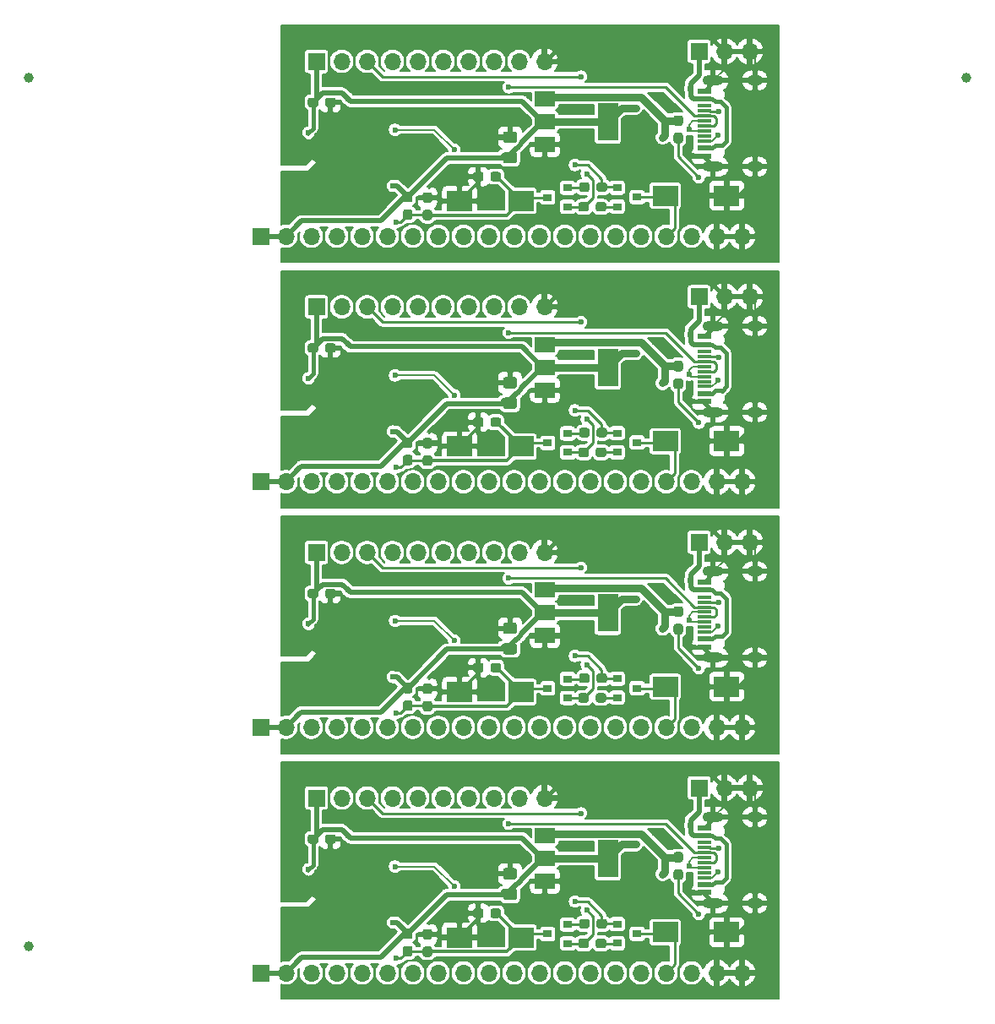
<source format=gbr>
G04 #@! TF.GenerationSoftware,KiCad,Pcbnew,5.1.7-a382d34a8~87~ubuntu20.04.1*
G04 #@! TF.CreationDate,2020-11-13T11:14:20+11:00*
G04 #@! TF.ProjectId,jackco-esp32-pico-panel-v2,6a61636b-636f-42d6-9573-7033322d7069,rev?*
G04 #@! TF.SameCoordinates,Original*
G04 #@! TF.FileFunction,Copper,L2,Bot*
G04 #@! TF.FilePolarity,Positive*
%FSLAX46Y46*%
G04 Gerber Fmt 4.6, Leading zero omitted, Abs format (unit mm)*
G04 Created by KiCad (PCBNEW 5.1.7-a382d34a8~87~ubuntu20.04.1) date 2020-11-13 11:14:20*
%MOMM*%
%LPD*%
G01*
G04 APERTURE LIST*
G04 #@! TA.AperFunction,SMDPad,CuDef*
%ADD10C,1.000000*%
G04 #@! TD*
G04 #@! TA.AperFunction,ComponentPad*
%ADD11O,1.600000X1.000000*%
G04 #@! TD*
G04 #@! TA.AperFunction,ComponentPad*
%ADD12O,2.100000X1.000000*%
G04 #@! TD*
G04 #@! TA.AperFunction,SMDPad,CuDef*
%ADD13R,1.450000X0.300000*%
G04 #@! TD*
G04 #@! TA.AperFunction,SMDPad,CuDef*
%ADD14R,1.450000X0.600000*%
G04 #@! TD*
G04 #@! TA.AperFunction,ComponentPad*
%ADD15R,1.700000X1.700000*%
G04 #@! TD*
G04 #@! TA.AperFunction,ComponentPad*
%ADD16O,1.700000X1.700000*%
G04 #@! TD*
G04 #@! TA.AperFunction,SMDPad,CuDef*
%ADD17R,0.900000X0.800000*%
G04 #@! TD*
G04 #@! TA.AperFunction,SMDPad,CuDef*
%ADD18R,2.500000X2.000000*%
G04 #@! TD*
G04 #@! TA.AperFunction,SMDPad,CuDef*
%ADD19R,2.000000X3.800000*%
G04 #@! TD*
G04 #@! TA.AperFunction,SMDPad,CuDef*
%ADD20R,2.000000X1.500000*%
G04 #@! TD*
G04 #@! TA.AperFunction,ViaPad*
%ADD21C,0.600000*%
G04 #@! TD*
G04 #@! TA.AperFunction,Conductor*
%ADD22C,0.508000*%
G04 #@! TD*
G04 #@! TA.AperFunction,Conductor*
%ADD23C,0.762000*%
G04 #@! TD*
G04 #@! TA.AperFunction,Conductor*
%ADD24C,0.381000*%
G04 #@! TD*
G04 #@! TA.AperFunction,Conductor*
%ADD25C,0.304800*%
G04 #@! TD*
G04 #@! TA.AperFunction,Conductor*
%ADD26C,0.254000*%
G04 #@! TD*
G04 #@! TA.AperFunction,Conductor*
%ADD27C,0.177800*%
G04 #@! TD*
G04 #@! TA.AperFunction,Conductor*
%ADD28C,0.250000*%
G04 #@! TD*
G04 #@! TA.AperFunction,Conductor*
%ADD29C,0.150000*%
G04 #@! TD*
G04 #@! TA.AperFunction,Conductor*
%ADD30C,0.100000*%
G04 #@! TD*
G04 APERTURE END LIST*
D10*
X31575003Y-142712010D03*
X125575002Y-55712010D03*
X31575003Y-55712010D03*
G04 #@! TA.AperFunction,SMDPad,CuDef*
G36*
G01*
X71781501Y-143791016D02*
X71306501Y-143791016D01*
G75*
G02*
X71069001Y-143553516I0J237500D01*
G01*
X71069001Y-142978516D01*
G75*
G02*
X71306501Y-142741016I237500J0D01*
G01*
X71781501Y-142741016D01*
G75*
G02*
X72019001Y-142978516I0J-237500D01*
G01*
X72019001Y-143553516D01*
G75*
G02*
X71781501Y-143791016I-237500J0D01*
G01*
G37*
G04 #@! TD.AperFunction*
G04 #@! TA.AperFunction,SMDPad,CuDef*
G36*
G01*
X71781501Y-142041016D02*
X71306501Y-142041016D01*
G75*
G02*
X71069001Y-141803516I0J237500D01*
G01*
X71069001Y-141228516D01*
G75*
G02*
X71306501Y-140991016I237500J0D01*
G01*
X71781501Y-140991016D01*
G75*
G02*
X72019001Y-141228516I0J-237500D01*
G01*
X72019001Y-141803516D01*
G75*
G02*
X71781501Y-142041016I-237500J0D01*
G01*
G37*
G04 #@! TD.AperFunction*
G04 #@! TA.AperFunction,SMDPad,CuDef*
G36*
G01*
X80269002Y-138091016D02*
X79369000Y-138091016D01*
G75*
G02*
X79119001Y-137841017I0J249999D01*
G01*
X79119001Y-137191015D01*
G75*
G02*
X79369000Y-136941016I249999J0D01*
G01*
X80269002Y-136941016D01*
G75*
G02*
X80519001Y-137191015I0J-249999D01*
G01*
X80519001Y-137841017D01*
G75*
G02*
X80269002Y-138091016I-249999J0D01*
G01*
G37*
G04 #@! TD.AperFunction*
G04 #@! TA.AperFunction,SMDPad,CuDef*
G36*
G01*
X80269002Y-136041016D02*
X79369000Y-136041016D01*
G75*
G02*
X79119001Y-135791017I0J249999D01*
G01*
X79119001Y-135141015D01*
G75*
G02*
X79369000Y-134891016I249999J0D01*
G01*
X80269002Y-134891016D01*
G75*
G02*
X80519001Y-135141015I0J-249999D01*
G01*
X80519001Y-135791017D01*
G75*
G02*
X80269002Y-136041016I-249999J0D01*
G01*
G37*
G04 #@! TD.AperFunction*
G04 #@! TA.AperFunction,SMDPad,CuDef*
G36*
G01*
X62347401Y-131743316D02*
X62347401Y-132218316D01*
G75*
G02*
X62109901Y-132455816I-237500J0D01*
G01*
X61534901Y-132455816D01*
G75*
G02*
X61297401Y-132218316I0J237500D01*
G01*
X61297401Y-131743316D01*
G75*
G02*
X61534901Y-131505816I237500J0D01*
G01*
X62109901Y-131505816D01*
G75*
G02*
X62347401Y-131743316I0J-237500D01*
G01*
G37*
G04 #@! TD.AperFunction*
G04 #@! TA.AperFunction,SMDPad,CuDef*
G36*
G01*
X60597401Y-131743316D02*
X60597401Y-132218316D01*
G75*
G02*
X60359901Y-132455816I-237500J0D01*
G01*
X59784901Y-132455816D01*
G75*
G02*
X59547401Y-132218316I0J237500D01*
G01*
X59547401Y-131743316D01*
G75*
G02*
X59784901Y-131505816I237500J0D01*
G01*
X60359901Y-131505816D01*
G75*
G02*
X60597401Y-131743316I0J-237500D01*
G01*
G37*
G04 #@! TD.AperFunction*
G04 #@! TA.AperFunction,SMDPad,CuDef*
G36*
G01*
X76119001Y-139653516D02*
X76119001Y-139178516D01*
G75*
G02*
X76356501Y-138941016I237500J0D01*
G01*
X76931501Y-138941016D01*
G75*
G02*
X77169001Y-139178516I0J-237500D01*
G01*
X77169001Y-139653516D01*
G75*
G02*
X76931501Y-139891016I-237500J0D01*
G01*
X76356501Y-139891016D01*
G75*
G02*
X76119001Y-139653516I0J237500D01*
G01*
G37*
G04 #@! TD.AperFunction*
G04 #@! TA.AperFunction,SMDPad,CuDef*
G36*
G01*
X77869001Y-139653516D02*
X77869001Y-139178516D01*
G75*
G02*
X78106501Y-138941016I237500J0D01*
G01*
X78681501Y-138941016D01*
G75*
G02*
X78919001Y-139178516I0J-237500D01*
G01*
X78919001Y-139653516D01*
G75*
G02*
X78681501Y-139891016I-237500J0D01*
G01*
X78106501Y-139891016D01*
G75*
G02*
X77869001Y-139653516I0J237500D01*
G01*
G37*
G04 #@! TD.AperFunction*
D11*
X104364601Y-138409016D03*
X104364601Y-129769016D03*
D12*
X100184601Y-129769016D03*
X100184601Y-138409016D03*
D13*
X99269601Y-133839016D03*
X99269601Y-135839016D03*
X99269601Y-135339016D03*
X99269601Y-134839016D03*
X99269601Y-134339016D03*
X99269601Y-133339016D03*
X99269601Y-132839016D03*
X99269601Y-132339016D03*
D14*
X99269601Y-137339016D03*
X99269601Y-136539016D03*
X99269601Y-131639016D03*
X99269601Y-130839016D03*
X99269601Y-130839016D03*
X99269601Y-131639016D03*
X99269601Y-136539016D03*
X99269601Y-137339016D03*
D15*
X60414001Y-127866016D03*
D16*
X62954001Y-127866016D03*
X65494001Y-127866016D03*
X68034001Y-127866016D03*
X70574001Y-127866016D03*
X73114001Y-127866016D03*
X75654001Y-127866016D03*
X78194001Y-127866016D03*
X80734001Y-127866016D03*
X83274001Y-127866016D03*
D17*
X90569001Y-142416016D03*
X90569001Y-140516016D03*
X92569001Y-141466016D03*
G04 #@! TA.AperFunction,SMDPad,CuDef*
G36*
G01*
X69331501Y-140941016D02*
X69806501Y-140941016D01*
G75*
G02*
X70044001Y-141178516I0J-237500D01*
G01*
X70044001Y-141753516D01*
G75*
G02*
X69806501Y-141991016I-237500J0D01*
G01*
X69331501Y-141991016D01*
G75*
G02*
X69094001Y-141753516I0J237500D01*
G01*
X69094001Y-141178516D01*
G75*
G02*
X69331501Y-140941016I237500J0D01*
G01*
G37*
G04 #@! TD.AperFunction*
G04 #@! TA.AperFunction,SMDPad,CuDef*
G36*
G01*
X69331501Y-142691016D02*
X69806501Y-142691016D01*
G75*
G02*
X70044001Y-142928516I0J-237500D01*
G01*
X70044001Y-143503516D01*
G75*
G02*
X69806501Y-143741016I-237500J0D01*
G01*
X69331501Y-143741016D01*
G75*
G02*
X69094001Y-143503516I0J237500D01*
G01*
X69094001Y-142928516D01*
G75*
G02*
X69331501Y-142691016I237500J0D01*
G01*
G37*
G04 #@! TD.AperFunction*
G04 #@! TA.AperFunction,SMDPad,CuDef*
G36*
G01*
X89469001Y-142203516D02*
X89469001Y-142678516D01*
G75*
G02*
X89231501Y-142916016I-237500J0D01*
G01*
X88656501Y-142916016D01*
G75*
G02*
X88419001Y-142678516I0J237500D01*
G01*
X88419001Y-142203516D01*
G75*
G02*
X88656501Y-141966016I237500J0D01*
G01*
X89231501Y-141966016D01*
G75*
G02*
X89469001Y-142203516I0J-237500D01*
G01*
G37*
G04 #@! TD.AperFunction*
G04 #@! TA.AperFunction,SMDPad,CuDef*
G36*
G01*
X87719001Y-142203516D02*
X87719001Y-142678516D01*
G75*
G02*
X87481501Y-142916016I-237500J0D01*
G01*
X86906501Y-142916016D01*
G75*
G02*
X86669001Y-142678516I0J237500D01*
G01*
X86669001Y-142203516D01*
G75*
G02*
X86906501Y-141966016I237500J0D01*
G01*
X87481501Y-141966016D01*
G75*
G02*
X87719001Y-142203516I0J-237500D01*
G01*
G37*
G04 #@! TD.AperFunction*
G04 #@! TA.AperFunction,SMDPad,CuDef*
G36*
G01*
X86744001Y-140703516D02*
X86744001Y-140228516D01*
G75*
G02*
X86981501Y-139991016I237500J0D01*
G01*
X87556501Y-139991016D01*
G75*
G02*
X87794001Y-140228516I0J-237500D01*
G01*
X87794001Y-140703516D01*
G75*
G02*
X87556501Y-140941016I-237500J0D01*
G01*
X86981501Y-140941016D01*
G75*
G02*
X86744001Y-140703516I0J237500D01*
G01*
G37*
G04 #@! TD.AperFunction*
G04 #@! TA.AperFunction,SMDPad,CuDef*
G36*
G01*
X88494001Y-140703516D02*
X88494001Y-140228516D01*
G75*
G02*
X88731501Y-139991016I237500J0D01*
G01*
X89306501Y-139991016D01*
G75*
G02*
X89544001Y-140228516I0J-237500D01*
G01*
X89544001Y-140703516D01*
G75*
G02*
X89306501Y-140941016I-237500J0D01*
G01*
X88731501Y-140941016D01*
G75*
G02*
X88494001Y-140703516I0J237500D01*
G01*
G37*
G04 #@! TD.AperFunction*
G04 #@! TA.AperFunction,SMDPad,CuDef*
G36*
G01*
X96447701Y-133273216D02*
X96922701Y-133273216D01*
G75*
G02*
X97160201Y-133510716I0J-237500D01*
G01*
X97160201Y-134085716D01*
G75*
G02*
X96922701Y-134323216I-237500J0D01*
G01*
X96447701Y-134323216D01*
G75*
G02*
X96210201Y-134085716I0J237500D01*
G01*
X96210201Y-133510716D01*
G75*
G02*
X96447701Y-133273216I237500J0D01*
G01*
G37*
G04 #@! TD.AperFunction*
G04 #@! TA.AperFunction,SMDPad,CuDef*
G36*
G01*
X96447701Y-135023216D02*
X96922701Y-135023216D01*
G75*
G02*
X97160201Y-135260716I0J-237500D01*
G01*
X97160201Y-135835716D01*
G75*
G02*
X96922701Y-136073216I-237500J0D01*
G01*
X96447701Y-136073216D01*
G75*
G02*
X96210201Y-135835716I0J237500D01*
G01*
X96210201Y-135260716D01*
G75*
G02*
X96447701Y-135023216I237500J0D01*
G01*
G37*
G04 #@! TD.AperFunction*
D18*
X101549001Y-141316016D03*
X95389001Y-141316016D03*
X74764001Y-141841016D03*
X80924001Y-141841016D03*
D19*
X89624401Y-133911216D03*
D20*
X83324401Y-133911216D03*
X83324401Y-131611216D03*
X83324401Y-136211216D03*
D15*
X54826001Y-145392016D03*
D16*
X57366001Y-145392016D03*
X59906001Y-145392016D03*
X62446001Y-145392016D03*
X64986001Y-145392016D03*
X67526001Y-145392016D03*
X70066001Y-145392016D03*
X72606001Y-145392016D03*
X75146001Y-145392016D03*
X77686001Y-145392016D03*
X80226001Y-145392016D03*
X82766001Y-145392016D03*
X85306001Y-145392016D03*
X87846001Y-145392016D03*
X90386001Y-145392016D03*
X92926001Y-145392016D03*
X95466001Y-145392016D03*
X98006001Y-145392016D03*
X100546001Y-145392016D03*
X103086001Y-145392016D03*
D15*
X98768001Y-126850016D03*
D16*
X101308001Y-126850016D03*
X103848001Y-126850016D03*
D17*
X85594001Y-140541016D03*
X85594001Y-142441016D03*
X83594001Y-141491016D03*
G04 #@! TA.AperFunction,SMDPad,CuDef*
G36*
G01*
X71781501Y-119185011D02*
X71306501Y-119185011D01*
G75*
G02*
X71069001Y-118947511I0J237500D01*
G01*
X71069001Y-118372511D01*
G75*
G02*
X71306501Y-118135011I237500J0D01*
G01*
X71781501Y-118135011D01*
G75*
G02*
X72019001Y-118372511I0J-237500D01*
G01*
X72019001Y-118947511D01*
G75*
G02*
X71781501Y-119185011I-237500J0D01*
G01*
G37*
G04 #@! TD.AperFunction*
G04 #@! TA.AperFunction,SMDPad,CuDef*
G36*
G01*
X71781501Y-117435011D02*
X71306501Y-117435011D01*
G75*
G02*
X71069001Y-117197511I0J237500D01*
G01*
X71069001Y-116622511D01*
G75*
G02*
X71306501Y-116385011I237500J0D01*
G01*
X71781501Y-116385011D01*
G75*
G02*
X72019001Y-116622511I0J-237500D01*
G01*
X72019001Y-117197511D01*
G75*
G02*
X71781501Y-117435011I-237500J0D01*
G01*
G37*
G04 #@! TD.AperFunction*
G04 #@! TA.AperFunction,SMDPad,CuDef*
G36*
G01*
X80269002Y-113485011D02*
X79369000Y-113485011D01*
G75*
G02*
X79119001Y-113235012I0J249999D01*
G01*
X79119001Y-112585010D01*
G75*
G02*
X79369000Y-112335011I249999J0D01*
G01*
X80269002Y-112335011D01*
G75*
G02*
X80519001Y-112585010I0J-249999D01*
G01*
X80519001Y-113235012D01*
G75*
G02*
X80269002Y-113485011I-249999J0D01*
G01*
G37*
G04 #@! TD.AperFunction*
G04 #@! TA.AperFunction,SMDPad,CuDef*
G36*
G01*
X80269002Y-111435011D02*
X79369000Y-111435011D01*
G75*
G02*
X79119001Y-111185012I0J249999D01*
G01*
X79119001Y-110535010D01*
G75*
G02*
X79369000Y-110285011I249999J0D01*
G01*
X80269002Y-110285011D01*
G75*
G02*
X80519001Y-110535010I0J-249999D01*
G01*
X80519001Y-111185012D01*
G75*
G02*
X80269002Y-111435011I-249999J0D01*
G01*
G37*
G04 #@! TD.AperFunction*
G04 #@! TA.AperFunction,SMDPad,CuDef*
G36*
G01*
X62347401Y-107137311D02*
X62347401Y-107612311D01*
G75*
G02*
X62109901Y-107849811I-237500J0D01*
G01*
X61534901Y-107849811D01*
G75*
G02*
X61297401Y-107612311I0J237500D01*
G01*
X61297401Y-107137311D01*
G75*
G02*
X61534901Y-106899811I237500J0D01*
G01*
X62109901Y-106899811D01*
G75*
G02*
X62347401Y-107137311I0J-237500D01*
G01*
G37*
G04 #@! TD.AperFunction*
G04 #@! TA.AperFunction,SMDPad,CuDef*
G36*
G01*
X60597401Y-107137311D02*
X60597401Y-107612311D01*
G75*
G02*
X60359901Y-107849811I-237500J0D01*
G01*
X59784901Y-107849811D01*
G75*
G02*
X59547401Y-107612311I0J237500D01*
G01*
X59547401Y-107137311D01*
G75*
G02*
X59784901Y-106899811I237500J0D01*
G01*
X60359901Y-106899811D01*
G75*
G02*
X60597401Y-107137311I0J-237500D01*
G01*
G37*
G04 #@! TD.AperFunction*
G04 #@! TA.AperFunction,SMDPad,CuDef*
G36*
G01*
X76119001Y-115047511D02*
X76119001Y-114572511D01*
G75*
G02*
X76356501Y-114335011I237500J0D01*
G01*
X76931501Y-114335011D01*
G75*
G02*
X77169001Y-114572511I0J-237500D01*
G01*
X77169001Y-115047511D01*
G75*
G02*
X76931501Y-115285011I-237500J0D01*
G01*
X76356501Y-115285011D01*
G75*
G02*
X76119001Y-115047511I0J237500D01*
G01*
G37*
G04 #@! TD.AperFunction*
G04 #@! TA.AperFunction,SMDPad,CuDef*
G36*
G01*
X77869001Y-115047511D02*
X77869001Y-114572511D01*
G75*
G02*
X78106501Y-114335011I237500J0D01*
G01*
X78681501Y-114335011D01*
G75*
G02*
X78919001Y-114572511I0J-237500D01*
G01*
X78919001Y-115047511D01*
G75*
G02*
X78681501Y-115285011I-237500J0D01*
G01*
X78106501Y-115285011D01*
G75*
G02*
X77869001Y-115047511I0J237500D01*
G01*
G37*
G04 #@! TD.AperFunction*
D11*
X104364601Y-113803011D03*
X104364601Y-105163011D03*
D12*
X100184601Y-105163011D03*
X100184601Y-113803011D03*
D13*
X99269601Y-109233011D03*
X99269601Y-111233011D03*
X99269601Y-110733011D03*
X99269601Y-110233011D03*
X99269601Y-109733011D03*
X99269601Y-108733011D03*
X99269601Y-108233011D03*
X99269601Y-107733011D03*
D14*
X99269601Y-112733011D03*
X99269601Y-111933011D03*
X99269601Y-107033011D03*
X99269601Y-106233011D03*
X99269601Y-106233011D03*
X99269601Y-107033011D03*
X99269601Y-111933011D03*
X99269601Y-112733011D03*
D15*
X60414001Y-103260011D03*
D16*
X62954001Y-103260011D03*
X65494001Y-103260011D03*
X68034001Y-103260011D03*
X70574001Y-103260011D03*
X73114001Y-103260011D03*
X75654001Y-103260011D03*
X78194001Y-103260011D03*
X80734001Y-103260011D03*
X83274001Y-103260011D03*
D17*
X90569001Y-117810011D03*
X90569001Y-115910011D03*
X92569001Y-116860011D03*
G04 #@! TA.AperFunction,SMDPad,CuDef*
G36*
G01*
X69331501Y-116335011D02*
X69806501Y-116335011D01*
G75*
G02*
X70044001Y-116572511I0J-237500D01*
G01*
X70044001Y-117147511D01*
G75*
G02*
X69806501Y-117385011I-237500J0D01*
G01*
X69331501Y-117385011D01*
G75*
G02*
X69094001Y-117147511I0J237500D01*
G01*
X69094001Y-116572511D01*
G75*
G02*
X69331501Y-116335011I237500J0D01*
G01*
G37*
G04 #@! TD.AperFunction*
G04 #@! TA.AperFunction,SMDPad,CuDef*
G36*
G01*
X69331501Y-118085011D02*
X69806501Y-118085011D01*
G75*
G02*
X70044001Y-118322511I0J-237500D01*
G01*
X70044001Y-118897511D01*
G75*
G02*
X69806501Y-119135011I-237500J0D01*
G01*
X69331501Y-119135011D01*
G75*
G02*
X69094001Y-118897511I0J237500D01*
G01*
X69094001Y-118322511D01*
G75*
G02*
X69331501Y-118085011I237500J0D01*
G01*
G37*
G04 #@! TD.AperFunction*
G04 #@! TA.AperFunction,SMDPad,CuDef*
G36*
G01*
X89469001Y-117597511D02*
X89469001Y-118072511D01*
G75*
G02*
X89231501Y-118310011I-237500J0D01*
G01*
X88656501Y-118310011D01*
G75*
G02*
X88419001Y-118072511I0J237500D01*
G01*
X88419001Y-117597511D01*
G75*
G02*
X88656501Y-117360011I237500J0D01*
G01*
X89231501Y-117360011D01*
G75*
G02*
X89469001Y-117597511I0J-237500D01*
G01*
G37*
G04 #@! TD.AperFunction*
G04 #@! TA.AperFunction,SMDPad,CuDef*
G36*
G01*
X87719001Y-117597511D02*
X87719001Y-118072511D01*
G75*
G02*
X87481501Y-118310011I-237500J0D01*
G01*
X86906501Y-118310011D01*
G75*
G02*
X86669001Y-118072511I0J237500D01*
G01*
X86669001Y-117597511D01*
G75*
G02*
X86906501Y-117360011I237500J0D01*
G01*
X87481501Y-117360011D01*
G75*
G02*
X87719001Y-117597511I0J-237500D01*
G01*
G37*
G04 #@! TD.AperFunction*
G04 #@! TA.AperFunction,SMDPad,CuDef*
G36*
G01*
X86744001Y-116097511D02*
X86744001Y-115622511D01*
G75*
G02*
X86981501Y-115385011I237500J0D01*
G01*
X87556501Y-115385011D01*
G75*
G02*
X87794001Y-115622511I0J-237500D01*
G01*
X87794001Y-116097511D01*
G75*
G02*
X87556501Y-116335011I-237500J0D01*
G01*
X86981501Y-116335011D01*
G75*
G02*
X86744001Y-116097511I0J237500D01*
G01*
G37*
G04 #@! TD.AperFunction*
G04 #@! TA.AperFunction,SMDPad,CuDef*
G36*
G01*
X88494001Y-116097511D02*
X88494001Y-115622511D01*
G75*
G02*
X88731501Y-115385011I237500J0D01*
G01*
X89306501Y-115385011D01*
G75*
G02*
X89544001Y-115622511I0J-237500D01*
G01*
X89544001Y-116097511D01*
G75*
G02*
X89306501Y-116335011I-237500J0D01*
G01*
X88731501Y-116335011D01*
G75*
G02*
X88494001Y-116097511I0J237500D01*
G01*
G37*
G04 #@! TD.AperFunction*
G04 #@! TA.AperFunction,SMDPad,CuDef*
G36*
G01*
X96447701Y-108667211D02*
X96922701Y-108667211D01*
G75*
G02*
X97160201Y-108904711I0J-237500D01*
G01*
X97160201Y-109479711D01*
G75*
G02*
X96922701Y-109717211I-237500J0D01*
G01*
X96447701Y-109717211D01*
G75*
G02*
X96210201Y-109479711I0J237500D01*
G01*
X96210201Y-108904711D01*
G75*
G02*
X96447701Y-108667211I237500J0D01*
G01*
G37*
G04 #@! TD.AperFunction*
G04 #@! TA.AperFunction,SMDPad,CuDef*
G36*
G01*
X96447701Y-110417211D02*
X96922701Y-110417211D01*
G75*
G02*
X97160201Y-110654711I0J-237500D01*
G01*
X97160201Y-111229711D01*
G75*
G02*
X96922701Y-111467211I-237500J0D01*
G01*
X96447701Y-111467211D01*
G75*
G02*
X96210201Y-111229711I0J237500D01*
G01*
X96210201Y-110654711D01*
G75*
G02*
X96447701Y-110417211I237500J0D01*
G01*
G37*
G04 #@! TD.AperFunction*
D18*
X101549001Y-116710011D03*
X95389001Y-116710011D03*
X74764001Y-117235011D03*
X80924001Y-117235011D03*
D19*
X89624401Y-109305211D03*
D20*
X83324401Y-109305211D03*
X83324401Y-107005211D03*
X83324401Y-111605211D03*
D15*
X54826001Y-120786011D03*
D16*
X57366001Y-120786011D03*
X59906001Y-120786011D03*
X62446001Y-120786011D03*
X64986001Y-120786011D03*
X67526001Y-120786011D03*
X70066001Y-120786011D03*
X72606001Y-120786011D03*
X75146001Y-120786011D03*
X77686001Y-120786011D03*
X80226001Y-120786011D03*
X82766001Y-120786011D03*
X85306001Y-120786011D03*
X87846001Y-120786011D03*
X90386001Y-120786011D03*
X92926001Y-120786011D03*
X95466001Y-120786011D03*
X98006001Y-120786011D03*
X100546001Y-120786011D03*
X103086001Y-120786011D03*
D15*
X98768001Y-102244011D03*
D16*
X101308001Y-102244011D03*
X103848001Y-102244011D03*
D17*
X85594001Y-115935011D03*
X85594001Y-117835011D03*
X83594001Y-116885011D03*
G04 #@! TA.AperFunction,SMDPad,CuDef*
G36*
G01*
X71781501Y-94579006D02*
X71306501Y-94579006D01*
G75*
G02*
X71069001Y-94341506I0J237500D01*
G01*
X71069001Y-93766506D01*
G75*
G02*
X71306501Y-93529006I237500J0D01*
G01*
X71781501Y-93529006D01*
G75*
G02*
X72019001Y-93766506I0J-237500D01*
G01*
X72019001Y-94341506D01*
G75*
G02*
X71781501Y-94579006I-237500J0D01*
G01*
G37*
G04 #@! TD.AperFunction*
G04 #@! TA.AperFunction,SMDPad,CuDef*
G36*
G01*
X71781501Y-92829006D02*
X71306501Y-92829006D01*
G75*
G02*
X71069001Y-92591506I0J237500D01*
G01*
X71069001Y-92016506D01*
G75*
G02*
X71306501Y-91779006I237500J0D01*
G01*
X71781501Y-91779006D01*
G75*
G02*
X72019001Y-92016506I0J-237500D01*
G01*
X72019001Y-92591506D01*
G75*
G02*
X71781501Y-92829006I-237500J0D01*
G01*
G37*
G04 #@! TD.AperFunction*
G04 #@! TA.AperFunction,SMDPad,CuDef*
G36*
G01*
X80269002Y-88879006D02*
X79369000Y-88879006D01*
G75*
G02*
X79119001Y-88629007I0J249999D01*
G01*
X79119001Y-87979005D01*
G75*
G02*
X79369000Y-87729006I249999J0D01*
G01*
X80269002Y-87729006D01*
G75*
G02*
X80519001Y-87979005I0J-249999D01*
G01*
X80519001Y-88629007D01*
G75*
G02*
X80269002Y-88879006I-249999J0D01*
G01*
G37*
G04 #@! TD.AperFunction*
G04 #@! TA.AperFunction,SMDPad,CuDef*
G36*
G01*
X80269002Y-86829006D02*
X79369000Y-86829006D01*
G75*
G02*
X79119001Y-86579007I0J249999D01*
G01*
X79119001Y-85929005D01*
G75*
G02*
X79369000Y-85679006I249999J0D01*
G01*
X80269002Y-85679006D01*
G75*
G02*
X80519001Y-85929005I0J-249999D01*
G01*
X80519001Y-86579007D01*
G75*
G02*
X80269002Y-86829006I-249999J0D01*
G01*
G37*
G04 #@! TD.AperFunction*
G04 #@! TA.AperFunction,SMDPad,CuDef*
G36*
G01*
X62347401Y-82531306D02*
X62347401Y-83006306D01*
G75*
G02*
X62109901Y-83243806I-237500J0D01*
G01*
X61534901Y-83243806D01*
G75*
G02*
X61297401Y-83006306I0J237500D01*
G01*
X61297401Y-82531306D01*
G75*
G02*
X61534901Y-82293806I237500J0D01*
G01*
X62109901Y-82293806D01*
G75*
G02*
X62347401Y-82531306I0J-237500D01*
G01*
G37*
G04 #@! TD.AperFunction*
G04 #@! TA.AperFunction,SMDPad,CuDef*
G36*
G01*
X60597401Y-82531306D02*
X60597401Y-83006306D01*
G75*
G02*
X60359901Y-83243806I-237500J0D01*
G01*
X59784901Y-83243806D01*
G75*
G02*
X59547401Y-83006306I0J237500D01*
G01*
X59547401Y-82531306D01*
G75*
G02*
X59784901Y-82293806I237500J0D01*
G01*
X60359901Y-82293806D01*
G75*
G02*
X60597401Y-82531306I0J-237500D01*
G01*
G37*
G04 #@! TD.AperFunction*
G04 #@! TA.AperFunction,SMDPad,CuDef*
G36*
G01*
X76119001Y-90441506D02*
X76119001Y-89966506D01*
G75*
G02*
X76356501Y-89729006I237500J0D01*
G01*
X76931501Y-89729006D01*
G75*
G02*
X77169001Y-89966506I0J-237500D01*
G01*
X77169001Y-90441506D01*
G75*
G02*
X76931501Y-90679006I-237500J0D01*
G01*
X76356501Y-90679006D01*
G75*
G02*
X76119001Y-90441506I0J237500D01*
G01*
G37*
G04 #@! TD.AperFunction*
G04 #@! TA.AperFunction,SMDPad,CuDef*
G36*
G01*
X77869001Y-90441506D02*
X77869001Y-89966506D01*
G75*
G02*
X78106501Y-89729006I237500J0D01*
G01*
X78681501Y-89729006D01*
G75*
G02*
X78919001Y-89966506I0J-237500D01*
G01*
X78919001Y-90441506D01*
G75*
G02*
X78681501Y-90679006I-237500J0D01*
G01*
X78106501Y-90679006D01*
G75*
G02*
X77869001Y-90441506I0J237500D01*
G01*
G37*
G04 #@! TD.AperFunction*
D11*
X104364601Y-89197006D03*
X104364601Y-80557006D03*
D12*
X100184601Y-80557006D03*
X100184601Y-89197006D03*
D13*
X99269601Y-84627006D03*
X99269601Y-86627006D03*
X99269601Y-86127006D03*
X99269601Y-85627006D03*
X99269601Y-85127006D03*
X99269601Y-84127006D03*
X99269601Y-83627006D03*
X99269601Y-83127006D03*
D14*
X99269601Y-88127006D03*
X99269601Y-87327006D03*
X99269601Y-82427006D03*
X99269601Y-81627006D03*
X99269601Y-81627006D03*
X99269601Y-82427006D03*
X99269601Y-87327006D03*
X99269601Y-88127006D03*
D15*
X60414001Y-78654006D03*
D16*
X62954001Y-78654006D03*
X65494001Y-78654006D03*
X68034001Y-78654006D03*
X70574001Y-78654006D03*
X73114001Y-78654006D03*
X75654001Y-78654006D03*
X78194001Y-78654006D03*
X80734001Y-78654006D03*
X83274001Y-78654006D03*
D17*
X90569001Y-93204006D03*
X90569001Y-91304006D03*
X92569001Y-92254006D03*
G04 #@! TA.AperFunction,SMDPad,CuDef*
G36*
G01*
X69331501Y-91729006D02*
X69806501Y-91729006D01*
G75*
G02*
X70044001Y-91966506I0J-237500D01*
G01*
X70044001Y-92541506D01*
G75*
G02*
X69806501Y-92779006I-237500J0D01*
G01*
X69331501Y-92779006D01*
G75*
G02*
X69094001Y-92541506I0J237500D01*
G01*
X69094001Y-91966506D01*
G75*
G02*
X69331501Y-91729006I237500J0D01*
G01*
G37*
G04 #@! TD.AperFunction*
G04 #@! TA.AperFunction,SMDPad,CuDef*
G36*
G01*
X69331501Y-93479006D02*
X69806501Y-93479006D01*
G75*
G02*
X70044001Y-93716506I0J-237500D01*
G01*
X70044001Y-94291506D01*
G75*
G02*
X69806501Y-94529006I-237500J0D01*
G01*
X69331501Y-94529006D01*
G75*
G02*
X69094001Y-94291506I0J237500D01*
G01*
X69094001Y-93716506D01*
G75*
G02*
X69331501Y-93479006I237500J0D01*
G01*
G37*
G04 #@! TD.AperFunction*
G04 #@! TA.AperFunction,SMDPad,CuDef*
G36*
G01*
X89469001Y-92991506D02*
X89469001Y-93466506D01*
G75*
G02*
X89231501Y-93704006I-237500J0D01*
G01*
X88656501Y-93704006D01*
G75*
G02*
X88419001Y-93466506I0J237500D01*
G01*
X88419001Y-92991506D01*
G75*
G02*
X88656501Y-92754006I237500J0D01*
G01*
X89231501Y-92754006D01*
G75*
G02*
X89469001Y-92991506I0J-237500D01*
G01*
G37*
G04 #@! TD.AperFunction*
G04 #@! TA.AperFunction,SMDPad,CuDef*
G36*
G01*
X87719001Y-92991506D02*
X87719001Y-93466506D01*
G75*
G02*
X87481501Y-93704006I-237500J0D01*
G01*
X86906501Y-93704006D01*
G75*
G02*
X86669001Y-93466506I0J237500D01*
G01*
X86669001Y-92991506D01*
G75*
G02*
X86906501Y-92754006I237500J0D01*
G01*
X87481501Y-92754006D01*
G75*
G02*
X87719001Y-92991506I0J-237500D01*
G01*
G37*
G04 #@! TD.AperFunction*
G04 #@! TA.AperFunction,SMDPad,CuDef*
G36*
G01*
X86744001Y-91491506D02*
X86744001Y-91016506D01*
G75*
G02*
X86981501Y-90779006I237500J0D01*
G01*
X87556501Y-90779006D01*
G75*
G02*
X87794001Y-91016506I0J-237500D01*
G01*
X87794001Y-91491506D01*
G75*
G02*
X87556501Y-91729006I-237500J0D01*
G01*
X86981501Y-91729006D01*
G75*
G02*
X86744001Y-91491506I0J237500D01*
G01*
G37*
G04 #@! TD.AperFunction*
G04 #@! TA.AperFunction,SMDPad,CuDef*
G36*
G01*
X88494001Y-91491506D02*
X88494001Y-91016506D01*
G75*
G02*
X88731501Y-90779006I237500J0D01*
G01*
X89306501Y-90779006D01*
G75*
G02*
X89544001Y-91016506I0J-237500D01*
G01*
X89544001Y-91491506D01*
G75*
G02*
X89306501Y-91729006I-237500J0D01*
G01*
X88731501Y-91729006D01*
G75*
G02*
X88494001Y-91491506I0J237500D01*
G01*
G37*
G04 #@! TD.AperFunction*
G04 #@! TA.AperFunction,SMDPad,CuDef*
G36*
G01*
X96447701Y-84061206D02*
X96922701Y-84061206D01*
G75*
G02*
X97160201Y-84298706I0J-237500D01*
G01*
X97160201Y-84873706D01*
G75*
G02*
X96922701Y-85111206I-237500J0D01*
G01*
X96447701Y-85111206D01*
G75*
G02*
X96210201Y-84873706I0J237500D01*
G01*
X96210201Y-84298706D01*
G75*
G02*
X96447701Y-84061206I237500J0D01*
G01*
G37*
G04 #@! TD.AperFunction*
G04 #@! TA.AperFunction,SMDPad,CuDef*
G36*
G01*
X96447701Y-85811206D02*
X96922701Y-85811206D01*
G75*
G02*
X97160201Y-86048706I0J-237500D01*
G01*
X97160201Y-86623706D01*
G75*
G02*
X96922701Y-86861206I-237500J0D01*
G01*
X96447701Y-86861206D01*
G75*
G02*
X96210201Y-86623706I0J237500D01*
G01*
X96210201Y-86048706D01*
G75*
G02*
X96447701Y-85811206I237500J0D01*
G01*
G37*
G04 #@! TD.AperFunction*
D18*
X101549001Y-92104006D03*
X95389001Y-92104006D03*
X74764001Y-92629006D03*
X80924001Y-92629006D03*
D19*
X89624401Y-84699206D03*
D20*
X83324401Y-84699206D03*
X83324401Y-82399206D03*
X83324401Y-86999206D03*
D15*
X54826001Y-96180006D03*
D16*
X57366001Y-96180006D03*
X59906001Y-96180006D03*
X62446001Y-96180006D03*
X64986001Y-96180006D03*
X67526001Y-96180006D03*
X70066001Y-96180006D03*
X72606001Y-96180006D03*
X75146001Y-96180006D03*
X77686001Y-96180006D03*
X80226001Y-96180006D03*
X82766001Y-96180006D03*
X85306001Y-96180006D03*
X87846001Y-96180006D03*
X90386001Y-96180006D03*
X92926001Y-96180006D03*
X95466001Y-96180006D03*
X98006001Y-96180006D03*
X100546001Y-96180006D03*
X103086001Y-96180006D03*
D15*
X98768001Y-77638006D03*
D16*
X101308001Y-77638006D03*
X103848001Y-77638006D03*
D17*
X85594001Y-91329006D03*
X85594001Y-93229006D03*
X83594001Y-92279006D03*
G04 #@! TA.AperFunction,SMDPad,CuDef*
G36*
G01*
X71781501Y-69973001D02*
X71306501Y-69973001D01*
G75*
G02*
X71069001Y-69735501I0J237500D01*
G01*
X71069001Y-69160501D01*
G75*
G02*
X71306501Y-68923001I237500J0D01*
G01*
X71781501Y-68923001D01*
G75*
G02*
X72019001Y-69160501I0J-237500D01*
G01*
X72019001Y-69735501D01*
G75*
G02*
X71781501Y-69973001I-237500J0D01*
G01*
G37*
G04 #@! TD.AperFunction*
G04 #@! TA.AperFunction,SMDPad,CuDef*
G36*
G01*
X71781501Y-68223001D02*
X71306501Y-68223001D01*
G75*
G02*
X71069001Y-67985501I0J237500D01*
G01*
X71069001Y-67410501D01*
G75*
G02*
X71306501Y-67173001I237500J0D01*
G01*
X71781501Y-67173001D01*
G75*
G02*
X72019001Y-67410501I0J-237500D01*
G01*
X72019001Y-67985501D01*
G75*
G02*
X71781501Y-68223001I-237500J0D01*
G01*
G37*
G04 #@! TD.AperFunction*
G04 #@! TA.AperFunction,SMDPad,CuDef*
G36*
G01*
X80269002Y-64273001D02*
X79369000Y-64273001D01*
G75*
G02*
X79119001Y-64023002I0J249999D01*
G01*
X79119001Y-63373000D01*
G75*
G02*
X79369000Y-63123001I249999J0D01*
G01*
X80269002Y-63123001D01*
G75*
G02*
X80519001Y-63373000I0J-249999D01*
G01*
X80519001Y-64023002D01*
G75*
G02*
X80269002Y-64273001I-249999J0D01*
G01*
G37*
G04 #@! TD.AperFunction*
G04 #@! TA.AperFunction,SMDPad,CuDef*
G36*
G01*
X80269002Y-62223001D02*
X79369000Y-62223001D01*
G75*
G02*
X79119001Y-61973002I0J249999D01*
G01*
X79119001Y-61323000D01*
G75*
G02*
X79369000Y-61073001I249999J0D01*
G01*
X80269002Y-61073001D01*
G75*
G02*
X80519001Y-61323000I0J-249999D01*
G01*
X80519001Y-61973002D01*
G75*
G02*
X80269002Y-62223001I-249999J0D01*
G01*
G37*
G04 #@! TD.AperFunction*
G04 #@! TA.AperFunction,SMDPad,CuDef*
G36*
G01*
X62347401Y-57925301D02*
X62347401Y-58400301D01*
G75*
G02*
X62109901Y-58637801I-237500J0D01*
G01*
X61534901Y-58637801D01*
G75*
G02*
X61297401Y-58400301I0J237500D01*
G01*
X61297401Y-57925301D01*
G75*
G02*
X61534901Y-57687801I237500J0D01*
G01*
X62109901Y-57687801D01*
G75*
G02*
X62347401Y-57925301I0J-237500D01*
G01*
G37*
G04 #@! TD.AperFunction*
G04 #@! TA.AperFunction,SMDPad,CuDef*
G36*
G01*
X60597401Y-57925301D02*
X60597401Y-58400301D01*
G75*
G02*
X60359901Y-58637801I-237500J0D01*
G01*
X59784901Y-58637801D01*
G75*
G02*
X59547401Y-58400301I0J237500D01*
G01*
X59547401Y-57925301D01*
G75*
G02*
X59784901Y-57687801I237500J0D01*
G01*
X60359901Y-57687801D01*
G75*
G02*
X60597401Y-57925301I0J-237500D01*
G01*
G37*
G04 #@! TD.AperFunction*
G04 #@! TA.AperFunction,SMDPad,CuDef*
G36*
G01*
X76119001Y-65835501D02*
X76119001Y-65360501D01*
G75*
G02*
X76356501Y-65123001I237500J0D01*
G01*
X76931501Y-65123001D01*
G75*
G02*
X77169001Y-65360501I0J-237500D01*
G01*
X77169001Y-65835501D01*
G75*
G02*
X76931501Y-66073001I-237500J0D01*
G01*
X76356501Y-66073001D01*
G75*
G02*
X76119001Y-65835501I0J237500D01*
G01*
G37*
G04 #@! TD.AperFunction*
G04 #@! TA.AperFunction,SMDPad,CuDef*
G36*
G01*
X77869001Y-65835501D02*
X77869001Y-65360501D01*
G75*
G02*
X78106501Y-65123001I237500J0D01*
G01*
X78681501Y-65123001D01*
G75*
G02*
X78919001Y-65360501I0J-237500D01*
G01*
X78919001Y-65835501D01*
G75*
G02*
X78681501Y-66073001I-237500J0D01*
G01*
X78106501Y-66073001D01*
G75*
G02*
X77869001Y-65835501I0J237500D01*
G01*
G37*
G04 #@! TD.AperFunction*
D11*
X104364601Y-64591001D03*
X104364601Y-55951001D03*
D12*
X100184601Y-55951001D03*
X100184601Y-64591001D03*
D13*
X99269601Y-60021001D03*
X99269601Y-62021001D03*
X99269601Y-61521001D03*
X99269601Y-61021001D03*
X99269601Y-60521001D03*
X99269601Y-59521001D03*
X99269601Y-59021001D03*
X99269601Y-58521001D03*
D14*
X99269601Y-63521001D03*
X99269601Y-62721001D03*
X99269601Y-57821001D03*
X99269601Y-57021001D03*
X99269601Y-57021001D03*
X99269601Y-57821001D03*
X99269601Y-62721001D03*
X99269601Y-63521001D03*
D15*
X60414001Y-54048001D03*
D16*
X62954001Y-54048001D03*
X65494001Y-54048001D03*
X68034001Y-54048001D03*
X70574001Y-54048001D03*
X73114001Y-54048001D03*
X75654001Y-54048001D03*
X78194001Y-54048001D03*
X80734001Y-54048001D03*
X83274001Y-54048001D03*
D17*
X90569001Y-68598001D03*
X90569001Y-66698001D03*
X92569001Y-67648001D03*
G04 #@! TA.AperFunction,SMDPad,CuDef*
G36*
G01*
X69331501Y-67123001D02*
X69806501Y-67123001D01*
G75*
G02*
X70044001Y-67360501I0J-237500D01*
G01*
X70044001Y-67935501D01*
G75*
G02*
X69806501Y-68173001I-237500J0D01*
G01*
X69331501Y-68173001D01*
G75*
G02*
X69094001Y-67935501I0J237500D01*
G01*
X69094001Y-67360501D01*
G75*
G02*
X69331501Y-67123001I237500J0D01*
G01*
G37*
G04 #@! TD.AperFunction*
G04 #@! TA.AperFunction,SMDPad,CuDef*
G36*
G01*
X69331501Y-68873001D02*
X69806501Y-68873001D01*
G75*
G02*
X70044001Y-69110501I0J-237500D01*
G01*
X70044001Y-69685501D01*
G75*
G02*
X69806501Y-69923001I-237500J0D01*
G01*
X69331501Y-69923001D01*
G75*
G02*
X69094001Y-69685501I0J237500D01*
G01*
X69094001Y-69110501D01*
G75*
G02*
X69331501Y-68873001I237500J0D01*
G01*
G37*
G04 #@! TD.AperFunction*
G04 #@! TA.AperFunction,SMDPad,CuDef*
G36*
G01*
X89469001Y-68385501D02*
X89469001Y-68860501D01*
G75*
G02*
X89231501Y-69098001I-237500J0D01*
G01*
X88656501Y-69098001D01*
G75*
G02*
X88419001Y-68860501I0J237500D01*
G01*
X88419001Y-68385501D01*
G75*
G02*
X88656501Y-68148001I237500J0D01*
G01*
X89231501Y-68148001D01*
G75*
G02*
X89469001Y-68385501I0J-237500D01*
G01*
G37*
G04 #@! TD.AperFunction*
G04 #@! TA.AperFunction,SMDPad,CuDef*
G36*
G01*
X87719001Y-68385501D02*
X87719001Y-68860501D01*
G75*
G02*
X87481501Y-69098001I-237500J0D01*
G01*
X86906501Y-69098001D01*
G75*
G02*
X86669001Y-68860501I0J237500D01*
G01*
X86669001Y-68385501D01*
G75*
G02*
X86906501Y-68148001I237500J0D01*
G01*
X87481501Y-68148001D01*
G75*
G02*
X87719001Y-68385501I0J-237500D01*
G01*
G37*
G04 #@! TD.AperFunction*
G04 #@! TA.AperFunction,SMDPad,CuDef*
G36*
G01*
X86744001Y-66885501D02*
X86744001Y-66410501D01*
G75*
G02*
X86981501Y-66173001I237500J0D01*
G01*
X87556501Y-66173001D01*
G75*
G02*
X87794001Y-66410501I0J-237500D01*
G01*
X87794001Y-66885501D01*
G75*
G02*
X87556501Y-67123001I-237500J0D01*
G01*
X86981501Y-67123001D01*
G75*
G02*
X86744001Y-66885501I0J237500D01*
G01*
G37*
G04 #@! TD.AperFunction*
G04 #@! TA.AperFunction,SMDPad,CuDef*
G36*
G01*
X88494001Y-66885501D02*
X88494001Y-66410501D01*
G75*
G02*
X88731501Y-66173001I237500J0D01*
G01*
X89306501Y-66173001D01*
G75*
G02*
X89544001Y-66410501I0J-237500D01*
G01*
X89544001Y-66885501D01*
G75*
G02*
X89306501Y-67123001I-237500J0D01*
G01*
X88731501Y-67123001D01*
G75*
G02*
X88494001Y-66885501I0J237500D01*
G01*
G37*
G04 #@! TD.AperFunction*
G04 #@! TA.AperFunction,SMDPad,CuDef*
G36*
G01*
X96447701Y-59455201D02*
X96922701Y-59455201D01*
G75*
G02*
X97160201Y-59692701I0J-237500D01*
G01*
X97160201Y-60267701D01*
G75*
G02*
X96922701Y-60505201I-237500J0D01*
G01*
X96447701Y-60505201D01*
G75*
G02*
X96210201Y-60267701I0J237500D01*
G01*
X96210201Y-59692701D01*
G75*
G02*
X96447701Y-59455201I237500J0D01*
G01*
G37*
G04 #@! TD.AperFunction*
G04 #@! TA.AperFunction,SMDPad,CuDef*
G36*
G01*
X96447701Y-61205201D02*
X96922701Y-61205201D01*
G75*
G02*
X97160201Y-61442701I0J-237500D01*
G01*
X97160201Y-62017701D01*
G75*
G02*
X96922701Y-62255201I-237500J0D01*
G01*
X96447701Y-62255201D01*
G75*
G02*
X96210201Y-62017701I0J237500D01*
G01*
X96210201Y-61442701D01*
G75*
G02*
X96447701Y-61205201I237500J0D01*
G01*
G37*
G04 #@! TD.AperFunction*
D18*
X101549001Y-67498001D03*
X95389001Y-67498001D03*
X74764001Y-68023001D03*
X80924001Y-68023001D03*
D19*
X89624401Y-60093201D03*
D20*
X83324401Y-60093201D03*
X83324401Y-57793201D03*
X83324401Y-62393201D03*
D15*
X54826001Y-71574001D03*
D16*
X57366001Y-71574001D03*
X59906001Y-71574001D03*
X62446001Y-71574001D03*
X64986001Y-71574001D03*
X67526001Y-71574001D03*
X70066001Y-71574001D03*
X72606001Y-71574001D03*
X75146001Y-71574001D03*
X77686001Y-71574001D03*
X80226001Y-71574001D03*
X82766001Y-71574001D03*
X85306001Y-71574001D03*
X87846001Y-71574001D03*
X90386001Y-71574001D03*
X92926001Y-71574001D03*
X95466001Y-71574001D03*
X98006001Y-71574001D03*
X100546001Y-71574001D03*
X103086001Y-71574001D03*
D15*
X98768001Y-53032001D03*
D16*
X101308001Y-53032001D03*
X103848001Y-53032001D03*
D17*
X85594001Y-66723001D03*
X85594001Y-68623001D03*
X83594001Y-67673001D03*
D21*
X95353001Y-59980201D03*
X95112601Y-61679401D03*
X97862601Y-56816601D03*
X59626601Y-61185401D03*
X63554001Y-57788001D03*
X68069561Y-66536911D03*
X92419001Y-58698001D03*
X86329080Y-64422687D03*
X68419001Y-70123001D03*
X61994001Y-62723001D03*
X82569001Y-69973001D03*
X80169001Y-69923001D03*
X84394001Y-69273001D03*
X61474001Y-64198001D03*
X60774001Y-63338001D03*
X57294001Y-65378001D03*
X58124001Y-65398001D03*
X57834001Y-66278001D03*
X65394001Y-64598001D03*
X65394001Y-62598001D03*
X65394001Y-63598001D03*
X63894001Y-66598001D03*
X63894001Y-60598001D03*
X66894001Y-63598001D03*
X63894001Y-63598001D03*
X105372001Y-67256001D03*
X90640001Y-54048001D03*
X91656001Y-52778001D03*
X95974001Y-54302001D03*
X105880001Y-57604001D03*
X73876001Y-60398001D03*
X76670001Y-56842001D03*
X74384001Y-56588001D03*
X72098001Y-56334001D03*
X105880001Y-60144001D03*
X57366001Y-63700001D03*
X57366001Y-62684001D03*
X57366001Y-61668001D03*
X57366001Y-60398001D03*
X57366001Y-59128001D03*
X58382001Y-63954001D03*
X64264001Y-68708001D03*
X78194001Y-60298001D03*
X62244001Y-64848001D03*
X95054001Y-69748001D03*
X98534001Y-69718001D03*
X92534001Y-69968001D03*
X57344001Y-58118001D03*
X57304001Y-56978001D03*
X57284001Y-55598001D03*
X57304001Y-54458001D03*
X70744001Y-64023001D03*
X80669001Y-59223001D03*
X57819001Y-67998001D03*
X57944001Y-69098001D03*
X73669001Y-58898001D03*
X79744001Y-59923001D03*
X77969001Y-62698001D03*
X63919001Y-51298001D03*
X67944001Y-51148001D03*
X88534001Y-51508001D03*
X72994001Y-62798001D03*
X93919001Y-64698001D03*
X96119001Y-65098001D03*
X94444001Y-63073001D03*
X94344001Y-57548001D03*
X91844001Y-66348001D03*
X91394001Y-67598001D03*
X72769001Y-50848001D03*
X80269001Y-50823001D03*
X74394001Y-52748001D03*
X76969001Y-52748001D03*
X79394001Y-52748001D03*
X76594001Y-50848001D03*
X86109001Y-51508001D03*
X66744001Y-52748001D03*
X65494001Y-51073001D03*
X60919001Y-51348001D03*
X58394001Y-51548001D03*
X91735201Y-59881801D03*
X90044001Y-52573001D03*
X94469001Y-52248001D03*
X92959001Y-51508001D03*
X87669001Y-59023001D03*
X81519001Y-60123001D03*
X79144001Y-58973001D03*
X90769001Y-64948001D03*
X91894001Y-63073001D03*
X97619001Y-62923001D03*
X64469001Y-73598001D03*
X67994001Y-73648001D03*
X72519001Y-73598001D03*
X76594001Y-73548001D03*
X82019001Y-73523001D03*
X86269001Y-73448001D03*
X89844001Y-73523001D03*
X93094001Y-73473001D03*
X96644001Y-73498001D03*
X99169001Y-73623001D03*
X102119001Y-73623001D03*
X105294001Y-73398001D03*
X105469001Y-70173001D03*
X104294001Y-68548001D03*
X58869001Y-73473001D03*
X61244001Y-73398001D03*
X87094001Y-69748001D03*
X84319001Y-64248001D03*
X81844001Y-64248001D03*
X84894001Y-67623001D03*
X78794001Y-68648001D03*
X103494001Y-60348001D03*
X69244001Y-63248001D03*
X78669001Y-57148001D03*
X98742601Y-65655801D03*
X100744001Y-59073001D03*
X100669001Y-61423001D03*
X74231601Y-62887201D03*
X68288001Y-60906001D03*
X87519001Y-65298001D03*
X86946011Y-55573001D03*
X79667201Y-56638801D03*
X97777401Y-60829801D03*
X95353001Y-84586206D03*
X95112601Y-86285406D03*
X97862601Y-81422606D03*
X59626601Y-85791406D03*
X63554001Y-82394006D03*
X68069561Y-91142916D03*
X92419001Y-83304006D03*
X86329080Y-89028692D03*
X68419001Y-94729006D03*
X61994001Y-87329006D03*
X82569001Y-94579006D03*
X80169001Y-94529006D03*
X84394001Y-93879006D03*
X61474001Y-88804006D03*
X60774001Y-87944006D03*
X57294001Y-89984006D03*
X58124001Y-90004006D03*
X57834001Y-90884006D03*
X65394001Y-89204006D03*
X65394001Y-87204006D03*
X65394001Y-88204006D03*
X63894001Y-91204006D03*
X63894001Y-85204006D03*
X66894001Y-88204006D03*
X63894001Y-88204006D03*
X105372001Y-91862006D03*
X90640001Y-78654006D03*
X91656001Y-77384006D03*
X95974001Y-78908006D03*
X105880001Y-82210006D03*
X73876001Y-85004006D03*
X76670001Y-81448006D03*
X74384001Y-81194006D03*
X72098001Y-80940006D03*
X105880001Y-84750006D03*
X57366001Y-88306006D03*
X57366001Y-87290006D03*
X57366001Y-86274006D03*
X57366001Y-85004006D03*
X57366001Y-83734006D03*
X58382001Y-88560006D03*
X64264001Y-93314006D03*
X78194001Y-84904006D03*
X62244001Y-89454006D03*
X95054001Y-94354006D03*
X98534001Y-94324006D03*
X92534001Y-94574006D03*
X57344001Y-82724006D03*
X57304001Y-81584006D03*
X57284001Y-80204006D03*
X57304001Y-79064006D03*
X70744001Y-88629006D03*
X80669001Y-83829006D03*
X57819001Y-92604006D03*
X57944001Y-93704006D03*
X73669001Y-83504006D03*
X79744001Y-84529006D03*
X77969001Y-87304006D03*
X63919001Y-75904006D03*
X67944001Y-75754006D03*
X88534001Y-76114006D03*
X72994001Y-87404006D03*
X93919001Y-89304006D03*
X96119001Y-89704006D03*
X94444001Y-87679006D03*
X94344001Y-82154006D03*
X91844001Y-90954006D03*
X91394001Y-92204006D03*
X72769001Y-75454006D03*
X80269001Y-75429006D03*
X74394001Y-77354006D03*
X76969001Y-77354006D03*
X79394001Y-77354006D03*
X76594001Y-75454006D03*
X86109001Y-76114006D03*
X66744001Y-77354006D03*
X65494001Y-75679006D03*
X60919001Y-75954006D03*
X58394001Y-76154006D03*
X91735201Y-84487806D03*
X90044001Y-77179006D03*
X94469001Y-76854006D03*
X92959001Y-76114006D03*
X87669001Y-83629006D03*
X81519001Y-84729006D03*
X79144001Y-83579006D03*
X90769001Y-89554006D03*
X91894001Y-87679006D03*
X97619001Y-87529006D03*
X64469001Y-98204006D03*
X67994001Y-98254006D03*
X72519001Y-98204006D03*
X76594001Y-98154006D03*
X82019001Y-98129006D03*
X86269001Y-98054006D03*
X89844001Y-98129006D03*
X93094001Y-98079006D03*
X96644001Y-98104006D03*
X99169001Y-98229006D03*
X102119001Y-98229006D03*
X105294001Y-98004006D03*
X105469001Y-94779006D03*
X104294001Y-93154006D03*
X58869001Y-98079006D03*
X61244001Y-98004006D03*
X87094001Y-94354006D03*
X84319001Y-88854006D03*
X81844001Y-88854006D03*
X84894001Y-92229006D03*
X78794001Y-93254006D03*
X103494001Y-84954006D03*
X69244001Y-87854006D03*
X78669001Y-81754006D03*
X98742601Y-90261806D03*
X100744001Y-83679006D03*
X100669001Y-86029006D03*
X74231601Y-87493206D03*
X68288001Y-85512006D03*
X87519001Y-89904006D03*
X86946011Y-80179006D03*
X79667201Y-81244806D03*
X97777401Y-85435806D03*
X95353001Y-109192211D03*
X95112601Y-110891411D03*
X97862601Y-106028611D03*
X59626601Y-110397411D03*
X63554001Y-107000011D03*
X68069561Y-115748921D03*
X92419001Y-107910011D03*
X86329080Y-113634697D03*
X68419001Y-119335011D03*
X61994001Y-111935011D03*
X82569001Y-119185011D03*
X80169001Y-119135011D03*
X84394001Y-118485011D03*
X61474001Y-113410011D03*
X60774001Y-112550011D03*
X57294001Y-114590011D03*
X58124001Y-114610011D03*
X57834001Y-115490011D03*
X65394001Y-113810011D03*
X65394001Y-111810011D03*
X65394001Y-112810011D03*
X63894001Y-115810011D03*
X63894001Y-109810011D03*
X66894001Y-112810011D03*
X63894001Y-112810011D03*
X105372001Y-116468011D03*
X90640001Y-103260011D03*
X91656001Y-101990011D03*
X95974001Y-103514011D03*
X105880001Y-106816011D03*
X73876001Y-109610011D03*
X76670001Y-106054011D03*
X74384001Y-105800011D03*
X72098001Y-105546011D03*
X105880001Y-109356011D03*
X57366001Y-112912011D03*
X57366001Y-111896011D03*
X57366001Y-110880011D03*
X57366001Y-109610011D03*
X57366001Y-108340011D03*
X58382001Y-113166011D03*
X64264001Y-117920011D03*
X78194001Y-109510011D03*
X62244001Y-114060011D03*
X95054001Y-118960011D03*
X98534001Y-118930011D03*
X92534001Y-119180011D03*
X57344001Y-107330011D03*
X57304001Y-106190011D03*
X57284001Y-104810011D03*
X57304001Y-103670011D03*
X70744001Y-113235011D03*
X80669001Y-108435011D03*
X57819001Y-117210011D03*
X57944001Y-118310011D03*
X73669001Y-108110011D03*
X79744001Y-109135011D03*
X77969001Y-111910011D03*
X63919001Y-100510011D03*
X67944001Y-100360011D03*
X88534001Y-100720011D03*
X72994001Y-112010011D03*
X93919001Y-113910011D03*
X96119001Y-114310011D03*
X94444001Y-112285011D03*
X94344001Y-106760011D03*
X91844001Y-115560011D03*
X91394001Y-116810011D03*
X72769001Y-100060011D03*
X80269001Y-100035011D03*
X74394001Y-101960011D03*
X76969001Y-101960011D03*
X79394001Y-101960011D03*
X76594001Y-100060011D03*
X86109001Y-100720011D03*
X66744001Y-101960011D03*
X65494001Y-100285011D03*
X60919001Y-100560011D03*
X58394001Y-100760011D03*
X91735201Y-109093811D03*
X90044001Y-101785011D03*
X94469001Y-101460011D03*
X92959001Y-100720011D03*
X87669001Y-108235011D03*
X81519001Y-109335011D03*
X79144001Y-108185011D03*
X90769001Y-114160011D03*
X91894001Y-112285011D03*
X97619001Y-112135011D03*
X64469001Y-122810011D03*
X67994001Y-122860011D03*
X72519001Y-122810011D03*
X76594001Y-122760011D03*
X82019001Y-122735011D03*
X86269001Y-122660011D03*
X89844001Y-122735011D03*
X93094001Y-122685011D03*
X96644001Y-122710011D03*
X99169001Y-122835011D03*
X102119001Y-122835011D03*
X105294001Y-122610011D03*
X105469001Y-119385011D03*
X104294001Y-117760011D03*
X58869001Y-122685011D03*
X61244001Y-122610011D03*
X87094001Y-118960011D03*
X84319001Y-113460011D03*
X81844001Y-113460011D03*
X84894001Y-116835011D03*
X78794001Y-117860011D03*
X103494001Y-109560011D03*
X69244001Y-112460011D03*
X78669001Y-106360011D03*
X98742601Y-114867811D03*
X100744001Y-108285011D03*
X100669001Y-110635011D03*
X74231601Y-112099211D03*
X68288001Y-110118011D03*
X87519001Y-114510011D03*
X86946011Y-104785011D03*
X79667201Y-105850811D03*
X97777401Y-110041811D03*
X95353001Y-133798216D03*
X95112601Y-135497416D03*
X97862601Y-130634616D03*
X59626601Y-135003416D03*
X63554001Y-131606016D03*
X68069561Y-140354926D03*
X92419001Y-132516016D03*
X86329080Y-138240702D03*
X68419001Y-143941016D03*
X61994001Y-136541016D03*
X82569001Y-143791016D03*
X80169001Y-143741016D03*
X84394001Y-143091016D03*
X61474001Y-138016016D03*
X60774001Y-137156016D03*
X57294001Y-139196016D03*
X58124001Y-139216016D03*
X57834001Y-140096016D03*
X65394001Y-138416016D03*
X65394001Y-136416016D03*
X65394001Y-137416016D03*
X63894001Y-140416016D03*
X63894001Y-134416016D03*
X66894001Y-137416016D03*
X63894001Y-137416016D03*
X105372001Y-141074016D03*
X90640001Y-127866016D03*
X91656001Y-126596016D03*
X95974001Y-128120016D03*
X105880001Y-131422016D03*
X73876001Y-134216016D03*
X76670001Y-130660016D03*
X74384001Y-130406016D03*
X72098001Y-130152016D03*
X105880001Y-133962016D03*
X57366001Y-137518016D03*
X57366001Y-136502016D03*
X57366001Y-135486016D03*
X57366001Y-134216016D03*
X57366001Y-132946016D03*
X58382001Y-137772016D03*
X64264001Y-142526016D03*
X78194001Y-134116016D03*
X62244001Y-138666016D03*
X95054001Y-143566016D03*
X98534001Y-143536016D03*
X92534001Y-143786016D03*
X57344001Y-131936016D03*
X57304001Y-130796016D03*
X57284001Y-129416016D03*
X57304001Y-128276016D03*
X70744001Y-137841016D03*
X80669001Y-133041016D03*
X57819001Y-141816016D03*
X57944001Y-142916016D03*
X73669001Y-132716016D03*
X79744001Y-133741016D03*
X77969001Y-136516016D03*
X63919001Y-125116016D03*
X67944001Y-124966016D03*
X88534001Y-125326016D03*
X72994001Y-136616016D03*
X93919001Y-138516016D03*
X96119001Y-138916016D03*
X94444001Y-136891016D03*
X94344001Y-131366016D03*
X91844001Y-140166016D03*
X91394001Y-141416016D03*
X72769001Y-124666016D03*
X80269001Y-124641016D03*
X74394001Y-126566016D03*
X76969001Y-126566016D03*
X79394001Y-126566016D03*
X76594001Y-124666016D03*
X86109001Y-125326016D03*
X66744001Y-126566016D03*
X65494001Y-124891016D03*
X60919001Y-125166016D03*
X58394001Y-125366016D03*
X91735201Y-133699816D03*
X90044001Y-126391016D03*
X94469001Y-126066016D03*
X92959001Y-125326016D03*
X87669001Y-132841016D03*
X81519001Y-133941016D03*
X79144001Y-132791016D03*
X90769001Y-138766016D03*
X91894001Y-136891016D03*
X97619001Y-136741016D03*
X64469001Y-147416016D03*
X67994001Y-147466016D03*
X72519001Y-147416016D03*
X76594001Y-147366016D03*
X82019001Y-147341016D03*
X86269001Y-147266016D03*
X89844001Y-147341016D03*
X93094001Y-147291016D03*
X96644001Y-147316016D03*
X99169001Y-147441016D03*
X102119001Y-147441016D03*
X105294001Y-147216016D03*
X105469001Y-143991016D03*
X104294001Y-142366016D03*
X58869001Y-147291016D03*
X61244001Y-147216016D03*
X87094001Y-143566016D03*
X84319001Y-138066016D03*
X81844001Y-138066016D03*
X84894001Y-141441016D03*
X78794001Y-142466016D03*
X103494001Y-134166016D03*
X69244001Y-137066016D03*
X78669001Y-130966016D03*
X98742601Y-139473816D03*
X100744001Y-132891016D03*
X100669001Y-135241016D03*
X74231601Y-136705216D03*
X68288001Y-134724016D03*
X87519001Y-139116016D03*
X86946011Y-129391016D03*
X79667201Y-130456816D03*
X97777401Y-134647816D03*
D22*
X83324401Y-57793201D02*
X83574401Y-57793201D01*
X95353001Y-59980201D02*
X95353001Y-59980201D01*
D23*
X92985000Y-57612200D02*
X95353001Y-59980201D01*
X83505402Y-57612200D02*
X92985000Y-57612200D01*
X83324401Y-57793201D02*
X83505402Y-57612200D01*
X95353001Y-59980201D02*
X96685201Y-59980201D01*
X95353001Y-61439001D02*
X95112601Y-61679401D01*
X95353001Y-59980201D02*
X95353001Y-61439001D01*
X98768001Y-53032001D02*
X98710001Y-53032001D01*
D24*
X100095659Y-57821001D02*
X99269601Y-57821001D01*
X101494001Y-58673001D02*
X100917502Y-58096502D01*
X101494001Y-62023001D02*
X101494001Y-58673001D01*
X101064772Y-62452230D02*
X101494001Y-62023001D01*
X101058042Y-62445500D02*
X101064772Y-62452230D01*
X100371160Y-58096502D02*
X100095659Y-57821001D01*
X100917502Y-58096502D02*
X100371160Y-58096502D01*
X100371160Y-62445500D02*
X101058042Y-62445500D01*
X100095659Y-62721001D02*
X100371160Y-62445500D01*
X99269601Y-62721001D02*
X100095659Y-62721001D01*
D22*
X98192001Y-57821001D02*
X99269601Y-57821001D01*
X97919001Y-57548001D02*
X98192001Y-57821001D01*
X97919001Y-56273001D02*
X97919001Y-57548001D01*
X98768001Y-55424001D02*
X97919001Y-56273001D01*
X98768001Y-53032001D02*
X98768001Y-55424001D01*
X59626601Y-61185401D02*
X59626601Y-61185401D01*
D24*
X60072401Y-60739601D02*
X59626601Y-61185401D01*
X60072401Y-58162801D02*
X60072401Y-60739601D01*
D22*
X89624401Y-60093201D02*
X89928801Y-60093201D01*
X57366001Y-71574001D02*
X54826001Y-71574001D01*
X60414001Y-57821201D02*
X60072401Y-58162801D01*
X60414001Y-54048001D02*
X60414001Y-57821201D01*
D24*
X89624401Y-60093201D02*
X89624401Y-60958401D01*
X63671401Y-57788001D02*
X63554001Y-57788001D01*
D22*
X59626601Y-61260601D02*
X59626601Y-61185401D01*
D24*
X57366001Y-71346001D02*
X57366001Y-71574001D01*
D22*
X62999791Y-57233791D02*
X63554001Y-57788001D01*
X61001411Y-57233791D02*
X62999791Y-57233791D01*
X60072401Y-58162801D02*
X61001411Y-57233791D01*
X57366001Y-71574001D02*
X58702692Y-70237310D01*
X69569001Y-67698001D02*
X69569001Y-67648001D01*
X69569001Y-67648001D02*
X69244001Y-67648001D01*
X69244001Y-67648001D02*
X66869001Y-70023001D01*
X66869001Y-70023001D02*
X58917001Y-70023001D01*
X69569001Y-67648001D02*
X68457911Y-66536911D01*
X68457911Y-66536911D02*
X68069561Y-66536911D01*
X73482601Y-63734401D02*
X69569001Y-67648001D01*
X79482601Y-63734401D02*
X73482601Y-63734401D01*
X79544001Y-63673001D02*
X79482601Y-63734401D01*
X80973011Y-62194591D02*
X83074401Y-60093201D01*
X80973011Y-62264613D02*
X80973011Y-62194591D01*
X80560613Y-62677011D02*
X80973011Y-62264613D01*
X63554001Y-57788001D02*
X63569001Y-57773001D01*
X79133801Y-63437801D02*
X79133801Y-63734401D01*
X79133801Y-63734401D02*
X79433201Y-63734401D01*
X79433201Y-63734401D02*
X80490591Y-62677011D01*
X80490591Y-62677011D02*
X80560613Y-62677011D01*
X83074401Y-60093201D02*
X83324401Y-60093201D01*
X81025200Y-58044000D02*
X83074401Y-60093201D01*
X63810000Y-58044000D02*
X81025200Y-58044000D01*
X62999791Y-57233791D02*
X63810000Y-58044000D01*
D23*
X91019601Y-58698001D02*
X92419001Y-58698001D01*
X89624401Y-60093201D02*
X91019601Y-58698001D01*
X83324401Y-60093201D02*
X89624401Y-60093201D01*
D22*
X58917001Y-70023001D02*
X58702692Y-70237310D01*
D25*
X90494001Y-66623001D02*
X90569001Y-66698001D01*
D26*
X90519001Y-66648001D02*
X90569001Y-66698001D01*
X89019001Y-66648001D02*
X90519001Y-66648001D01*
X89019001Y-65823001D02*
X89019001Y-66648001D01*
X87618687Y-64422687D02*
X89019001Y-65823001D01*
X86329080Y-64422687D02*
X87618687Y-64422687D01*
X68844001Y-70123001D02*
X69569001Y-69398001D01*
X68419001Y-70123001D02*
X68844001Y-70123001D01*
X71494001Y-69398001D02*
X71544001Y-69448001D01*
X69569001Y-69398001D02*
X71494001Y-69398001D01*
D25*
X78499001Y-65598001D02*
X80924001Y-68023001D01*
X78394001Y-65598001D02*
X78499001Y-65598001D01*
X79499001Y-69448001D02*
X71544001Y-69448001D01*
X80924001Y-68023001D02*
X79499001Y-69448001D01*
D26*
X81274001Y-67673001D02*
X80924001Y-68023001D01*
X83594001Y-67673001D02*
X81274001Y-67673001D01*
D22*
X104364601Y-64591001D02*
X104364601Y-55951001D01*
D27*
X104364601Y-53548601D02*
X103848001Y-53032001D01*
X104364601Y-55951001D02*
X104364601Y-53548601D01*
X101308001Y-53032001D02*
X103848001Y-53032001D01*
X101308001Y-54827601D02*
X100184601Y-55951001D01*
X101308001Y-53032001D02*
X101308001Y-54827601D01*
D24*
X101308001Y-53032001D02*
X99784001Y-51508001D01*
X85814001Y-51508001D02*
X83274001Y-54048001D01*
X99784001Y-51508001D02*
X92959001Y-51508001D01*
X103086001Y-71574001D02*
X100546001Y-71574001D01*
X99269601Y-63676001D02*
X100184601Y-64591001D01*
X99269601Y-63521001D02*
X99269601Y-63676001D01*
X104364601Y-64591001D02*
X100184601Y-64591001D01*
X104364601Y-65831601D02*
X102584601Y-67611601D01*
X104364601Y-64591001D02*
X104364601Y-65831601D01*
X100184601Y-56106001D02*
X99269601Y-57021001D01*
X100184601Y-55951001D02*
X100184601Y-56106001D01*
D25*
X76644001Y-66143001D02*
X74764001Y-68023001D01*
X76644001Y-65598001D02*
X76644001Y-66143001D01*
D24*
X88534001Y-51508001D02*
X86109001Y-51508001D01*
X86109001Y-51508001D02*
X85814001Y-51508001D01*
X92959001Y-51508001D02*
X88534001Y-51508001D01*
D26*
X92419001Y-67798001D02*
X92569001Y-67648001D01*
D25*
X92719001Y-67498001D02*
X92569001Y-67648001D01*
D26*
X95239001Y-67648001D02*
X95389001Y-67498001D01*
X92569001Y-67648001D02*
X95239001Y-67648001D01*
X95389001Y-67498001D02*
X95419001Y-67498001D01*
X96316000Y-70724002D02*
X95466001Y-71574001D01*
X96316000Y-68395000D02*
X96316000Y-70724002D01*
X95419001Y-67498001D02*
X96316000Y-68395000D01*
X96685201Y-61730201D02*
X96685201Y-63598401D01*
X96685201Y-63598401D02*
X98742601Y-65655801D01*
X100744001Y-59073001D02*
X100744001Y-59073001D01*
X100715000Y-59044000D02*
X100744001Y-59073001D01*
X99840000Y-59044000D02*
X100715000Y-59044000D01*
X99817001Y-59021001D02*
X99840000Y-59044000D01*
X99269601Y-59021001D02*
X99817001Y-59021001D01*
D27*
X99330692Y-62082092D02*
X99269601Y-62021001D01*
X100085502Y-62021001D02*
X100483502Y-61623001D01*
X99269601Y-62021001D02*
X100085502Y-62021001D01*
X100483502Y-61623001D02*
X100483502Y-61608500D01*
X100483502Y-61608500D02*
X100669001Y-61423001D01*
X100669001Y-61423001D02*
X100669001Y-61423001D01*
D26*
X90544001Y-68623001D02*
X90569001Y-68598001D01*
X88944001Y-68623001D02*
X90544001Y-68623001D01*
X87194001Y-66723001D02*
X87269001Y-66648001D01*
X85594001Y-66723001D02*
X87194001Y-66723001D01*
D27*
X68288001Y-60906001D02*
X68288001Y-60906001D01*
X72250401Y-60906001D02*
X74231601Y-62887201D01*
X68288001Y-60906001D02*
X72250401Y-60906001D01*
D26*
X85594001Y-68623001D02*
X87194001Y-68623001D01*
X88121011Y-67695991D02*
X87194001Y-68623001D01*
X88121011Y-65900011D02*
X88121011Y-67695991D01*
X87519001Y-65298001D02*
X88121011Y-65900011D01*
X65494001Y-54048001D02*
X67019001Y-55573001D01*
X67019001Y-55573001D02*
X86946011Y-55573001D01*
D27*
X99269601Y-59521001D02*
X98366801Y-59521001D01*
D26*
X98305999Y-59521001D02*
X99269601Y-59521001D01*
X95423799Y-56638801D02*
X98305999Y-59521001D01*
X79667201Y-56638801D02*
X95423799Y-56638801D01*
D28*
X100229603Y-60521001D02*
X99269601Y-60521001D01*
X100469001Y-60281603D02*
X100229603Y-60521001D01*
X100469001Y-59745401D02*
X100469001Y-60281603D01*
X100244601Y-59521001D02*
X100469001Y-59745401D01*
X99269601Y-59521001D02*
X100244601Y-59521001D01*
D27*
X97968601Y-61021001D02*
X97777401Y-60829801D01*
X99269601Y-61021001D02*
X97968601Y-61021001D01*
X97777401Y-60405537D02*
X97777401Y-60829801D01*
X98161937Y-60021001D02*
X97777401Y-60405537D01*
X99269601Y-60021001D02*
X98161937Y-60021001D01*
D22*
X83324401Y-82399206D02*
X83574401Y-82399206D01*
X95353001Y-84586206D02*
X95353001Y-84586206D01*
D23*
X92985000Y-82218205D02*
X95353001Y-84586206D01*
X83505402Y-82218205D02*
X92985000Y-82218205D01*
X83324401Y-82399206D02*
X83505402Y-82218205D01*
X95353001Y-84586206D02*
X96685201Y-84586206D01*
X95353001Y-86045006D02*
X95112601Y-86285406D01*
X95353001Y-84586206D02*
X95353001Y-86045006D01*
X98768001Y-77638006D02*
X98710001Y-77638006D01*
D24*
X100095659Y-82427006D02*
X99269601Y-82427006D01*
X101494001Y-83279006D02*
X100917502Y-82702507D01*
X101494001Y-86629006D02*
X101494001Y-83279006D01*
X101064772Y-87058235D02*
X101494001Y-86629006D01*
X101058042Y-87051505D02*
X101064772Y-87058235D01*
X100371160Y-82702507D02*
X100095659Y-82427006D01*
X100917502Y-82702507D02*
X100371160Y-82702507D01*
X100371160Y-87051505D02*
X101058042Y-87051505D01*
X100095659Y-87327006D02*
X100371160Y-87051505D01*
X99269601Y-87327006D02*
X100095659Y-87327006D01*
D22*
X98192001Y-82427006D02*
X99269601Y-82427006D01*
X97919001Y-82154006D02*
X98192001Y-82427006D01*
X97919001Y-80879006D02*
X97919001Y-82154006D01*
X98768001Y-80030006D02*
X97919001Y-80879006D01*
X98768001Y-77638006D02*
X98768001Y-80030006D01*
X59626601Y-85791406D02*
X59626601Y-85791406D01*
D24*
X60072401Y-85345606D02*
X59626601Y-85791406D01*
X60072401Y-82768806D02*
X60072401Y-85345606D01*
D22*
X89624401Y-84699206D02*
X89928801Y-84699206D01*
X57366001Y-96180006D02*
X54826001Y-96180006D01*
X60414001Y-82427206D02*
X60072401Y-82768806D01*
X60414001Y-78654006D02*
X60414001Y-82427206D01*
D24*
X89624401Y-84699206D02*
X89624401Y-85564406D01*
X63671401Y-82394006D02*
X63554001Y-82394006D01*
D22*
X59626601Y-85866606D02*
X59626601Y-85791406D01*
D24*
X57366001Y-95952006D02*
X57366001Y-96180006D01*
D22*
X62999791Y-81839796D02*
X63554001Y-82394006D01*
X61001411Y-81839796D02*
X62999791Y-81839796D01*
X60072401Y-82768806D02*
X61001411Y-81839796D01*
X57366001Y-96180006D02*
X58702692Y-94843315D01*
X69569001Y-92304006D02*
X69569001Y-92254006D01*
X69569001Y-92254006D02*
X69244001Y-92254006D01*
X69244001Y-92254006D02*
X66869001Y-94629006D01*
X66869001Y-94629006D02*
X58917001Y-94629006D01*
X69569001Y-92254006D02*
X68457911Y-91142916D01*
X68457911Y-91142916D02*
X68069561Y-91142916D01*
X73482601Y-88340406D02*
X69569001Y-92254006D01*
X79482601Y-88340406D02*
X73482601Y-88340406D01*
X79544001Y-88279006D02*
X79482601Y-88340406D01*
X80973011Y-86800596D02*
X83074401Y-84699206D01*
X80973011Y-86870618D02*
X80973011Y-86800596D01*
X80560613Y-87283016D02*
X80973011Y-86870618D01*
X63554001Y-82394006D02*
X63569001Y-82379006D01*
X79133801Y-88043806D02*
X79133801Y-88340406D01*
X79133801Y-88340406D02*
X79433201Y-88340406D01*
X79433201Y-88340406D02*
X80490591Y-87283016D01*
X80490591Y-87283016D02*
X80560613Y-87283016D01*
X83074401Y-84699206D02*
X83324401Y-84699206D01*
X81025200Y-82650005D02*
X83074401Y-84699206D01*
X63810000Y-82650005D02*
X81025200Y-82650005D01*
X62999791Y-81839796D02*
X63810000Y-82650005D01*
D23*
X91019601Y-83304006D02*
X92419001Y-83304006D01*
X89624401Y-84699206D02*
X91019601Y-83304006D01*
X83324401Y-84699206D02*
X89624401Y-84699206D01*
D22*
X58917001Y-94629006D02*
X58702692Y-94843315D01*
D25*
X90494001Y-91229006D02*
X90569001Y-91304006D01*
D26*
X90519001Y-91254006D02*
X90569001Y-91304006D01*
X89019001Y-91254006D02*
X90519001Y-91254006D01*
X89019001Y-90429006D02*
X89019001Y-91254006D01*
X87618687Y-89028692D02*
X89019001Y-90429006D01*
X86329080Y-89028692D02*
X87618687Y-89028692D01*
X68844001Y-94729006D02*
X69569001Y-94004006D01*
X68419001Y-94729006D02*
X68844001Y-94729006D01*
X71494001Y-94004006D02*
X71544001Y-94054006D01*
X69569001Y-94004006D02*
X71494001Y-94004006D01*
D25*
X78499001Y-90204006D02*
X80924001Y-92629006D01*
X78394001Y-90204006D02*
X78499001Y-90204006D01*
X79499001Y-94054006D02*
X71544001Y-94054006D01*
X80924001Y-92629006D02*
X79499001Y-94054006D01*
D26*
X81274001Y-92279006D02*
X80924001Y-92629006D01*
X83594001Y-92279006D02*
X81274001Y-92279006D01*
D22*
X104364601Y-89197006D02*
X104364601Y-80557006D01*
D27*
X104364601Y-78154606D02*
X103848001Y-77638006D01*
X104364601Y-80557006D02*
X104364601Y-78154606D01*
X101308001Y-77638006D02*
X103848001Y-77638006D01*
X101308001Y-79433606D02*
X100184601Y-80557006D01*
X101308001Y-77638006D02*
X101308001Y-79433606D01*
D24*
X101308001Y-77638006D02*
X99784001Y-76114006D01*
X85814001Y-76114006D02*
X83274001Y-78654006D01*
X99784001Y-76114006D02*
X92959001Y-76114006D01*
X103086001Y-96180006D02*
X100546001Y-96180006D01*
X99269601Y-88282006D02*
X100184601Y-89197006D01*
X99269601Y-88127006D02*
X99269601Y-88282006D01*
X104364601Y-89197006D02*
X100184601Y-89197006D01*
X104364601Y-90437606D02*
X102584601Y-92217606D01*
X104364601Y-89197006D02*
X104364601Y-90437606D01*
X100184601Y-80712006D02*
X99269601Y-81627006D01*
X100184601Y-80557006D02*
X100184601Y-80712006D01*
D25*
X76644001Y-90749006D02*
X74764001Y-92629006D01*
X76644001Y-90204006D02*
X76644001Y-90749006D01*
D24*
X88534001Y-76114006D02*
X86109001Y-76114006D01*
X86109001Y-76114006D02*
X85814001Y-76114006D01*
X92959001Y-76114006D02*
X88534001Y-76114006D01*
D26*
X92419001Y-92404006D02*
X92569001Y-92254006D01*
D25*
X92719001Y-92104006D02*
X92569001Y-92254006D01*
D26*
X95239001Y-92254006D02*
X95389001Y-92104006D01*
X92569001Y-92254006D02*
X95239001Y-92254006D01*
X95389001Y-92104006D02*
X95419001Y-92104006D01*
X96316000Y-95330007D02*
X95466001Y-96180006D01*
X96316000Y-93001005D02*
X96316000Y-95330007D01*
X95419001Y-92104006D02*
X96316000Y-93001005D01*
X96685201Y-86336206D02*
X96685201Y-88204406D01*
X96685201Y-88204406D02*
X98742601Y-90261806D01*
X100744001Y-83679006D02*
X100744001Y-83679006D01*
X100715000Y-83650005D02*
X100744001Y-83679006D01*
X99840000Y-83650005D02*
X100715000Y-83650005D01*
X99817001Y-83627006D02*
X99840000Y-83650005D01*
X99269601Y-83627006D02*
X99817001Y-83627006D01*
D27*
X99330692Y-86688097D02*
X99269601Y-86627006D01*
X100085502Y-86627006D02*
X100483502Y-86229006D01*
X99269601Y-86627006D02*
X100085502Y-86627006D01*
X100483502Y-86229006D02*
X100483502Y-86214505D01*
X100483502Y-86214505D02*
X100669001Y-86029006D01*
X100669001Y-86029006D02*
X100669001Y-86029006D01*
D26*
X90544001Y-93229006D02*
X90569001Y-93204006D01*
X88944001Y-93229006D02*
X90544001Y-93229006D01*
X87194001Y-91329006D02*
X87269001Y-91254006D01*
X85594001Y-91329006D02*
X87194001Y-91329006D01*
D27*
X68288001Y-85512006D02*
X68288001Y-85512006D01*
X72250401Y-85512006D02*
X74231601Y-87493206D01*
X68288001Y-85512006D02*
X72250401Y-85512006D01*
D26*
X85594001Y-93229006D02*
X87194001Y-93229006D01*
X88121011Y-92301996D02*
X87194001Y-93229006D01*
X88121011Y-90506016D02*
X88121011Y-92301996D01*
X87519001Y-89904006D02*
X88121011Y-90506016D01*
X65494001Y-78654006D02*
X67019001Y-80179006D01*
X67019001Y-80179006D02*
X86946011Y-80179006D01*
D27*
X99269601Y-84127006D02*
X98366801Y-84127006D01*
D26*
X98305999Y-84127006D02*
X99269601Y-84127006D01*
X95423799Y-81244806D02*
X98305999Y-84127006D01*
X79667201Y-81244806D02*
X95423799Y-81244806D01*
D28*
X100229603Y-85127006D02*
X99269601Y-85127006D01*
X100469001Y-84887608D02*
X100229603Y-85127006D01*
X100469001Y-84351406D02*
X100469001Y-84887608D01*
X100244601Y-84127006D02*
X100469001Y-84351406D01*
X99269601Y-84127006D02*
X100244601Y-84127006D01*
D27*
X97968601Y-85627006D02*
X97777401Y-85435806D01*
X99269601Y-85627006D02*
X97968601Y-85627006D01*
X97777401Y-85011542D02*
X97777401Y-85435806D01*
X98161937Y-84627006D02*
X97777401Y-85011542D01*
X99269601Y-84627006D02*
X98161937Y-84627006D01*
D22*
X83324401Y-107005211D02*
X83574401Y-107005211D01*
X95353001Y-109192211D02*
X95353001Y-109192211D01*
D23*
X92985000Y-106824210D02*
X95353001Y-109192211D01*
X83505402Y-106824210D02*
X92985000Y-106824210D01*
X83324401Y-107005211D02*
X83505402Y-106824210D01*
X95353001Y-109192211D02*
X96685201Y-109192211D01*
X95353001Y-110651011D02*
X95112601Y-110891411D01*
X95353001Y-109192211D02*
X95353001Y-110651011D01*
X98768001Y-102244011D02*
X98710001Y-102244011D01*
D24*
X100095659Y-107033011D02*
X99269601Y-107033011D01*
X101494001Y-107885011D02*
X100917502Y-107308512D01*
X101494001Y-111235011D02*
X101494001Y-107885011D01*
X101064772Y-111664240D02*
X101494001Y-111235011D01*
X101058042Y-111657510D02*
X101064772Y-111664240D01*
X100371160Y-107308512D02*
X100095659Y-107033011D01*
X100917502Y-107308512D02*
X100371160Y-107308512D01*
X100371160Y-111657510D02*
X101058042Y-111657510D01*
X100095659Y-111933011D02*
X100371160Y-111657510D01*
X99269601Y-111933011D02*
X100095659Y-111933011D01*
D22*
X98192001Y-107033011D02*
X99269601Y-107033011D01*
X97919001Y-106760011D02*
X98192001Y-107033011D01*
X97919001Y-105485011D02*
X97919001Y-106760011D01*
X98768001Y-104636011D02*
X97919001Y-105485011D01*
X98768001Y-102244011D02*
X98768001Y-104636011D01*
X59626601Y-110397411D02*
X59626601Y-110397411D01*
D24*
X60072401Y-109951611D02*
X59626601Y-110397411D01*
X60072401Y-107374811D02*
X60072401Y-109951611D01*
D22*
X89624401Y-109305211D02*
X89928801Y-109305211D01*
X57366001Y-120786011D02*
X54826001Y-120786011D01*
X60414001Y-107033211D02*
X60072401Y-107374811D01*
X60414001Y-103260011D02*
X60414001Y-107033211D01*
D24*
X89624401Y-109305211D02*
X89624401Y-110170411D01*
X63671401Y-107000011D02*
X63554001Y-107000011D01*
D22*
X59626601Y-110472611D02*
X59626601Y-110397411D01*
D24*
X57366001Y-120558011D02*
X57366001Y-120786011D01*
D22*
X62999791Y-106445801D02*
X63554001Y-107000011D01*
X61001411Y-106445801D02*
X62999791Y-106445801D01*
X60072401Y-107374811D02*
X61001411Y-106445801D01*
X57366001Y-120786011D02*
X58702692Y-119449320D01*
X69569001Y-116910011D02*
X69569001Y-116860011D01*
X69569001Y-116860011D02*
X69244001Y-116860011D01*
X69244001Y-116860011D02*
X66869001Y-119235011D01*
X66869001Y-119235011D02*
X58917001Y-119235011D01*
X69569001Y-116860011D02*
X68457911Y-115748921D01*
X68457911Y-115748921D02*
X68069561Y-115748921D01*
X73482601Y-112946411D02*
X69569001Y-116860011D01*
X79482601Y-112946411D02*
X73482601Y-112946411D01*
X79544001Y-112885011D02*
X79482601Y-112946411D01*
X80973011Y-111406601D02*
X83074401Y-109305211D01*
X80973011Y-111476623D02*
X80973011Y-111406601D01*
X80560613Y-111889021D02*
X80973011Y-111476623D01*
X63554001Y-107000011D02*
X63569001Y-106985011D01*
X79133801Y-112649811D02*
X79133801Y-112946411D01*
X79133801Y-112946411D02*
X79433201Y-112946411D01*
X79433201Y-112946411D02*
X80490591Y-111889021D01*
X80490591Y-111889021D02*
X80560613Y-111889021D01*
X83074401Y-109305211D02*
X83324401Y-109305211D01*
X81025200Y-107256010D02*
X83074401Y-109305211D01*
X63810000Y-107256010D02*
X81025200Y-107256010D01*
X62999791Y-106445801D02*
X63810000Y-107256010D01*
D23*
X91019601Y-107910011D02*
X92419001Y-107910011D01*
X89624401Y-109305211D02*
X91019601Y-107910011D01*
X83324401Y-109305211D02*
X89624401Y-109305211D01*
D22*
X58917001Y-119235011D02*
X58702692Y-119449320D01*
D25*
X90494001Y-115835011D02*
X90569001Y-115910011D01*
D26*
X90519001Y-115860011D02*
X90569001Y-115910011D01*
X89019001Y-115860011D02*
X90519001Y-115860011D01*
X89019001Y-115035011D02*
X89019001Y-115860011D01*
X87618687Y-113634697D02*
X89019001Y-115035011D01*
X86329080Y-113634697D02*
X87618687Y-113634697D01*
X68844001Y-119335011D02*
X69569001Y-118610011D01*
X68419001Y-119335011D02*
X68844001Y-119335011D01*
X71494001Y-118610011D02*
X71544001Y-118660011D01*
X69569001Y-118610011D02*
X71494001Y-118610011D01*
D25*
X78499001Y-114810011D02*
X80924001Y-117235011D01*
X78394001Y-114810011D02*
X78499001Y-114810011D01*
X79499001Y-118660011D02*
X71544001Y-118660011D01*
X80924001Y-117235011D02*
X79499001Y-118660011D01*
D26*
X81274001Y-116885011D02*
X80924001Y-117235011D01*
X83594001Y-116885011D02*
X81274001Y-116885011D01*
D22*
X104364601Y-113803011D02*
X104364601Y-105163011D01*
D27*
X104364601Y-102760611D02*
X103848001Y-102244011D01*
X104364601Y-105163011D02*
X104364601Y-102760611D01*
X101308001Y-102244011D02*
X103848001Y-102244011D01*
X101308001Y-104039611D02*
X100184601Y-105163011D01*
X101308001Y-102244011D02*
X101308001Y-104039611D01*
D24*
X101308001Y-102244011D02*
X99784001Y-100720011D01*
X85814001Y-100720011D02*
X83274001Y-103260011D01*
X99784001Y-100720011D02*
X92959001Y-100720011D01*
X103086001Y-120786011D02*
X100546001Y-120786011D01*
X99269601Y-112888011D02*
X100184601Y-113803011D01*
X99269601Y-112733011D02*
X99269601Y-112888011D01*
X104364601Y-113803011D02*
X100184601Y-113803011D01*
X104364601Y-115043611D02*
X102584601Y-116823611D01*
X104364601Y-113803011D02*
X104364601Y-115043611D01*
X100184601Y-105318011D02*
X99269601Y-106233011D01*
X100184601Y-105163011D02*
X100184601Y-105318011D01*
D25*
X76644001Y-115355011D02*
X74764001Y-117235011D01*
X76644001Y-114810011D02*
X76644001Y-115355011D01*
D24*
X88534001Y-100720011D02*
X86109001Y-100720011D01*
X86109001Y-100720011D02*
X85814001Y-100720011D01*
X92959001Y-100720011D02*
X88534001Y-100720011D01*
D26*
X92419001Y-117010011D02*
X92569001Y-116860011D01*
D25*
X92719001Y-116710011D02*
X92569001Y-116860011D01*
D26*
X95239001Y-116860011D02*
X95389001Y-116710011D01*
X92569001Y-116860011D02*
X95239001Y-116860011D01*
X95389001Y-116710011D02*
X95419001Y-116710011D01*
X96316000Y-119936012D02*
X95466001Y-120786011D01*
X96316000Y-117607010D02*
X96316000Y-119936012D01*
X95419001Y-116710011D02*
X96316000Y-117607010D01*
X96685201Y-110942211D02*
X96685201Y-112810411D01*
X96685201Y-112810411D02*
X98742601Y-114867811D01*
X100744001Y-108285011D02*
X100744001Y-108285011D01*
X100715000Y-108256010D02*
X100744001Y-108285011D01*
X99840000Y-108256010D02*
X100715000Y-108256010D01*
X99817001Y-108233011D02*
X99840000Y-108256010D01*
X99269601Y-108233011D02*
X99817001Y-108233011D01*
D27*
X99330692Y-111294102D02*
X99269601Y-111233011D01*
X100085502Y-111233011D02*
X100483502Y-110835011D01*
X99269601Y-111233011D02*
X100085502Y-111233011D01*
X100483502Y-110835011D02*
X100483502Y-110820510D01*
X100483502Y-110820510D02*
X100669001Y-110635011D01*
X100669001Y-110635011D02*
X100669001Y-110635011D01*
D26*
X90544001Y-117835011D02*
X90569001Y-117810011D01*
X88944001Y-117835011D02*
X90544001Y-117835011D01*
X87194001Y-115935011D02*
X87269001Y-115860011D01*
X85594001Y-115935011D02*
X87194001Y-115935011D01*
D27*
X68288001Y-110118011D02*
X68288001Y-110118011D01*
X72250401Y-110118011D02*
X74231601Y-112099211D01*
X68288001Y-110118011D02*
X72250401Y-110118011D01*
D26*
X85594001Y-117835011D02*
X87194001Y-117835011D01*
X88121011Y-116908001D02*
X87194001Y-117835011D01*
X88121011Y-115112021D02*
X88121011Y-116908001D01*
X87519001Y-114510011D02*
X88121011Y-115112021D01*
X65494001Y-103260011D02*
X67019001Y-104785011D01*
X67019001Y-104785011D02*
X86946011Y-104785011D01*
D27*
X99269601Y-108733011D02*
X98366801Y-108733011D01*
D26*
X98305999Y-108733011D02*
X99269601Y-108733011D01*
X95423799Y-105850811D02*
X98305999Y-108733011D01*
X79667201Y-105850811D02*
X95423799Y-105850811D01*
D28*
X100229603Y-109733011D02*
X99269601Y-109733011D01*
X100469001Y-109493613D02*
X100229603Y-109733011D01*
X100469001Y-108957411D02*
X100469001Y-109493613D01*
X100244601Y-108733011D02*
X100469001Y-108957411D01*
X99269601Y-108733011D02*
X100244601Y-108733011D01*
D27*
X97968601Y-110233011D02*
X97777401Y-110041811D01*
X99269601Y-110233011D02*
X97968601Y-110233011D01*
X97777401Y-109617547D02*
X97777401Y-110041811D01*
X98161937Y-109233011D02*
X97777401Y-109617547D01*
X99269601Y-109233011D02*
X98161937Y-109233011D01*
D22*
X83324401Y-131611216D02*
X83574401Y-131611216D01*
X95353001Y-133798216D02*
X95353001Y-133798216D01*
D23*
X92985000Y-131430215D02*
X95353001Y-133798216D01*
X83505402Y-131430215D02*
X92985000Y-131430215D01*
X83324401Y-131611216D02*
X83505402Y-131430215D01*
X95353001Y-133798216D02*
X96685201Y-133798216D01*
X95353001Y-135257016D02*
X95112601Y-135497416D01*
X95353001Y-133798216D02*
X95353001Y-135257016D01*
X98768001Y-126850016D02*
X98710001Y-126850016D01*
D24*
X100095659Y-131639016D02*
X99269601Y-131639016D01*
X101494001Y-132491016D02*
X100917502Y-131914517D01*
X101494001Y-135841016D02*
X101494001Y-132491016D01*
X101064772Y-136270245D02*
X101494001Y-135841016D01*
X101058042Y-136263515D02*
X101064772Y-136270245D01*
X100371160Y-131914517D02*
X100095659Y-131639016D01*
X100917502Y-131914517D02*
X100371160Y-131914517D01*
X100371160Y-136263515D02*
X101058042Y-136263515D01*
X100095659Y-136539016D02*
X100371160Y-136263515D01*
X99269601Y-136539016D02*
X100095659Y-136539016D01*
D22*
X98192001Y-131639016D02*
X99269601Y-131639016D01*
X97919001Y-131366016D02*
X98192001Y-131639016D01*
X97919001Y-130091016D02*
X97919001Y-131366016D01*
X98768001Y-129242016D02*
X97919001Y-130091016D01*
X98768001Y-126850016D02*
X98768001Y-129242016D01*
X59626601Y-135003416D02*
X59626601Y-135003416D01*
D24*
X60072401Y-134557616D02*
X59626601Y-135003416D01*
X60072401Y-131980816D02*
X60072401Y-134557616D01*
D22*
X89624401Y-133911216D02*
X89928801Y-133911216D01*
X57366001Y-145392016D02*
X54826001Y-145392016D01*
X60414001Y-131639216D02*
X60072401Y-131980816D01*
X60414001Y-127866016D02*
X60414001Y-131639216D01*
D24*
X89624401Y-133911216D02*
X89624401Y-134776416D01*
X63671401Y-131606016D02*
X63554001Y-131606016D01*
D22*
X59626601Y-135078616D02*
X59626601Y-135003416D01*
D24*
X57366001Y-145164016D02*
X57366001Y-145392016D01*
D22*
X62999791Y-131051806D02*
X63554001Y-131606016D01*
X61001411Y-131051806D02*
X62999791Y-131051806D01*
X60072401Y-131980816D02*
X61001411Y-131051806D01*
X57366001Y-145392016D02*
X58702692Y-144055325D01*
X69569001Y-141516016D02*
X69569001Y-141466016D01*
X69569001Y-141466016D02*
X69244001Y-141466016D01*
X69244001Y-141466016D02*
X66869001Y-143841016D01*
X66869001Y-143841016D02*
X58917001Y-143841016D01*
X69569001Y-141466016D02*
X68457911Y-140354926D01*
X68457911Y-140354926D02*
X68069561Y-140354926D01*
X73482601Y-137552416D02*
X69569001Y-141466016D01*
X79482601Y-137552416D02*
X73482601Y-137552416D01*
X79544001Y-137491016D02*
X79482601Y-137552416D01*
X80973011Y-136012606D02*
X83074401Y-133911216D01*
X80973011Y-136082628D02*
X80973011Y-136012606D01*
X80560613Y-136495026D02*
X80973011Y-136082628D01*
X63554001Y-131606016D02*
X63569001Y-131591016D01*
X79133801Y-137255816D02*
X79133801Y-137552416D01*
X79133801Y-137552416D02*
X79433201Y-137552416D01*
X79433201Y-137552416D02*
X80490591Y-136495026D01*
X80490591Y-136495026D02*
X80560613Y-136495026D01*
X83074401Y-133911216D02*
X83324401Y-133911216D01*
X81025200Y-131862015D02*
X83074401Y-133911216D01*
X63810000Y-131862015D02*
X81025200Y-131862015D01*
X62999791Y-131051806D02*
X63810000Y-131862015D01*
D23*
X91019601Y-132516016D02*
X92419001Y-132516016D01*
X89624401Y-133911216D02*
X91019601Y-132516016D01*
X83324401Y-133911216D02*
X89624401Y-133911216D01*
D22*
X58917001Y-143841016D02*
X58702692Y-144055325D01*
D25*
X90494001Y-140441016D02*
X90569001Y-140516016D01*
D26*
X90519001Y-140466016D02*
X90569001Y-140516016D01*
X89019001Y-140466016D02*
X90519001Y-140466016D01*
X89019001Y-139641016D02*
X89019001Y-140466016D01*
X87618687Y-138240702D02*
X89019001Y-139641016D01*
X86329080Y-138240702D02*
X87618687Y-138240702D01*
X68844001Y-143941016D02*
X69569001Y-143216016D01*
X68419001Y-143941016D02*
X68844001Y-143941016D01*
X71494001Y-143216016D02*
X71544001Y-143266016D01*
X69569001Y-143216016D02*
X71494001Y-143216016D01*
D25*
X78499001Y-139416016D02*
X80924001Y-141841016D01*
X78394001Y-139416016D02*
X78499001Y-139416016D01*
X79499001Y-143266016D02*
X71544001Y-143266016D01*
X80924001Y-141841016D02*
X79499001Y-143266016D01*
D26*
X81274001Y-141491016D02*
X80924001Y-141841016D01*
X83594001Y-141491016D02*
X81274001Y-141491016D01*
D22*
X104364601Y-138409016D02*
X104364601Y-129769016D01*
D27*
X104364601Y-127366616D02*
X103848001Y-126850016D01*
X104364601Y-129769016D02*
X104364601Y-127366616D01*
X101308001Y-126850016D02*
X103848001Y-126850016D01*
X101308001Y-128645616D02*
X100184601Y-129769016D01*
X101308001Y-126850016D02*
X101308001Y-128645616D01*
D24*
X101308001Y-126850016D02*
X99784001Y-125326016D01*
X85814001Y-125326016D02*
X83274001Y-127866016D01*
X99784001Y-125326016D02*
X92959001Y-125326016D01*
X103086001Y-145392016D02*
X100546001Y-145392016D01*
X99269601Y-137494016D02*
X100184601Y-138409016D01*
X99269601Y-137339016D02*
X99269601Y-137494016D01*
X104364601Y-138409016D02*
X100184601Y-138409016D01*
X104364601Y-139649616D02*
X102584601Y-141429616D01*
X104364601Y-138409016D02*
X104364601Y-139649616D01*
X100184601Y-129924016D02*
X99269601Y-130839016D01*
X100184601Y-129769016D02*
X100184601Y-129924016D01*
D25*
X76644001Y-139961016D02*
X74764001Y-141841016D01*
X76644001Y-139416016D02*
X76644001Y-139961016D01*
D24*
X88534001Y-125326016D02*
X86109001Y-125326016D01*
X86109001Y-125326016D02*
X85814001Y-125326016D01*
X92959001Y-125326016D02*
X88534001Y-125326016D01*
D26*
X92419001Y-141616016D02*
X92569001Y-141466016D01*
D25*
X92719001Y-141316016D02*
X92569001Y-141466016D01*
D26*
X95239001Y-141466016D02*
X95389001Y-141316016D01*
X92569001Y-141466016D02*
X95239001Y-141466016D01*
X95389001Y-141316016D02*
X95419001Y-141316016D01*
X96316000Y-144542017D02*
X95466001Y-145392016D01*
X96316000Y-142213015D02*
X96316000Y-144542017D01*
X95419001Y-141316016D02*
X96316000Y-142213015D01*
X96685201Y-135548216D02*
X96685201Y-137416416D01*
X96685201Y-137416416D02*
X98742601Y-139473816D01*
X100744001Y-132891016D02*
X100744001Y-132891016D01*
X100715000Y-132862015D02*
X100744001Y-132891016D01*
X99840000Y-132862015D02*
X100715000Y-132862015D01*
X99817001Y-132839016D02*
X99840000Y-132862015D01*
X99269601Y-132839016D02*
X99817001Y-132839016D01*
D27*
X99330692Y-135900107D02*
X99269601Y-135839016D01*
X100085502Y-135839016D02*
X100483502Y-135441016D01*
X99269601Y-135839016D02*
X100085502Y-135839016D01*
X100483502Y-135441016D02*
X100483502Y-135426515D01*
X100483502Y-135426515D02*
X100669001Y-135241016D01*
X100669001Y-135241016D02*
X100669001Y-135241016D01*
D26*
X90544001Y-142441016D02*
X90569001Y-142416016D01*
X88944001Y-142441016D02*
X90544001Y-142441016D01*
X87194001Y-140541016D02*
X87269001Y-140466016D01*
X85594001Y-140541016D02*
X87194001Y-140541016D01*
D27*
X68288001Y-134724016D02*
X68288001Y-134724016D01*
X72250401Y-134724016D02*
X74231601Y-136705216D01*
X68288001Y-134724016D02*
X72250401Y-134724016D01*
D26*
X85594001Y-142441016D02*
X87194001Y-142441016D01*
X88121011Y-141514006D02*
X87194001Y-142441016D01*
X88121011Y-139718026D02*
X88121011Y-141514006D01*
X87519001Y-139116016D02*
X88121011Y-139718026D01*
X65494001Y-127866016D02*
X67019001Y-129391016D01*
X67019001Y-129391016D02*
X86946011Y-129391016D01*
D27*
X99269601Y-133339016D02*
X98366801Y-133339016D01*
D26*
X98305999Y-133339016D02*
X99269601Y-133339016D01*
X95423799Y-130456816D02*
X98305999Y-133339016D01*
X79667201Y-130456816D02*
X95423799Y-130456816D01*
D28*
X100229603Y-134339016D02*
X99269601Y-134339016D01*
X100469001Y-134099618D02*
X100229603Y-134339016D01*
X100469001Y-133563416D02*
X100469001Y-134099618D01*
X100244601Y-133339016D02*
X100469001Y-133563416D01*
X99269601Y-133339016D02*
X100244601Y-133339016D01*
D27*
X97968601Y-134839016D02*
X97777401Y-134647816D01*
X99269601Y-134839016D02*
X97968601Y-134839016D01*
X97777401Y-134223552D02*
X97777401Y-134647816D01*
X98161937Y-133839016D02*
X97777401Y-134223552D01*
X99269601Y-133839016D02*
X98161937Y-133839016D01*
D29*
X106720002Y-74176001D02*
X56931969Y-74176001D01*
X56928853Y-72751330D01*
X56999931Y-72780772D01*
X57242394Y-72829001D01*
X57489608Y-72829001D01*
X57732071Y-72780772D01*
X57960466Y-72686167D01*
X58166017Y-72548823D01*
X58340823Y-72374017D01*
X58478167Y-72168466D01*
X58572772Y-71940071D01*
X58621001Y-71697608D01*
X58621001Y-71450394D01*
X58587914Y-71284055D01*
X58724115Y-71147854D01*
X58699230Y-71207931D01*
X58651001Y-71450394D01*
X58651001Y-71697608D01*
X58699230Y-71940071D01*
X58793835Y-72168466D01*
X58931179Y-72374017D01*
X59105985Y-72548823D01*
X59311536Y-72686167D01*
X59539931Y-72780772D01*
X59782394Y-72829001D01*
X60029608Y-72829001D01*
X60272071Y-72780772D01*
X60500466Y-72686167D01*
X60706017Y-72548823D01*
X60880823Y-72374017D01*
X61018167Y-72168466D01*
X61112772Y-71940071D01*
X61161001Y-71697608D01*
X61161001Y-71450394D01*
X61112772Y-71207931D01*
X61018167Y-70979536D01*
X60880823Y-70773985D01*
X60788839Y-70682001D01*
X61563163Y-70682001D01*
X61471179Y-70773985D01*
X61333835Y-70979536D01*
X61239230Y-71207931D01*
X61191001Y-71450394D01*
X61191001Y-71697608D01*
X61239230Y-71940071D01*
X61333835Y-72168466D01*
X61471179Y-72374017D01*
X61645985Y-72548823D01*
X61851536Y-72686167D01*
X62079931Y-72780772D01*
X62322394Y-72829001D01*
X62569608Y-72829001D01*
X62812071Y-72780772D01*
X63040466Y-72686167D01*
X63246017Y-72548823D01*
X63420823Y-72374017D01*
X63558167Y-72168466D01*
X63652772Y-71940071D01*
X63701001Y-71697608D01*
X63701001Y-71450394D01*
X63652772Y-71207931D01*
X63558167Y-70979536D01*
X63420823Y-70773985D01*
X63328839Y-70682001D01*
X64103163Y-70682001D01*
X64011179Y-70773985D01*
X63873835Y-70979536D01*
X63779230Y-71207931D01*
X63731001Y-71450394D01*
X63731001Y-71697608D01*
X63779230Y-71940071D01*
X63873835Y-72168466D01*
X64011179Y-72374017D01*
X64185985Y-72548823D01*
X64391536Y-72686167D01*
X64619931Y-72780772D01*
X64862394Y-72829001D01*
X65109608Y-72829001D01*
X65352071Y-72780772D01*
X65580466Y-72686167D01*
X65786017Y-72548823D01*
X65960823Y-72374017D01*
X66098167Y-72168466D01*
X66192772Y-71940071D01*
X66241001Y-71697608D01*
X66241001Y-71450394D01*
X66192772Y-71207931D01*
X66098167Y-70979536D01*
X65960823Y-70773985D01*
X65868839Y-70682001D01*
X66643163Y-70682001D01*
X66551179Y-70773985D01*
X66413835Y-70979536D01*
X66319230Y-71207931D01*
X66271001Y-71450394D01*
X66271001Y-71697608D01*
X66319230Y-71940071D01*
X66413835Y-72168466D01*
X66551179Y-72374017D01*
X66725985Y-72548823D01*
X66931536Y-72686167D01*
X67159931Y-72780772D01*
X67402394Y-72829001D01*
X67649608Y-72829001D01*
X67892071Y-72780772D01*
X68120466Y-72686167D01*
X68326017Y-72548823D01*
X68500823Y-72374017D01*
X68638167Y-72168466D01*
X68732772Y-71940071D01*
X68781001Y-71697608D01*
X68781001Y-71450394D01*
X68811001Y-71450394D01*
X68811001Y-71697608D01*
X68859230Y-71940071D01*
X68953835Y-72168466D01*
X69091179Y-72374017D01*
X69265985Y-72548823D01*
X69471536Y-72686167D01*
X69699931Y-72780772D01*
X69942394Y-72829001D01*
X70189608Y-72829001D01*
X70432071Y-72780772D01*
X70660466Y-72686167D01*
X70866017Y-72548823D01*
X71040823Y-72374017D01*
X71178167Y-72168466D01*
X71272772Y-71940071D01*
X71321001Y-71697608D01*
X71321001Y-71450394D01*
X71351001Y-71450394D01*
X71351001Y-71697608D01*
X71399230Y-71940071D01*
X71493835Y-72168466D01*
X71631179Y-72374017D01*
X71805985Y-72548823D01*
X72011536Y-72686167D01*
X72239931Y-72780772D01*
X72482394Y-72829001D01*
X72729608Y-72829001D01*
X72972071Y-72780772D01*
X73200466Y-72686167D01*
X73406017Y-72548823D01*
X73580823Y-72374017D01*
X73718167Y-72168466D01*
X73812772Y-71940071D01*
X73861001Y-71697608D01*
X73861001Y-71450394D01*
X73891001Y-71450394D01*
X73891001Y-71697608D01*
X73939230Y-71940071D01*
X74033835Y-72168466D01*
X74171179Y-72374017D01*
X74345985Y-72548823D01*
X74551536Y-72686167D01*
X74779931Y-72780772D01*
X75022394Y-72829001D01*
X75269608Y-72829001D01*
X75512071Y-72780772D01*
X75740466Y-72686167D01*
X75946017Y-72548823D01*
X76120823Y-72374017D01*
X76258167Y-72168466D01*
X76352772Y-71940071D01*
X76401001Y-71697608D01*
X76401001Y-71450394D01*
X76431001Y-71450394D01*
X76431001Y-71697608D01*
X76479230Y-71940071D01*
X76573835Y-72168466D01*
X76711179Y-72374017D01*
X76885985Y-72548823D01*
X77091536Y-72686167D01*
X77319931Y-72780772D01*
X77562394Y-72829001D01*
X77809608Y-72829001D01*
X78052071Y-72780772D01*
X78280466Y-72686167D01*
X78486017Y-72548823D01*
X78660823Y-72374017D01*
X78798167Y-72168466D01*
X78892772Y-71940071D01*
X78941001Y-71697608D01*
X78941001Y-71450394D01*
X78971001Y-71450394D01*
X78971001Y-71697608D01*
X79019230Y-71940071D01*
X79113835Y-72168466D01*
X79251179Y-72374017D01*
X79425985Y-72548823D01*
X79631536Y-72686167D01*
X79859931Y-72780772D01*
X80102394Y-72829001D01*
X80349608Y-72829001D01*
X80592071Y-72780772D01*
X80820466Y-72686167D01*
X81026017Y-72548823D01*
X81200823Y-72374017D01*
X81338167Y-72168466D01*
X81432772Y-71940071D01*
X81481001Y-71697608D01*
X81481001Y-71450394D01*
X81511001Y-71450394D01*
X81511001Y-71697608D01*
X81559230Y-71940071D01*
X81653835Y-72168466D01*
X81791179Y-72374017D01*
X81965985Y-72548823D01*
X82171536Y-72686167D01*
X82399931Y-72780772D01*
X82642394Y-72829001D01*
X82889608Y-72829001D01*
X83132071Y-72780772D01*
X83360466Y-72686167D01*
X83566017Y-72548823D01*
X83740823Y-72374017D01*
X83878167Y-72168466D01*
X83972772Y-71940071D01*
X84021001Y-71697608D01*
X84021001Y-71450394D01*
X84051001Y-71450394D01*
X84051001Y-71697608D01*
X84099230Y-71940071D01*
X84193835Y-72168466D01*
X84331179Y-72374017D01*
X84505985Y-72548823D01*
X84711536Y-72686167D01*
X84939931Y-72780772D01*
X85182394Y-72829001D01*
X85429608Y-72829001D01*
X85672071Y-72780772D01*
X85900466Y-72686167D01*
X86106017Y-72548823D01*
X86280823Y-72374017D01*
X86418167Y-72168466D01*
X86512772Y-71940071D01*
X86561001Y-71697608D01*
X86561001Y-71450394D01*
X86591001Y-71450394D01*
X86591001Y-71697608D01*
X86639230Y-71940071D01*
X86733835Y-72168466D01*
X86871179Y-72374017D01*
X87045985Y-72548823D01*
X87251536Y-72686167D01*
X87479931Y-72780772D01*
X87722394Y-72829001D01*
X87969608Y-72829001D01*
X88212071Y-72780772D01*
X88440466Y-72686167D01*
X88646017Y-72548823D01*
X88820823Y-72374017D01*
X88958167Y-72168466D01*
X89052772Y-71940071D01*
X89101001Y-71697608D01*
X89101001Y-71450394D01*
X89131001Y-71450394D01*
X89131001Y-71697608D01*
X89179230Y-71940071D01*
X89273835Y-72168466D01*
X89411179Y-72374017D01*
X89585985Y-72548823D01*
X89791536Y-72686167D01*
X90019931Y-72780772D01*
X90262394Y-72829001D01*
X90509608Y-72829001D01*
X90752071Y-72780772D01*
X90980466Y-72686167D01*
X91186017Y-72548823D01*
X91360823Y-72374017D01*
X91498167Y-72168466D01*
X91592772Y-71940071D01*
X91641001Y-71697608D01*
X91641001Y-71450394D01*
X91671001Y-71450394D01*
X91671001Y-71697608D01*
X91719230Y-71940071D01*
X91813835Y-72168466D01*
X91951179Y-72374017D01*
X92125985Y-72548823D01*
X92331536Y-72686167D01*
X92559931Y-72780772D01*
X92802394Y-72829001D01*
X93049608Y-72829001D01*
X93292071Y-72780772D01*
X93520466Y-72686167D01*
X93726017Y-72548823D01*
X93900823Y-72374017D01*
X94038167Y-72168466D01*
X94132772Y-71940071D01*
X94181001Y-71697608D01*
X94181001Y-71450394D01*
X94132772Y-71207931D01*
X94038167Y-70979536D01*
X93900823Y-70773985D01*
X93726017Y-70599179D01*
X93520466Y-70461835D01*
X93292071Y-70367230D01*
X93049608Y-70319001D01*
X92802394Y-70319001D01*
X92559931Y-70367230D01*
X92331536Y-70461835D01*
X92125985Y-70599179D01*
X91951179Y-70773985D01*
X91813835Y-70979536D01*
X91719230Y-71207931D01*
X91671001Y-71450394D01*
X91641001Y-71450394D01*
X91592772Y-71207931D01*
X91498167Y-70979536D01*
X91360823Y-70773985D01*
X91186017Y-70599179D01*
X90980466Y-70461835D01*
X90752071Y-70367230D01*
X90509608Y-70319001D01*
X90262394Y-70319001D01*
X90019931Y-70367230D01*
X89791536Y-70461835D01*
X89585985Y-70599179D01*
X89411179Y-70773985D01*
X89273835Y-70979536D01*
X89179230Y-71207931D01*
X89131001Y-71450394D01*
X89101001Y-71450394D01*
X89052772Y-71207931D01*
X88958167Y-70979536D01*
X88820823Y-70773985D01*
X88646017Y-70599179D01*
X88440466Y-70461835D01*
X88212071Y-70367230D01*
X87969608Y-70319001D01*
X87722394Y-70319001D01*
X87479931Y-70367230D01*
X87251536Y-70461835D01*
X87045985Y-70599179D01*
X86871179Y-70773985D01*
X86733835Y-70979536D01*
X86639230Y-71207931D01*
X86591001Y-71450394D01*
X86561001Y-71450394D01*
X86512772Y-71207931D01*
X86418167Y-70979536D01*
X86280823Y-70773985D01*
X86106017Y-70599179D01*
X85900466Y-70461835D01*
X85672071Y-70367230D01*
X85429608Y-70319001D01*
X85182394Y-70319001D01*
X84939931Y-70367230D01*
X84711536Y-70461835D01*
X84505985Y-70599179D01*
X84331179Y-70773985D01*
X84193835Y-70979536D01*
X84099230Y-71207931D01*
X84051001Y-71450394D01*
X84021001Y-71450394D01*
X83972772Y-71207931D01*
X83878167Y-70979536D01*
X83740823Y-70773985D01*
X83566017Y-70599179D01*
X83360466Y-70461835D01*
X83132071Y-70367230D01*
X82889608Y-70319001D01*
X82642394Y-70319001D01*
X82399931Y-70367230D01*
X82171536Y-70461835D01*
X81965985Y-70599179D01*
X81791179Y-70773985D01*
X81653835Y-70979536D01*
X81559230Y-71207931D01*
X81511001Y-71450394D01*
X81481001Y-71450394D01*
X81432772Y-71207931D01*
X81338167Y-70979536D01*
X81200823Y-70773985D01*
X81026017Y-70599179D01*
X80820466Y-70461835D01*
X80592071Y-70367230D01*
X80349608Y-70319001D01*
X80102394Y-70319001D01*
X79859931Y-70367230D01*
X79631536Y-70461835D01*
X79425985Y-70599179D01*
X79251179Y-70773985D01*
X79113835Y-70979536D01*
X79019230Y-71207931D01*
X78971001Y-71450394D01*
X78941001Y-71450394D01*
X78892772Y-71207931D01*
X78798167Y-70979536D01*
X78660823Y-70773985D01*
X78486017Y-70599179D01*
X78280466Y-70461835D01*
X78052071Y-70367230D01*
X77809608Y-70319001D01*
X77562394Y-70319001D01*
X77319931Y-70367230D01*
X77091536Y-70461835D01*
X76885985Y-70599179D01*
X76711179Y-70773985D01*
X76573835Y-70979536D01*
X76479230Y-71207931D01*
X76431001Y-71450394D01*
X76401001Y-71450394D01*
X76352772Y-71207931D01*
X76258167Y-70979536D01*
X76120823Y-70773985D01*
X75946017Y-70599179D01*
X75740466Y-70461835D01*
X75512071Y-70367230D01*
X75269608Y-70319001D01*
X75022394Y-70319001D01*
X74779931Y-70367230D01*
X74551536Y-70461835D01*
X74345985Y-70599179D01*
X74171179Y-70773985D01*
X74033835Y-70979536D01*
X73939230Y-71207931D01*
X73891001Y-71450394D01*
X73861001Y-71450394D01*
X73812772Y-71207931D01*
X73718167Y-70979536D01*
X73580823Y-70773985D01*
X73406017Y-70599179D01*
X73200466Y-70461835D01*
X72972071Y-70367230D01*
X72729608Y-70319001D01*
X72482394Y-70319001D01*
X72239931Y-70367230D01*
X72011536Y-70461835D01*
X71805985Y-70599179D01*
X71631179Y-70773985D01*
X71493835Y-70979536D01*
X71399230Y-71207931D01*
X71351001Y-71450394D01*
X71321001Y-71450394D01*
X71272772Y-71207931D01*
X71178167Y-70979536D01*
X71040823Y-70773985D01*
X70866017Y-70599179D01*
X70660466Y-70461835D01*
X70432071Y-70367230D01*
X70189608Y-70319001D01*
X69942394Y-70319001D01*
X69699931Y-70367230D01*
X69471536Y-70461835D01*
X69265985Y-70599179D01*
X69091179Y-70773985D01*
X68953835Y-70979536D01*
X68859230Y-71207931D01*
X68811001Y-71450394D01*
X68781001Y-71450394D01*
X68732772Y-71207931D01*
X68638167Y-70979536D01*
X68531228Y-70819489D01*
X68624642Y-70800908D01*
X68752944Y-70747764D01*
X68868412Y-70670610D01*
X68885538Y-70653484D01*
X68948291Y-70647303D01*
X69048574Y-70616883D01*
X69140994Y-70567483D01*
X69222002Y-70501002D01*
X69238669Y-70480693D01*
X69389402Y-70329960D01*
X69806501Y-70329960D01*
X69932229Y-70317577D01*
X70053125Y-70280903D01*
X70164543Y-70221349D01*
X70262202Y-70141202D01*
X70342349Y-70043543D01*
X70401903Y-69932125D01*
X70402547Y-69930001D01*
X70695287Y-69930001D01*
X70711099Y-69982125D01*
X70770653Y-70093543D01*
X70850800Y-70191202D01*
X70948459Y-70271349D01*
X71059877Y-70330903D01*
X71180773Y-70367577D01*
X71306501Y-70379960D01*
X71781501Y-70379960D01*
X71907229Y-70367577D01*
X72028125Y-70330903D01*
X72139543Y-70271349D01*
X72237202Y-70191202D01*
X72317349Y-70093543D01*
X72364462Y-70005401D01*
X79471628Y-70005401D01*
X79499001Y-70008097D01*
X79526374Y-70005401D01*
X79526384Y-70005401D01*
X79608271Y-69997336D01*
X79713341Y-69965463D01*
X79810174Y-69913705D01*
X79895049Y-69844049D01*
X79912505Y-69822779D01*
X80305324Y-69429960D01*
X82174001Y-69429960D01*
X82253395Y-69422140D01*
X82329737Y-69398982D01*
X82400095Y-69361375D01*
X82461764Y-69310764D01*
X82512375Y-69249095D01*
X82549982Y-69178737D01*
X82573140Y-69102395D01*
X82580960Y-69023001D01*
X82580960Y-68205001D01*
X82760820Y-68205001D01*
X82768020Y-68228737D01*
X82805627Y-68299095D01*
X82856238Y-68360764D01*
X82917907Y-68411375D01*
X82988265Y-68448982D01*
X83064607Y-68472140D01*
X83144001Y-68479960D01*
X84044001Y-68479960D01*
X84123395Y-68472140D01*
X84199737Y-68448982D01*
X84270095Y-68411375D01*
X84331764Y-68360764D01*
X84382375Y-68299095D01*
X84419982Y-68228737D01*
X84443140Y-68152395D01*
X84450960Y-68073001D01*
X84450960Y-67273001D01*
X84443140Y-67193607D01*
X84419982Y-67117265D01*
X84382375Y-67046907D01*
X84331764Y-66985238D01*
X84270095Y-66934627D01*
X84199737Y-66897020D01*
X84123395Y-66873862D01*
X84044001Y-66866042D01*
X83144001Y-66866042D01*
X83064607Y-66873862D01*
X82988265Y-66897020D01*
X82917907Y-66934627D01*
X82856238Y-66985238D01*
X82805627Y-67046907D01*
X82768020Y-67117265D01*
X82760820Y-67141001D01*
X82580960Y-67141001D01*
X82580960Y-67023001D01*
X82573140Y-66943607D01*
X82549982Y-66867265D01*
X82512375Y-66796907D01*
X82461764Y-66735238D01*
X82400095Y-66684627D01*
X82329737Y-66647020D01*
X82253395Y-66623862D01*
X82174001Y-66616042D01*
X80305325Y-66616042D01*
X80012284Y-66323001D01*
X84737042Y-66323001D01*
X84737042Y-67123001D01*
X84744862Y-67202395D01*
X84768020Y-67278737D01*
X84805627Y-67349095D01*
X84856238Y-67410764D01*
X84917907Y-67461375D01*
X84988265Y-67498982D01*
X85064607Y-67522140D01*
X85144001Y-67529960D01*
X86044001Y-67529960D01*
X86123395Y-67522140D01*
X86199737Y-67498982D01*
X86270095Y-67461375D01*
X86331764Y-67410764D01*
X86382375Y-67349095D01*
X86419982Y-67278737D01*
X86427182Y-67255001D01*
X86455056Y-67255001D01*
X86525800Y-67341202D01*
X86623459Y-67421349D01*
X86734877Y-67480903D01*
X86855773Y-67517577D01*
X86981501Y-67529960D01*
X87534680Y-67529960D01*
X87323599Y-67741042D01*
X86906501Y-67741042D01*
X86780773Y-67753425D01*
X86659877Y-67790099D01*
X86548459Y-67849653D01*
X86450800Y-67929800D01*
X86387641Y-68006759D01*
X86382375Y-67996907D01*
X86331764Y-67935238D01*
X86270095Y-67884627D01*
X86199737Y-67847020D01*
X86123395Y-67823862D01*
X86044001Y-67816042D01*
X85144001Y-67816042D01*
X85064607Y-67823862D01*
X84988265Y-67847020D01*
X84917907Y-67884627D01*
X84856238Y-67935238D01*
X84805627Y-67996907D01*
X84768020Y-68067265D01*
X84744862Y-68143607D01*
X84737042Y-68223001D01*
X84737042Y-69023001D01*
X84744862Y-69102395D01*
X84768020Y-69178737D01*
X84805627Y-69249095D01*
X84856238Y-69310764D01*
X84917907Y-69361375D01*
X84988265Y-69398982D01*
X85064607Y-69422140D01*
X85144001Y-69429960D01*
X86044001Y-69429960D01*
X86123395Y-69422140D01*
X86199737Y-69398982D01*
X86270095Y-69361375D01*
X86331764Y-69310764D01*
X86382375Y-69249095D01*
X86387641Y-69239243D01*
X86450800Y-69316202D01*
X86548459Y-69396349D01*
X86659877Y-69455903D01*
X86780773Y-69492577D01*
X86906501Y-69504960D01*
X87481501Y-69504960D01*
X87607229Y-69492577D01*
X87728125Y-69455903D01*
X87839543Y-69396349D01*
X87937202Y-69316202D01*
X88017349Y-69218543D01*
X88069001Y-69121909D01*
X88120653Y-69218543D01*
X88200800Y-69316202D01*
X88298459Y-69396349D01*
X88409877Y-69455903D01*
X88530773Y-69492577D01*
X88656501Y-69504960D01*
X89231501Y-69504960D01*
X89357229Y-69492577D01*
X89478125Y-69455903D01*
X89589543Y-69396349D01*
X89687202Y-69316202D01*
X89767349Y-69218543D01*
X89772504Y-69208898D01*
X89780627Y-69224095D01*
X89831238Y-69285764D01*
X89892907Y-69336375D01*
X89963265Y-69373982D01*
X90039607Y-69397140D01*
X90119001Y-69404960D01*
X91019001Y-69404960D01*
X91098395Y-69397140D01*
X91174737Y-69373982D01*
X91245095Y-69336375D01*
X91306764Y-69285764D01*
X91357375Y-69224095D01*
X91394982Y-69153737D01*
X91418140Y-69077395D01*
X91425960Y-68998001D01*
X91425960Y-68198001D01*
X91418140Y-68118607D01*
X91394982Y-68042265D01*
X91357375Y-67971907D01*
X91306764Y-67910238D01*
X91245095Y-67859627D01*
X91174737Y-67822020D01*
X91098395Y-67798862D01*
X91019001Y-67791042D01*
X90119001Y-67791042D01*
X90039607Y-67798862D01*
X89963265Y-67822020D01*
X89892907Y-67859627D01*
X89831238Y-67910238D01*
X89780627Y-67971907D01*
X89757408Y-68015346D01*
X89687202Y-67929800D01*
X89589543Y-67849653D01*
X89478125Y-67790099D01*
X89357229Y-67753425D01*
X89231501Y-67741042D01*
X88656501Y-67741042D01*
X88651095Y-67741574D01*
X88653011Y-67722124D01*
X88653011Y-67722123D01*
X88655585Y-67695992D01*
X88653011Y-67669861D01*
X88653011Y-67522229D01*
X88731501Y-67529960D01*
X89306501Y-67529960D01*
X89432229Y-67517577D01*
X89553125Y-67480903D01*
X89664543Y-67421349D01*
X89762202Y-67341202D01*
X89778897Y-67320859D01*
X89780627Y-67324095D01*
X89831238Y-67385764D01*
X89892907Y-67436375D01*
X89963265Y-67473982D01*
X90039607Y-67497140D01*
X90119001Y-67504960D01*
X91019001Y-67504960D01*
X91098395Y-67497140D01*
X91174737Y-67473982D01*
X91245095Y-67436375D01*
X91306764Y-67385764D01*
X91357375Y-67324095D01*
X91394982Y-67253737D01*
X91396721Y-67248001D01*
X91712042Y-67248001D01*
X91712042Y-68048001D01*
X91719862Y-68127395D01*
X91743020Y-68203737D01*
X91780627Y-68274095D01*
X91831238Y-68335764D01*
X91892907Y-68386375D01*
X91963265Y-68423982D01*
X92039607Y-68447140D01*
X92119001Y-68454960D01*
X93019001Y-68454960D01*
X93098395Y-68447140D01*
X93174737Y-68423982D01*
X93245095Y-68386375D01*
X93306764Y-68335764D01*
X93357375Y-68274095D01*
X93394982Y-68203737D01*
X93402182Y-68180001D01*
X93732042Y-68180001D01*
X93732042Y-68498001D01*
X93739862Y-68577395D01*
X93763020Y-68653737D01*
X93800627Y-68724095D01*
X93851238Y-68785764D01*
X93912907Y-68836375D01*
X93983265Y-68873982D01*
X94059607Y-68897140D01*
X94139001Y-68904960D01*
X95784000Y-68904960D01*
X95784001Y-70357668D01*
X95589608Y-70319001D01*
X95342394Y-70319001D01*
X95099931Y-70367230D01*
X94871536Y-70461835D01*
X94665985Y-70599179D01*
X94491179Y-70773985D01*
X94353835Y-70979536D01*
X94259230Y-71207931D01*
X94211001Y-71450394D01*
X94211001Y-71697608D01*
X94259230Y-71940071D01*
X94353835Y-72168466D01*
X94491179Y-72374017D01*
X94665985Y-72548823D01*
X94871536Y-72686167D01*
X95099931Y-72780772D01*
X95342394Y-72829001D01*
X95589608Y-72829001D01*
X95832071Y-72780772D01*
X96060466Y-72686167D01*
X96266017Y-72548823D01*
X96440823Y-72374017D01*
X96578167Y-72168466D01*
X96672772Y-71940071D01*
X96721001Y-71697608D01*
X96721001Y-71450394D01*
X96751001Y-71450394D01*
X96751001Y-71697608D01*
X96799230Y-71940071D01*
X96893835Y-72168466D01*
X97031179Y-72374017D01*
X97205985Y-72548823D01*
X97411536Y-72686167D01*
X97639931Y-72780772D01*
X97882394Y-72829001D01*
X98129608Y-72829001D01*
X98372071Y-72780772D01*
X98600466Y-72686167D01*
X98806017Y-72548823D01*
X98980823Y-72374017D01*
X99118167Y-72168466D01*
X99184128Y-72009224D01*
X99274051Y-72234041D01*
X99427259Y-72469504D01*
X99623459Y-72670553D01*
X99855112Y-72829462D01*
X100113316Y-72940124D01*
X100146790Y-72950271D01*
X100367001Y-72848745D01*
X100367001Y-71753001D01*
X100725001Y-71753001D01*
X100725001Y-72848745D01*
X100945212Y-72950271D01*
X100978686Y-72940124D01*
X101236890Y-72829462D01*
X101468543Y-72670553D01*
X101664743Y-72469504D01*
X101816001Y-72237038D01*
X101967259Y-72469504D01*
X102163459Y-72670553D01*
X102395112Y-72829462D01*
X102653316Y-72940124D01*
X102686790Y-72950271D01*
X102907001Y-72848745D01*
X102907001Y-71753001D01*
X103265001Y-71753001D01*
X103265001Y-72848745D01*
X103485212Y-72950271D01*
X103518686Y-72940124D01*
X103776890Y-72829462D01*
X104008543Y-72670553D01*
X104204743Y-72469504D01*
X104357951Y-72234041D01*
X104462278Y-71973213D01*
X104362034Y-71753001D01*
X103265001Y-71753001D01*
X102907001Y-71753001D01*
X100725001Y-71753001D01*
X100367001Y-71753001D01*
X100347001Y-71753001D01*
X100347001Y-71395001D01*
X100367001Y-71395001D01*
X100367001Y-70299257D01*
X100725001Y-70299257D01*
X100725001Y-71395001D01*
X102907001Y-71395001D01*
X102907001Y-70299257D01*
X103265001Y-70299257D01*
X103265001Y-71395001D01*
X104362034Y-71395001D01*
X104462278Y-71174789D01*
X104357951Y-70913961D01*
X104204743Y-70678498D01*
X104008543Y-70477449D01*
X103776890Y-70318540D01*
X103518686Y-70207878D01*
X103485212Y-70197731D01*
X103265001Y-70299257D01*
X102907001Y-70299257D01*
X102686790Y-70197731D01*
X102653316Y-70207878D01*
X102395112Y-70318540D01*
X102163459Y-70477449D01*
X101967259Y-70678498D01*
X101816001Y-70910964D01*
X101664743Y-70678498D01*
X101468543Y-70477449D01*
X101236890Y-70318540D01*
X100978686Y-70207878D01*
X100945212Y-70197731D01*
X100725001Y-70299257D01*
X100367001Y-70299257D01*
X100146790Y-70197731D01*
X100113316Y-70207878D01*
X99855112Y-70318540D01*
X99623459Y-70477449D01*
X99427259Y-70678498D01*
X99274051Y-70913961D01*
X99184128Y-71138778D01*
X99118167Y-70979536D01*
X98980823Y-70773985D01*
X98806017Y-70599179D01*
X98600466Y-70461835D01*
X98372071Y-70367230D01*
X98129608Y-70319001D01*
X97882394Y-70319001D01*
X97639931Y-70367230D01*
X97411536Y-70461835D01*
X97205985Y-70599179D01*
X97031179Y-70773985D01*
X96893835Y-70979536D01*
X96799230Y-71207931D01*
X96751001Y-71450394D01*
X96721001Y-71450394D01*
X96672772Y-71207931D01*
X96646898Y-71145466D01*
X96673703Y-71118661D01*
X96694001Y-71102003D01*
X96760482Y-71020995D01*
X96809882Y-70928575D01*
X96840302Y-70828292D01*
X96848000Y-70750135D01*
X96848000Y-70750134D01*
X96850574Y-70724003D01*
X96848000Y-70697872D01*
X96848000Y-68845512D01*
X96865095Y-68836375D01*
X96926764Y-68785764D01*
X96977375Y-68724095D01*
X97014982Y-68653737D01*
X97038140Y-68577395D01*
X97045960Y-68498001D01*
X99713180Y-68498001D01*
X99724436Y-68612289D01*
X99757773Y-68722185D01*
X99811909Y-68823466D01*
X99884763Y-68912239D01*
X99973536Y-68985093D01*
X100074817Y-69039229D01*
X100184713Y-69072566D01*
X100299001Y-69083822D01*
X101224251Y-69081001D01*
X101370001Y-68935251D01*
X101370001Y-67677001D01*
X101728001Y-67677001D01*
X101728001Y-68935251D01*
X101873751Y-69081001D01*
X102799001Y-69083822D01*
X102913289Y-69072566D01*
X103023185Y-69039229D01*
X103124466Y-68985093D01*
X103213239Y-68912239D01*
X103286093Y-68823466D01*
X103340229Y-68722185D01*
X103373566Y-68612289D01*
X103384822Y-68498001D01*
X103382001Y-67822751D01*
X103236251Y-67677001D01*
X101728001Y-67677001D01*
X101370001Y-67677001D01*
X99861751Y-67677001D01*
X99716001Y-67822751D01*
X99713180Y-68498001D01*
X97045960Y-68498001D01*
X97045960Y-66498001D01*
X99713180Y-66498001D01*
X99716001Y-67173251D01*
X99861751Y-67319001D01*
X101370001Y-67319001D01*
X101370001Y-66060751D01*
X101728001Y-66060751D01*
X101728001Y-67319001D01*
X103236251Y-67319001D01*
X103382001Y-67173251D01*
X103384822Y-66498001D01*
X103373566Y-66383713D01*
X103340229Y-66273817D01*
X103286093Y-66172536D01*
X103213239Y-66083763D01*
X103124466Y-66010909D01*
X103023185Y-65956773D01*
X102913289Y-65923436D01*
X102799001Y-65912180D01*
X101873751Y-65915001D01*
X101728001Y-66060751D01*
X101370001Y-66060751D01*
X101224251Y-65915001D01*
X100299001Y-65912180D01*
X100184713Y-65923436D01*
X100074817Y-65956773D01*
X99973536Y-66010909D01*
X99884763Y-66083763D01*
X99811909Y-66172536D01*
X99757773Y-66273817D01*
X99724436Y-66383713D01*
X99713180Y-66498001D01*
X97045960Y-66498001D01*
X97038140Y-66418607D01*
X97014982Y-66342265D01*
X96977375Y-66271907D01*
X96926764Y-66210238D01*
X96865095Y-66159627D01*
X96794737Y-66122020D01*
X96718395Y-66098862D01*
X96639001Y-66091042D01*
X94139001Y-66091042D01*
X94059607Y-66098862D01*
X93983265Y-66122020D01*
X93912907Y-66159627D01*
X93851238Y-66210238D01*
X93800627Y-66271907D01*
X93763020Y-66342265D01*
X93739862Y-66418607D01*
X93732042Y-66498001D01*
X93732042Y-67116001D01*
X93402182Y-67116001D01*
X93394982Y-67092265D01*
X93357375Y-67021907D01*
X93306764Y-66960238D01*
X93245095Y-66909627D01*
X93174737Y-66872020D01*
X93098395Y-66848862D01*
X93019001Y-66841042D01*
X92119001Y-66841042D01*
X92039607Y-66848862D01*
X91963265Y-66872020D01*
X91892907Y-66909627D01*
X91831238Y-66960238D01*
X91780627Y-67021907D01*
X91743020Y-67092265D01*
X91719862Y-67168607D01*
X91712042Y-67248001D01*
X91396721Y-67248001D01*
X91418140Y-67177395D01*
X91425960Y-67098001D01*
X91425960Y-66298001D01*
X91418140Y-66218607D01*
X91394982Y-66142265D01*
X91357375Y-66071907D01*
X91306764Y-66010238D01*
X91245095Y-65959627D01*
X91174737Y-65922020D01*
X91098395Y-65898862D01*
X91019001Y-65891042D01*
X90119001Y-65891042D01*
X90039607Y-65898862D01*
X89963265Y-65922020D01*
X89892907Y-65959627D01*
X89831238Y-66010238D01*
X89819468Y-66024579D01*
X89762202Y-65954800D01*
X89664543Y-65874653D01*
X89553125Y-65815099D01*
X89552787Y-65814996D01*
X89549044Y-65777001D01*
X89543303Y-65718711D01*
X89512883Y-65618428D01*
X89463483Y-65526008D01*
X89397002Y-65445000D01*
X89376704Y-65428342D01*
X88013355Y-64064995D01*
X87996688Y-64044686D01*
X87915680Y-63978205D01*
X87823260Y-63928805D01*
X87722977Y-63898385D01*
X87644820Y-63890687D01*
X87618687Y-63888113D01*
X87592554Y-63890687D01*
X86794100Y-63890687D01*
X86778491Y-63875078D01*
X86663023Y-63797924D01*
X86534721Y-63744780D01*
X86398516Y-63717687D01*
X86259644Y-63717687D01*
X86123439Y-63744780D01*
X85995137Y-63797924D01*
X85879669Y-63875078D01*
X85781471Y-63973276D01*
X85704317Y-64088744D01*
X85651173Y-64217046D01*
X85624080Y-64353251D01*
X85624080Y-64492123D01*
X85651173Y-64628328D01*
X85704317Y-64756630D01*
X85781471Y-64872098D01*
X85879669Y-64970296D01*
X85995137Y-65047450D01*
X86123439Y-65100594D01*
X86259644Y-65127687D01*
X86398516Y-65127687D01*
X86534721Y-65100594D01*
X86663023Y-65047450D01*
X86778491Y-64970296D01*
X86794100Y-64954687D01*
X86900500Y-64954687D01*
X86894238Y-64964058D01*
X86841094Y-65092360D01*
X86814001Y-65228565D01*
X86814001Y-65367437D01*
X86841094Y-65503642D01*
X86894238Y-65631944D01*
X86971392Y-65747412D01*
X86990022Y-65766042D01*
X86981501Y-65766042D01*
X86855773Y-65778425D01*
X86734877Y-65815099D01*
X86623459Y-65874653D01*
X86525800Y-65954800D01*
X86445653Y-66052459D01*
X86402135Y-66133876D01*
X86382375Y-66096907D01*
X86331764Y-66035238D01*
X86270095Y-65984627D01*
X86199737Y-65947020D01*
X86123395Y-65923862D01*
X86044001Y-65916042D01*
X85144001Y-65916042D01*
X85064607Y-65923862D01*
X84988265Y-65947020D01*
X84917907Y-65984627D01*
X84856238Y-66035238D01*
X84805627Y-66096907D01*
X84768020Y-66167265D01*
X84744862Y-66243607D01*
X84737042Y-66323001D01*
X80012284Y-66323001D01*
X79325960Y-65636678D01*
X79325960Y-65360501D01*
X79313577Y-65234773D01*
X79276903Y-65113877D01*
X79217349Y-65002459D01*
X79137202Y-64904800D01*
X79039543Y-64824653D01*
X78928125Y-64765099D01*
X78807229Y-64728425D01*
X78681501Y-64716042D01*
X78106501Y-64716042D01*
X77980773Y-64728425D01*
X77859877Y-64765099D01*
X77748459Y-64824653D01*
X77694331Y-64869075D01*
X77656093Y-64797536D01*
X77583239Y-64708763D01*
X77494466Y-64635909D01*
X77393185Y-64581773D01*
X77283289Y-64548436D01*
X77169001Y-64537180D01*
X76968751Y-64540001D01*
X76823001Y-64685751D01*
X76823001Y-65419001D01*
X76843001Y-65419001D01*
X76843001Y-65777001D01*
X76823001Y-65777001D01*
X76823001Y-66510251D01*
X76968751Y-66656001D01*
X77169001Y-66658822D01*
X77283289Y-66647566D01*
X77393185Y-66614229D01*
X77494466Y-66560093D01*
X77583239Y-66487239D01*
X77656093Y-66398466D01*
X77694331Y-66326927D01*
X77748459Y-66371349D01*
X77859877Y-66430903D01*
X77980773Y-66467577D01*
X78106501Y-66479960D01*
X78592678Y-66479960D01*
X79267042Y-67154324D01*
X79267042Y-68890601D01*
X76599269Y-68890601D01*
X76597001Y-68347751D01*
X76451251Y-68202001D01*
X74943001Y-68202001D01*
X74943001Y-68222001D01*
X74585001Y-68222001D01*
X74585001Y-68202001D01*
X73076751Y-68202001D01*
X72931001Y-68347751D01*
X72928733Y-68890601D01*
X72364462Y-68890601D01*
X72317349Y-68802459D01*
X72272927Y-68748331D01*
X72344466Y-68710093D01*
X72433239Y-68637239D01*
X72506093Y-68548466D01*
X72560229Y-68447185D01*
X72593566Y-68337289D01*
X72604822Y-68223001D01*
X72602001Y-68022751D01*
X72456251Y-67877001D01*
X71723001Y-67877001D01*
X71723001Y-67897001D01*
X71365001Y-67897001D01*
X71365001Y-67877001D01*
X70631751Y-67877001D01*
X70486001Y-68022751D01*
X70483180Y-68223001D01*
X70494436Y-68337289D01*
X70527773Y-68447185D01*
X70581909Y-68548466D01*
X70654763Y-68637239D01*
X70743536Y-68710093D01*
X70815075Y-68748331D01*
X70770653Y-68802459D01*
X70736689Y-68866001D01*
X70402547Y-68866001D01*
X70401903Y-68863877D01*
X70342349Y-68752459D01*
X70262202Y-68654800D01*
X70164543Y-68574653D01*
X70067909Y-68523001D01*
X70164543Y-68471349D01*
X70262202Y-68391202D01*
X70342349Y-68293543D01*
X70401903Y-68182125D01*
X70438577Y-68061229D01*
X70450960Y-67935501D01*
X70450960Y-67698008D01*
X70630859Y-67518109D01*
X70631751Y-67519001D01*
X71365001Y-67519001D01*
X71365001Y-67499001D01*
X71723001Y-67499001D01*
X71723001Y-67519001D01*
X72456251Y-67519001D01*
X72602001Y-67373251D01*
X72604822Y-67173001D01*
X72593566Y-67058713D01*
X72582733Y-67023001D01*
X72928180Y-67023001D01*
X72931001Y-67698251D01*
X73076751Y-67844001D01*
X74585001Y-67844001D01*
X74585001Y-66585751D01*
X74943001Y-66585751D01*
X74943001Y-67844001D01*
X76451251Y-67844001D01*
X76597001Y-67698251D01*
X76599822Y-67023001D01*
X76588566Y-66908713D01*
X76555229Y-66798817D01*
X76501093Y-66697536D01*
X76428239Y-66608763D01*
X76394323Y-66580929D01*
X76465001Y-66510251D01*
X76465001Y-65777001D01*
X75681751Y-65777001D01*
X75536001Y-65922751D01*
X75533180Y-66073001D01*
X75544436Y-66187289D01*
X75577773Y-66297185D01*
X75631909Y-66398466D01*
X75664555Y-66438245D01*
X75088751Y-66440001D01*
X74943001Y-66585751D01*
X74585001Y-66585751D01*
X74439251Y-66440001D01*
X73514001Y-66437180D01*
X73399713Y-66448436D01*
X73289817Y-66481773D01*
X73188536Y-66535909D01*
X73099763Y-66608763D01*
X73026909Y-66697536D01*
X72972773Y-66798817D01*
X72939436Y-66908713D01*
X72928180Y-67023001D01*
X72582733Y-67023001D01*
X72560229Y-66948817D01*
X72506093Y-66847536D01*
X72433239Y-66758763D01*
X72344466Y-66685909D01*
X72243185Y-66631773D01*
X72133289Y-66598436D01*
X72019001Y-66587180D01*
X71868751Y-66590001D01*
X71723003Y-66735749D01*
X71723003Y-66590001D01*
X71558967Y-66590001D01*
X73025967Y-65123001D01*
X75533180Y-65123001D01*
X75536001Y-65273251D01*
X75681751Y-65419001D01*
X76465001Y-65419001D01*
X76465001Y-64685751D01*
X76319251Y-64540001D01*
X76119001Y-64537180D01*
X76004713Y-64548436D01*
X75894817Y-64581773D01*
X75793536Y-64635909D01*
X75704763Y-64708763D01*
X75631909Y-64797536D01*
X75577773Y-64898817D01*
X75544436Y-65008713D01*
X75533180Y-65123001D01*
X73025967Y-65123001D01*
X73755567Y-64393401D01*
X78827201Y-64393401D01*
X78904461Y-64487541D01*
X79004014Y-64569243D01*
X79117593Y-64629952D01*
X79240834Y-64667337D01*
X79369000Y-64679960D01*
X80269002Y-64679960D01*
X80397168Y-64667337D01*
X80520409Y-64629952D01*
X80633988Y-64569243D01*
X80733541Y-64487541D01*
X80815243Y-64387988D01*
X80875952Y-64274409D01*
X80913337Y-64151168D01*
X80925960Y-64023002D01*
X80925960Y-63373000D01*
X80913337Y-63244834D01*
X80910955Y-63236981D01*
X80928505Y-63227600D01*
X81028851Y-63145249D01*
X81030531Y-63143201D01*
X81738580Y-63143201D01*
X81749836Y-63257489D01*
X81783173Y-63367385D01*
X81837309Y-63468666D01*
X81910163Y-63557439D01*
X81998936Y-63630293D01*
X82100217Y-63684429D01*
X82210113Y-63717766D01*
X82324401Y-63729022D01*
X82999651Y-63726201D01*
X83145401Y-63580451D01*
X83145401Y-62572201D01*
X83503401Y-62572201D01*
X83503401Y-63580451D01*
X83649151Y-63726201D01*
X84324401Y-63729022D01*
X84438689Y-63717766D01*
X84548585Y-63684429D01*
X84649866Y-63630293D01*
X84738639Y-63557439D01*
X84811493Y-63468666D01*
X84865629Y-63367385D01*
X84898966Y-63257489D01*
X84910222Y-63143201D01*
X84907401Y-62717951D01*
X84761651Y-62572201D01*
X83503401Y-62572201D01*
X83145401Y-62572201D01*
X81887151Y-62572201D01*
X81741401Y-62717951D01*
X81738580Y-63143201D01*
X81030531Y-63143201D01*
X81049490Y-63120100D01*
X81416101Y-62753489D01*
X81441249Y-62732851D01*
X81523600Y-62632505D01*
X81584793Y-62518021D01*
X81586206Y-62513362D01*
X81886259Y-62213309D01*
X81887151Y-62214201D01*
X83145401Y-62214201D01*
X83145401Y-62194201D01*
X83503401Y-62194201D01*
X83503401Y-62214201D01*
X84761651Y-62214201D01*
X84907401Y-62068451D01*
X84910222Y-61643201D01*
X84898966Y-61528913D01*
X84865629Y-61419017D01*
X84811493Y-61317736D01*
X84738639Y-61228963D01*
X84649866Y-61156109D01*
X84608480Y-61133988D01*
X84612164Y-61130964D01*
X84662775Y-61069295D01*
X84700382Y-60998937D01*
X84723540Y-60922595D01*
X84727814Y-60879201D01*
X88217442Y-60879201D01*
X88217442Y-61993201D01*
X88225262Y-62072595D01*
X88248420Y-62148937D01*
X88286027Y-62219295D01*
X88336638Y-62280964D01*
X88398307Y-62331575D01*
X88468665Y-62369182D01*
X88545007Y-62392340D01*
X88624401Y-62400160D01*
X90624401Y-62400160D01*
X90703795Y-62392340D01*
X90780137Y-62369182D01*
X90850495Y-62331575D01*
X90912164Y-62280964D01*
X90962775Y-62219295D01*
X91000382Y-62148937D01*
X91023540Y-62072595D01*
X91031360Y-61993201D01*
X91031360Y-59797813D01*
X91345172Y-59484001D01*
X92457613Y-59484001D01*
X92573084Y-59472628D01*
X92721246Y-59427684D01*
X92857792Y-59354698D01*
X92977476Y-59256476D01*
X93075698Y-59136792D01*
X93148684Y-59000246D01*
X93174935Y-58913707D01*
X94567001Y-60305773D01*
X94567002Y-61113429D01*
X94529513Y-61150918D01*
X94455904Y-61240611D01*
X94382918Y-61377157D01*
X94337975Y-61525319D01*
X94322799Y-61679401D01*
X94337975Y-61833483D01*
X94382918Y-61981645D01*
X94455904Y-62118191D01*
X94554126Y-62237876D01*
X94673811Y-62336098D01*
X94810357Y-62409084D01*
X94958519Y-62454027D01*
X95112601Y-62469203D01*
X95266683Y-62454027D01*
X95414845Y-62409084D01*
X95551391Y-62336098D01*
X95641084Y-62262489D01*
X95810651Y-62092922D01*
X95815625Y-62143429D01*
X95852299Y-62264325D01*
X95911853Y-62375743D01*
X95992000Y-62473402D01*
X96089659Y-62553549D01*
X96153201Y-62587513D01*
X96153202Y-63572258D01*
X96150627Y-63598401D01*
X96160899Y-63702691D01*
X96191319Y-63802973D01*
X96223719Y-63863588D01*
X96240720Y-63895394D01*
X96307201Y-63976402D01*
X96327504Y-63993065D01*
X98037601Y-65703162D01*
X98037601Y-65725237D01*
X98064694Y-65861442D01*
X98117838Y-65989744D01*
X98194992Y-66105212D01*
X98293190Y-66203410D01*
X98408658Y-66280564D01*
X98536960Y-66333708D01*
X98673165Y-66360801D01*
X98812037Y-66360801D01*
X98948242Y-66333708D01*
X99076544Y-66280564D01*
X99192012Y-66203410D01*
X99290210Y-66105212D01*
X99367364Y-65989744D01*
X99420508Y-65861442D01*
X99447601Y-65725237D01*
X99447601Y-65671856D01*
X99455601Y-65674001D01*
X100005601Y-65674001D01*
X100005601Y-64770001D01*
X100363601Y-64770001D01*
X100363601Y-65674001D01*
X100913601Y-65674001D01*
X101121444Y-65618270D01*
X101314421Y-65523062D01*
X101485116Y-65392035D01*
X101626969Y-65230225D01*
X101734529Y-65043850D01*
X101761554Y-64934886D01*
X103037648Y-64934886D01*
X103122705Y-65158461D01*
X103251509Y-65331312D01*
X103411560Y-65475713D01*
X103596707Y-65586115D01*
X103799835Y-65658276D01*
X104013137Y-65689422D01*
X104185601Y-65538199D01*
X104185601Y-64770001D01*
X104543601Y-64770001D01*
X104543601Y-65538199D01*
X104716065Y-65689422D01*
X104929367Y-65658276D01*
X105132495Y-65586115D01*
X105317642Y-65475713D01*
X105477693Y-65331312D01*
X105606497Y-65158461D01*
X105691554Y-64934886D01*
X105584599Y-64770001D01*
X104543601Y-64770001D01*
X104185601Y-64770001D01*
X103144603Y-64770001D01*
X103037648Y-64934886D01*
X101761554Y-64934886D01*
X101654599Y-64770001D01*
X100363601Y-64770001D01*
X100005601Y-64770001D01*
X98714603Y-64770001D01*
X98673117Y-64833957D01*
X97217201Y-63378041D01*
X97217201Y-62587513D01*
X97280743Y-62553549D01*
X97378402Y-62473402D01*
X97458549Y-62375743D01*
X97518103Y-62264325D01*
X97554777Y-62143429D01*
X97567160Y-62017701D01*
X97567160Y-61505803D01*
X97571760Y-61507708D01*
X97707965Y-61534801D01*
X97846837Y-61534801D01*
X97946044Y-61515067D01*
X97968601Y-61517289D01*
X97992847Y-61514901D01*
X98137642Y-61514901D01*
X98137642Y-61671001D01*
X98145462Y-61750395D01*
X98151713Y-61771001D01*
X98145462Y-61791607D01*
X98137642Y-61871001D01*
X98137642Y-62171001D01*
X98145462Y-62250395D01*
X98159296Y-62296001D01*
X98145462Y-62341607D01*
X98137642Y-62421001D01*
X98137642Y-62799985D01*
X98135436Y-62801751D01*
X98061507Y-62889631D01*
X98006142Y-62990245D01*
X97971470Y-63099727D01*
X97961601Y-63196251D01*
X98107351Y-63342001D01*
X98297337Y-63342001D01*
X98318507Y-63359375D01*
X98388865Y-63396982D01*
X98465207Y-63420140D01*
X98544601Y-63427960D01*
X99468601Y-63427960D01*
X99468601Y-63508001D01*
X99455601Y-63508001D01*
X99247758Y-63563732D01*
X99054781Y-63658940D01*
X99001289Y-63700001D01*
X98107351Y-63700001D01*
X97961601Y-63845751D01*
X97971470Y-63942275D01*
X98006142Y-64051757D01*
X98061507Y-64152371D01*
X98135436Y-64240251D01*
X98225090Y-64312019D01*
X98327022Y-64364918D01*
X98437316Y-64396914D01*
X98551732Y-64406779D01*
X98710488Y-64405657D01*
X98714603Y-64412001D01*
X100005601Y-64412001D01*
X100005601Y-64405216D01*
X100101886Y-64396914D01*
X100118822Y-64392001D01*
X100363601Y-64392001D01*
X100363601Y-64412001D01*
X101654599Y-64412001D01*
X101761554Y-64247116D01*
X103037648Y-64247116D01*
X103144603Y-64412001D01*
X104185601Y-64412001D01*
X104185601Y-63643803D01*
X104543601Y-63643803D01*
X104543601Y-64412001D01*
X105584599Y-64412001D01*
X105691554Y-64247116D01*
X105606497Y-64023541D01*
X105477693Y-63850690D01*
X105317642Y-63706289D01*
X105132495Y-63595887D01*
X104929367Y-63523726D01*
X104716065Y-63492580D01*
X104543601Y-63643803D01*
X104185601Y-63643803D01*
X104013137Y-63492580D01*
X103799835Y-63523726D01*
X103596707Y-63595887D01*
X103411560Y-63706289D01*
X103251509Y-63850690D01*
X103122705Y-64023541D01*
X103037648Y-64247116D01*
X101761554Y-64247116D01*
X101734529Y-64138152D01*
X101626969Y-63951777D01*
X101485116Y-63789967D01*
X101314421Y-63658940D01*
X101270639Y-63637339D01*
X101281629Y-63626349D01*
X101361518Y-63506786D01*
X101416547Y-63373934D01*
X101444601Y-63232900D01*
X101444601Y-63089102D01*
X101416547Y-62948068D01*
X101412167Y-62937494D01*
X101487891Y-62875349D01*
X101506539Y-62852626D01*
X101894400Y-62464766D01*
X101917120Y-62446120D01*
X101991537Y-62355444D01*
X102046833Y-62251991D01*
X102080884Y-62139739D01*
X102089501Y-62052251D01*
X102089501Y-62052245D01*
X102092381Y-62023002D01*
X102089501Y-61993759D01*
X102089501Y-58702244D01*
X102092381Y-58673001D01*
X102089501Y-58643758D01*
X102089501Y-58643751D01*
X102080884Y-58556263D01*
X102076255Y-58541001D01*
X102062877Y-58496901D01*
X102046833Y-58444011D01*
X101991537Y-58340558D01*
X101951675Y-58291987D01*
X101935766Y-58272601D01*
X101935762Y-58272597D01*
X101917120Y-58249882D01*
X101894404Y-58231239D01*
X101369845Y-57706682D01*
X101416547Y-57593934D01*
X101444601Y-57452900D01*
X101444601Y-57309102D01*
X101416547Y-57168068D01*
X101361518Y-57035216D01*
X101281629Y-56915653D01*
X101270639Y-56904663D01*
X101314421Y-56883062D01*
X101485116Y-56752035D01*
X101626969Y-56590225D01*
X101734529Y-56403850D01*
X101761554Y-56294886D01*
X103037648Y-56294886D01*
X103122705Y-56518461D01*
X103251509Y-56691312D01*
X103411560Y-56835713D01*
X103596707Y-56946115D01*
X103799835Y-57018276D01*
X104013137Y-57049422D01*
X104185601Y-56898199D01*
X104185601Y-56130001D01*
X104543601Y-56130001D01*
X104543601Y-56898199D01*
X104716065Y-57049422D01*
X104929367Y-57018276D01*
X105132495Y-56946115D01*
X105317642Y-56835713D01*
X105477693Y-56691312D01*
X105606497Y-56518461D01*
X105691554Y-56294886D01*
X105584599Y-56130001D01*
X104543601Y-56130001D01*
X104185601Y-56130001D01*
X103144603Y-56130001D01*
X103037648Y-56294886D01*
X101761554Y-56294886D01*
X101654599Y-56130001D01*
X100363601Y-56130001D01*
X100363601Y-56150001D01*
X100118822Y-56150001D01*
X100101886Y-56145088D01*
X100005601Y-56136786D01*
X100005601Y-56130001D01*
X99985601Y-56130001D01*
X99985601Y-55772001D01*
X100005601Y-55772001D01*
X100005601Y-54868001D01*
X100363601Y-54868001D01*
X100363601Y-55772001D01*
X101654599Y-55772001D01*
X101761554Y-55607116D01*
X103037648Y-55607116D01*
X103144603Y-55772001D01*
X104185601Y-55772001D01*
X104185601Y-55003803D01*
X104543601Y-55003803D01*
X104543601Y-55772001D01*
X105584599Y-55772001D01*
X105691554Y-55607116D01*
X105606497Y-55383541D01*
X105477693Y-55210690D01*
X105317642Y-55066289D01*
X105132495Y-54955887D01*
X104929367Y-54883726D01*
X104716065Y-54852580D01*
X104543601Y-55003803D01*
X104185601Y-55003803D01*
X104013137Y-54852580D01*
X103799835Y-54883726D01*
X103596707Y-54955887D01*
X103411560Y-55066289D01*
X103251509Y-55210690D01*
X103122705Y-55383541D01*
X103037648Y-55607116D01*
X101761554Y-55607116D01*
X101734529Y-55498152D01*
X101626969Y-55311777D01*
X101485116Y-55149967D01*
X101314421Y-55018940D01*
X101121444Y-54923732D01*
X100913601Y-54868001D01*
X100363601Y-54868001D01*
X100005601Y-54868001D01*
X99455601Y-54868001D01*
X99427001Y-54875670D01*
X99427001Y-54288960D01*
X99618001Y-54288960D01*
X99697395Y-54281140D01*
X99773737Y-54257982D01*
X99844095Y-54220375D01*
X99905764Y-54169764D01*
X99956375Y-54108095D01*
X99993982Y-54037737D01*
X100017140Y-53961395D01*
X100024960Y-53882001D01*
X100024960Y-53664312D01*
X100036051Y-53692041D01*
X100189259Y-53927504D01*
X100385459Y-54128553D01*
X100617112Y-54287462D01*
X100875316Y-54398124D01*
X100908790Y-54408271D01*
X101129001Y-54306745D01*
X101129001Y-53211001D01*
X101487001Y-53211001D01*
X101487001Y-54306745D01*
X101707212Y-54408271D01*
X101740686Y-54398124D01*
X101998890Y-54287462D01*
X102230543Y-54128553D01*
X102426743Y-53927504D01*
X102578001Y-53695038D01*
X102729259Y-53927504D01*
X102925459Y-54128553D01*
X103157112Y-54287462D01*
X103415316Y-54398124D01*
X103448790Y-54408271D01*
X103669001Y-54306745D01*
X103669001Y-53211001D01*
X104027001Y-53211001D01*
X104027001Y-54306745D01*
X104247212Y-54408271D01*
X104280686Y-54398124D01*
X104538890Y-54287462D01*
X104770543Y-54128553D01*
X104966743Y-53927504D01*
X105119951Y-53692041D01*
X105224278Y-53431213D01*
X105124034Y-53211001D01*
X104027001Y-53211001D01*
X103669001Y-53211001D01*
X101487001Y-53211001D01*
X101129001Y-53211001D01*
X101109001Y-53211001D01*
X101109001Y-52853001D01*
X101129001Y-52853001D01*
X101129001Y-51757257D01*
X101487001Y-51757257D01*
X101487001Y-52853001D01*
X103669001Y-52853001D01*
X103669001Y-51757257D01*
X104027001Y-51757257D01*
X104027001Y-52853001D01*
X105124034Y-52853001D01*
X105224278Y-52632789D01*
X105119951Y-52371961D01*
X104966743Y-52136498D01*
X104770543Y-51935449D01*
X104538890Y-51776540D01*
X104280686Y-51665878D01*
X104247212Y-51655731D01*
X104027001Y-51757257D01*
X103669001Y-51757257D01*
X103448790Y-51655731D01*
X103415316Y-51665878D01*
X103157112Y-51776540D01*
X102925459Y-51935449D01*
X102729259Y-52136498D01*
X102578001Y-52368964D01*
X102426743Y-52136498D01*
X102230543Y-51935449D01*
X101998890Y-51776540D01*
X101740686Y-51665878D01*
X101707212Y-51655731D01*
X101487001Y-51757257D01*
X101129001Y-51757257D01*
X100908790Y-51655731D01*
X100875316Y-51665878D01*
X100617112Y-51776540D01*
X100385459Y-51935449D01*
X100189259Y-52136498D01*
X100036051Y-52371961D01*
X100024960Y-52399690D01*
X100024960Y-52182001D01*
X100017140Y-52102607D01*
X99993982Y-52026265D01*
X99956375Y-51955907D01*
X99905764Y-51894238D01*
X99844095Y-51843627D01*
X99773737Y-51806020D01*
X99697395Y-51782862D01*
X99618001Y-51775042D01*
X97918001Y-51775042D01*
X97838607Y-51782862D01*
X97762265Y-51806020D01*
X97691907Y-51843627D01*
X97630238Y-51894238D01*
X97579627Y-51955907D01*
X97542020Y-52026265D01*
X97518862Y-52102607D01*
X97511042Y-52182001D01*
X97511042Y-53882001D01*
X97518862Y-53961395D01*
X97542020Y-54037737D01*
X97579627Y-54108095D01*
X97630238Y-54169764D01*
X97691907Y-54220375D01*
X97762265Y-54257982D01*
X97838607Y-54281140D01*
X97918001Y-54288960D01*
X98109002Y-54288960D01*
X98109002Y-55151034D01*
X97475912Y-55784124D01*
X97450763Y-55804763D01*
X97368412Y-55905110D01*
X97307219Y-56019594D01*
X97281546Y-56104227D01*
X97269537Y-56143815D01*
X97256813Y-56273001D01*
X97260001Y-56305369D01*
X97260001Y-56449489D01*
X97237838Y-56482658D01*
X97184694Y-56610960D01*
X97157601Y-56747165D01*
X97157601Y-56886037D01*
X97184694Y-57022242D01*
X97237838Y-57150544D01*
X97260002Y-57183714D01*
X97260002Y-57515624D01*
X97256813Y-57548001D01*
X97269537Y-57677187D01*
X97293483Y-57756124D01*
X95818467Y-56281109D01*
X95801800Y-56260800D01*
X95720792Y-56194319D01*
X95628372Y-56144919D01*
X95528089Y-56114499D01*
X95498666Y-56111601D01*
X95423799Y-56104227D01*
X95397666Y-56106801D01*
X87409231Y-56106801D01*
X87493620Y-56022412D01*
X87570774Y-55906944D01*
X87623918Y-55778642D01*
X87651011Y-55642437D01*
X87651011Y-55503565D01*
X87623918Y-55367360D01*
X87570774Y-55239058D01*
X87493620Y-55123590D01*
X87395422Y-55025392D01*
X87279954Y-54948238D01*
X87151652Y-54895094D01*
X87015447Y-54868001D01*
X86876575Y-54868001D01*
X86740370Y-54895094D01*
X86612068Y-54948238D01*
X86496600Y-55025392D01*
X86480991Y-55041001D01*
X84297597Y-55041001D01*
X84392743Y-54943504D01*
X84545951Y-54708041D01*
X84650278Y-54447213D01*
X84550034Y-54227001D01*
X83453001Y-54227001D01*
X83453001Y-54247001D01*
X83095001Y-54247001D01*
X83095001Y-54227001D01*
X83075001Y-54227001D01*
X83075001Y-53869001D01*
X83095001Y-53869001D01*
X83095001Y-52773257D01*
X83453001Y-52773257D01*
X83453001Y-53869001D01*
X84550034Y-53869001D01*
X84650278Y-53648789D01*
X84545951Y-53387961D01*
X84392743Y-53152498D01*
X84196543Y-52951449D01*
X83964890Y-52792540D01*
X83706686Y-52681878D01*
X83673212Y-52671731D01*
X83453001Y-52773257D01*
X83095001Y-52773257D01*
X82874790Y-52671731D01*
X82841316Y-52681878D01*
X82583112Y-52792540D01*
X82351459Y-52951449D01*
X82155259Y-53152498D01*
X82002051Y-53387961D01*
X81912128Y-53612778D01*
X81846167Y-53453536D01*
X81708823Y-53247985D01*
X81534017Y-53073179D01*
X81328466Y-52935835D01*
X81100071Y-52841230D01*
X80857608Y-52793001D01*
X80610394Y-52793001D01*
X80367931Y-52841230D01*
X80139536Y-52935835D01*
X79933985Y-53073179D01*
X79759179Y-53247985D01*
X79621835Y-53453536D01*
X79527230Y-53681931D01*
X79479001Y-53924394D01*
X79479001Y-54171608D01*
X79527230Y-54414071D01*
X79621835Y-54642466D01*
X79759179Y-54848017D01*
X79933985Y-55022823D01*
X79961190Y-55041001D01*
X78966812Y-55041001D01*
X78994017Y-55022823D01*
X79168823Y-54848017D01*
X79306167Y-54642466D01*
X79400772Y-54414071D01*
X79449001Y-54171608D01*
X79449001Y-53924394D01*
X79400772Y-53681931D01*
X79306167Y-53453536D01*
X79168823Y-53247985D01*
X78994017Y-53073179D01*
X78788466Y-52935835D01*
X78560071Y-52841230D01*
X78317608Y-52793001D01*
X78070394Y-52793001D01*
X77827931Y-52841230D01*
X77599536Y-52935835D01*
X77393985Y-53073179D01*
X77219179Y-53247985D01*
X77081835Y-53453536D01*
X76987230Y-53681931D01*
X76939001Y-53924394D01*
X76939001Y-54171608D01*
X76987230Y-54414071D01*
X77081835Y-54642466D01*
X77219179Y-54848017D01*
X77393985Y-55022823D01*
X77421190Y-55041001D01*
X76426812Y-55041001D01*
X76454017Y-55022823D01*
X76628823Y-54848017D01*
X76766167Y-54642466D01*
X76860772Y-54414071D01*
X76909001Y-54171608D01*
X76909001Y-53924394D01*
X76860772Y-53681931D01*
X76766167Y-53453536D01*
X76628823Y-53247985D01*
X76454017Y-53073179D01*
X76248466Y-52935835D01*
X76020071Y-52841230D01*
X75777608Y-52793001D01*
X75530394Y-52793001D01*
X75287931Y-52841230D01*
X75059536Y-52935835D01*
X74853985Y-53073179D01*
X74679179Y-53247985D01*
X74541835Y-53453536D01*
X74447230Y-53681931D01*
X74399001Y-53924394D01*
X74399001Y-54171608D01*
X74447230Y-54414071D01*
X74541835Y-54642466D01*
X74679179Y-54848017D01*
X74853985Y-55022823D01*
X74881190Y-55041001D01*
X73886812Y-55041001D01*
X73914017Y-55022823D01*
X74088823Y-54848017D01*
X74226167Y-54642466D01*
X74320772Y-54414071D01*
X74369001Y-54171608D01*
X74369001Y-53924394D01*
X74320772Y-53681931D01*
X74226167Y-53453536D01*
X74088823Y-53247985D01*
X73914017Y-53073179D01*
X73708466Y-52935835D01*
X73480071Y-52841230D01*
X73237608Y-52793001D01*
X72990394Y-52793001D01*
X72747931Y-52841230D01*
X72519536Y-52935835D01*
X72313985Y-53073179D01*
X72139179Y-53247985D01*
X72001835Y-53453536D01*
X71907230Y-53681931D01*
X71859001Y-53924394D01*
X71859001Y-54171608D01*
X71907230Y-54414071D01*
X72001835Y-54642466D01*
X72139179Y-54848017D01*
X72313985Y-55022823D01*
X72341190Y-55041001D01*
X71346812Y-55041001D01*
X71374017Y-55022823D01*
X71548823Y-54848017D01*
X71686167Y-54642466D01*
X71780772Y-54414071D01*
X71829001Y-54171608D01*
X71829001Y-53924394D01*
X71780772Y-53681931D01*
X71686167Y-53453536D01*
X71548823Y-53247985D01*
X71374017Y-53073179D01*
X71168466Y-52935835D01*
X70940071Y-52841230D01*
X70697608Y-52793001D01*
X70450394Y-52793001D01*
X70207931Y-52841230D01*
X69979536Y-52935835D01*
X69773985Y-53073179D01*
X69599179Y-53247985D01*
X69461835Y-53453536D01*
X69367230Y-53681931D01*
X69319001Y-53924394D01*
X69319001Y-54171608D01*
X69367230Y-54414071D01*
X69461835Y-54642466D01*
X69599179Y-54848017D01*
X69773985Y-55022823D01*
X69801190Y-55041001D01*
X68806812Y-55041001D01*
X68834017Y-55022823D01*
X69008823Y-54848017D01*
X69146167Y-54642466D01*
X69240772Y-54414071D01*
X69289001Y-54171608D01*
X69289001Y-53924394D01*
X69240772Y-53681931D01*
X69146167Y-53453536D01*
X69008823Y-53247985D01*
X68834017Y-53073179D01*
X68628466Y-52935835D01*
X68400071Y-52841230D01*
X68157608Y-52793001D01*
X67910394Y-52793001D01*
X67667931Y-52841230D01*
X67439536Y-52935835D01*
X67233985Y-53073179D01*
X67059179Y-53247985D01*
X66921835Y-53453536D01*
X66827230Y-53681931D01*
X66779001Y-53924394D01*
X66779001Y-54171608D01*
X66827230Y-54414071D01*
X66921835Y-54642466D01*
X67059179Y-54848017D01*
X67233985Y-55022823D01*
X67261190Y-55041001D01*
X67239362Y-55041001D01*
X66674898Y-54476537D01*
X66700772Y-54414071D01*
X66749001Y-54171608D01*
X66749001Y-53924394D01*
X66700772Y-53681931D01*
X66606167Y-53453536D01*
X66468823Y-53247985D01*
X66294017Y-53073179D01*
X66088466Y-52935835D01*
X65860071Y-52841230D01*
X65617608Y-52793001D01*
X65370394Y-52793001D01*
X65127931Y-52841230D01*
X64899536Y-52935835D01*
X64693985Y-53073179D01*
X64519179Y-53247985D01*
X64381835Y-53453536D01*
X64287230Y-53681931D01*
X64239001Y-53924394D01*
X64239001Y-54171608D01*
X64287230Y-54414071D01*
X64381835Y-54642466D01*
X64519179Y-54848017D01*
X64693985Y-55022823D01*
X64899536Y-55160167D01*
X65127931Y-55254772D01*
X65370394Y-55303001D01*
X65617608Y-55303001D01*
X65860071Y-55254772D01*
X65922537Y-55228898D01*
X66624337Y-55930698D01*
X66641000Y-55951002D01*
X66722008Y-56017483D01*
X66756245Y-56035783D01*
X66814428Y-56066883D01*
X66914710Y-56097303D01*
X67019001Y-56107575D01*
X67045134Y-56105001D01*
X79203981Y-56105001D01*
X79119592Y-56189390D01*
X79042438Y-56304858D01*
X78989294Y-56433160D01*
X78962201Y-56569365D01*
X78962201Y-56708237D01*
X78989294Y-56844442D01*
X79042438Y-56972744D01*
X79119592Y-57088212D01*
X79217790Y-57186410D01*
X79333258Y-57263564D01*
X79461560Y-57316708D01*
X79597765Y-57343801D01*
X79736637Y-57343801D01*
X79872842Y-57316708D01*
X80001144Y-57263564D01*
X80116612Y-57186410D01*
X80132221Y-57170801D01*
X81917442Y-57170801D01*
X81917442Y-58004276D01*
X81514077Y-57600911D01*
X81493438Y-57575762D01*
X81393092Y-57493411D01*
X81278608Y-57432218D01*
X81154386Y-57394536D01*
X81057568Y-57385000D01*
X81025200Y-57381812D01*
X80992832Y-57385000D01*
X64132620Y-57385000D01*
X64101610Y-57338590D01*
X64003412Y-57240392D01*
X63887944Y-57163238D01*
X63842297Y-57144331D01*
X63488668Y-56790702D01*
X63468029Y-56765553D01*
X63367683Y-56683202D01*
X63253199Y-56622009D01*
X63128977Y-56584327D01*
X63032159Y-56574791D01*
X62999791Y-56571603D01*
X62967423Y-56574791D01*
X61073001Y-56574791D01*
X61073001Y-55304960D01*
X61264001Y-55304960D01*
X61343395Y-55297140D01*
X61419737Y-55273982D01*
X61490095Y-55236375D01*
X61551764Y-55185764D01*
X61602375Y-55124095D01*
X61639982Y-55053737D01*
X61663140Y-54977395D01*
X61670960Y-54898001D01*
X61670960Y-53924394D01*
X61699001Y-53924394D01*
X61699001Y-54171608D01*
X61747230Y-54414071D01*
X61841835Y-54642466D01*
X61979179Y-54848017D01*
X62153985Y-55022823D01*
X62359536Y-55160167D01*
X62587931Y-55254772D01*
X62830394Y-55303001D01*
X63077608Y-55303001D01*
X63320071Y-55254772D01*
X63548466Y-55160167D01*
X63754017Y-55022823D01*
X63928823Y-54848017D01*
X64066167Y-54642466D01*
X64160772Y-54414071D01*
X64209001Y-54171608D01*
X64209001Y-53924394D01*
X64160772Y-53681931D01*
X64066167Y-53453536D01*
X63928823Y-53247985D01*
X63754017Y-53073179D01*
X63548466Y-52935835D01*
X63320071Y-52841230D01*
X63077608Y-52793001D01*
X62830394Y-52793001D01*
X62587931Y-52841230D01*
X62359536Y-52935835D01*
X62153985Y-53073179D01*
X61979179Y-53247985D01*
X61841835Y-53453536D01*
X61747230Y-53681931D01*
X61699001Y-53924394D01*
X61670960Y-53924394D01*
X61670960Y-53198001D01*
X61663140Y-53118607D01*
X61639982Y-53042265D01*
X61602375Y-52971907D01*
X61551764Y-52910238D01*
X61490095Y-52859627D01*
X61419737Y-52822020D01*
X61343395Y-52798862D01*
X61264001Y-52791042D01*
X59564001Y-52791042D01*
X59484607Y-52798862D01*
X59408265Y-52822020D01*
X59337907Y-52859627D01*
X59276238Y-52910238D01*
X59225627Y-52971907D01*
X59188020Y-53042265D01*
X59164862Y-53118607D01*
X59157042Y-53198001D01*
X59157042Y-54898001D01*
X59164862Y-54977395D01*
X59188020Y-55053737D01*
X59225627Y-55124095D01*
X59276238Y-55185764D01*
X59337907Y-55236375D01*
X59408265Y-55273982D01*
X59484607Y-55297140D01*
X59564001Y-55304960D01*
X59755001Y-55304960D01*
X59755002Y-57283787D01*
X59659173Y-57293225D01*
X59538277Y-57329899D01*
X59426859Y-57389453D01*
X59329200Y-57469600D01*
X59249053Y-57567259D01*
X59189499Y-57678677D01*
X59152825Y-57799573D01*
X59140442Y-57925301D01*
X59140442Y-58400301D01*
X59152825Y-58526029D01*
X59189499Y-58646925D01*
X59249053Y-58758343D01*
X59329200Y-58856002D01*
X59426859Y-58936149D01*
X59476901Y-58962897D01*
X59476902Y-60492937D01*
X59472620Y-60497218D01*
X59420960Y-60507494D01*
X59292658Y-60560638D01*
X59177190Y-60637792D01*
X59078992Y-60735990D01*
X59001838Y-60851458D01*
X58948694Y-60979760D01*
X58921601Y-61115965D01*
X58921601Y-61254837D01*
X58948694Y-61391042D01*
X59001838Y-61519344D01*
X59078992Y-61634812D01*
X59091296Y-61647116D01*
X59158363Y-61728839D01*
X59258709Y-61811190D01*
X59373193Y-61872383D01*
X59497415Y-61910065D01*
X59626601Y-61922789D01*
X59755786Y-61910065D01*
X59880008Y-61872383D01*
X59994492Y-61811190D01*
X60094839Y-61728839D01*
X60161910Y-61647112D01*
X60174210Y-61634812D01*
X60251364Y-61519344D01*
X60304508Y-61391042D01*
X60314784Y-61339382D01*
X60472799Y-61181367D01*
X60495520Y-61162720D01*
X60569937Y-61072044D01*
X60625233Y-60968591D01*
X60646271Y-60899237D01*
X60659284Y-60856340D01*
X60661898Y-60829801D01*
X60667901Y-60768851D01*
X60667901Y-60768845D01*
X60670781Y-60739602D01*
X60667901Y-60710359D01*
X60667901Y-58962897D01*
X60717943Y-58936149D01*
X60772071Y-58891727D01*
X60810309Y-58963266D01*
X60883163Y-59052039D01*
X60971936Y-59124893D01*
X61073217Y-59179029D01*
X61183113Y-59212366D01*
X61297401Y-59223622D01*
X61497651Y-59220801D01*
X61643401Y-59075051D01*
X61643401Y-58341801D01*
X62001401Y-58341801D01*
X62001401Y-59075051D01*
X62147151Y-59220801D01*
X62347401Y-59223622D01*
X62461689Y-59212366D01*
X62571585Y-59179029D01*
X62672866Y-59124893D01*
X62761639Y-59052039D01*
X62834493Y-58963266D01*
X62888629Y-58861985D01*
X62921966Y-58752089D01*
X62933222Y-58637801D01*
X62930401Y-58487551D01*
X62784651Y-58341801D01*
X62001401Y-58341801D01*
X61643401Y-58341801D01*
X61623401Y-58341801D01*
X61623401Y-57983801D01*
X61643401Y-57983801D01*
X61643401Y-57963801D01*
X62001401Y-57963801D01*
X62001401Y-57983801D01*
X62784651Y-57983801D01*
X62801243Y-57967209D01*
X62910331Y-58076297D01*
X62929238Y-58121944D01*
X63006392Y-58237412D01*
X63104590Y-58335610D01*
X63220058Y-58412764D01*
X63265704Y-58431671D01*
X63321127Y-58487094D01*
X63341762Y-58512238D01*
X63420091Y-58576520D01*
X63442108Y-58594589D01*
X63556591Y-58655782D01*
X63680814Y-58693464D01*
X63810000Y-58706188D01*
X63842368Y-58703000D01*
X80752234Y-58703000D01*
X81917442Y-59868209D01*
X81917442Y-60318194D01*
X81104163Y-61131473D01*
X81104822Y-61073001D01*
X81093566Y-60958713D01*
X81060229Y-60848817D01*
X81006093Y-60747536D01*
X80933239Y-60658763D01*
X80844466Y-60585909D01*
X80743185Y-60531773D01*
X80633289Y-60498436D01*
X80519001Y-60487180D01*
X80143751Y-60490001D01*
X79998001Y-60635751D01*
X79998001Y-61469001D01*
X80018001Y-61469001D01*
X80018001Y-61827001D01*
X79998001Y-61827001D01*
X79998001Y-61847001D01*
X79640001Y-61847001D01*
X79640001Y-61827001D01*
X78681751Y-61827001D01*
X78536001Y-61972751D01*
X78533180Y-62223001D01*
X78544436Y-62337289D01*
X78577773Y-62447185D01*
X78631909Y-62548466D01*
X78704763Y-62637239D01*
X78793536Y-62710093D01*
X78894817Y-62764229D01*
X78989452Y-62792937D01*
X78880393Y-62826019D01*
X78765909Y-62887212D01*
X78665563Y-62969563D01*
X78583212Y-63069910D01*
X78580277Y-63075401D01*
X74912977Y-63075401D01*
X74936601Y-62956637D01*
X74936601Y-62817765D01*
X74909508Y-62681560D01*
X74856364Y-62553258D01*
X74779210Y-62437790D01*
X74681012Y-62339592D01*
X74565544Y-62262438D01*
X74437242Y-62209294D01*
X74301037Y-62182201D01*
X74225081Y-62182201D01*
X73115881Y-61073001D01*
X78533180Y-61073001D01*
X78536001Y-61323251D01*
X78681751Y-61469001D01*
X79640001Y-61469001D01*
X79640001Y-60635751D01*
X79494251Y-60490001D01*
X79119001Y-60487180D01*
X79004713Y-60498436D01*
X78894817Y-60531773D01*
X78793536Y-60585909D01*
X78704763Y-60658763D01*
X78631909Y-60747536D01*
X78577773Y-60848817D01*
X78544436Y-60958713D01*
X78533180Y-61073001D01*
X73115881Y-61073001D01*
X72616794Y-60573915D01*
X72601330Y-60555072D01*
X72526124Y-60493352D01*
X72440323Y-60447490D01*
X72347222Y-60419248D01*
X72274657Y-60412101D01*
X72274647Y-60412101D01*
X72250401Y-60409713D01*
X72226155Y-60412101D01*
X68791121Y-60412101D01*
X68737412Y-60358392D01*
X68621944Y-60281238D01*
X68493642Y-60228094D01*
X68357437Y-60201001D01*
X68218565Y-60201001D01*
X68082360Y-60228094D01*
X67954058Y-60281238D01*
X67838590Y-60358392D01*
X67740392Y-60456590D01*
X67663238Y-60572058D01*
X67610094Y-60700360D01*
X67583001Y-60836565D01*
X67583001Y-60975437D01*
X67610094Y-61111642D01*
X67663238Y-61239944D01*
X67740392Y-61355412D01*
X67838590Y-61453610D01*
X67954058Y-61530764D01*
X68082360Y-61583908D01*
X68218565Y-61611001D01*
X68357437Y-61611001D01*
X68493642Y-61583908D01*
X68621944Y-61530764D01*
X68737412Y-61453610D01*
X68791121Y-61399901D01*
X72045822Y-61399901D01*
X73526601Y-62880681D01*
X73526601Y-62956637D01*
X73550225Y-63075401D01*
X73514968Y-63075401D01*
X73482600Y-63072213D01*
X73353414Y-63084937D01*
X73327355Y-63092842D01*
X73229193Y-63122619D01*
X73114709Y-63183812D01*
X73014363Y-63266163D01*
X72993724Y-63291312D01*
X69569001Y-66716035D01*
X68946788Y-66093822D01*
X68926149Y-66068673D01*
X68825803Y-65986322D01*
X68711319Y-65925129D01*
X68587097Y-65887447D01*
X68490279Y-65877911D01*
X68457911Y-65874723D01*
X68425543Y-65877911D01*
X68320848Y-65877911D01*
X68275202Y-65859004D01*
X68138997Y-65831911D01*
X68000125Y-65831911D01*
X67863920Y-65859004D01*
X67735618Y-65912148D01*
X67620150Y-65989302D01*
X67521952Y-66087500D01*
X67444798Y-66202968D01*
X67391654Y-66331270D01*
X67364561Y-66467475D01*
X67364561Y-66606347D01*
X67391654Y-66742552D01*
X67444798Y-66870854D01*
X67521952Y-66986322D01*
X67620150Y-67084520D01*
X67735618Y-67161674D01*
X67863920Y-67214818D01*
X68000125Y-67241911D01*
X68138997Y-67241911D01*
X68215690Y-67226656D01*
X68474535Y-67485501D01*
X66596035Y-69364001D01*
X58949369Y-69364001D01*
X58917001Y-69360813D01*
X58787814Y-69373537D01*
X58758902Y-69382307D01*
X58663593Y-69411219D01*
X58549109Y-69472412D01*
X58448763Y-69554763D01*
X58428124Y-69579912D01*
X58259602Y-69748434D01*
X58259596Y-69748439D01*
X57655947Y-70352088D01*
X57489608Y-70319001D01*
X57242394Y-70319001D01*
X56999931Y-70367230D01*
X56923708Y-70398803D01*
X56911998Y-65045001D01*
X59652001Y-65045001D01*
X59668087Y-65043256D01*
X59682069Y-65038710D01*
X59694896Y-65031523D01*
X59706074Y-65021973D01*
X60448074Y-64249973D01*
X60458995Y-64235428D01*
X60465048Y-64222030D01*
X60468370Y-64207707D01*
X60468835Y-64193012D01*
X60466424Y-64178509D01*
X60461229Y-64164754D01*
X60453451Y-64152277D01*
X60443389Y-64141558D01*
X60043389Y-63791558D01*
X60034737Y-63785028D01*
X60021668Y-63778291D01*
X60007537Y-63774233D01*
X59992885Y-63773009D01*
X59978277Y-63774668D01*
X59964272Y-63779145D01*
X59951410Y-63786267D01*
X59940185Y-63795763D01*
X59366280Y-64387001D01*
X56910559Y-64387001D01*
X56880034Y-50430001D01*
X106720001Y-50430001D01*
X106720002Y-74176001D01*
G04 #@! TA.AperFunction,Conductor*
D30*
G36*
X106720002Y-74176001D02*
G01*
X56931969Y-74176001D01*
X56928853Y-72751330D01*
X56999931Y-72780772D01*
X57242394Y-72829001D01*
X57489608Y-72829001D01*
X57732071Y-72780772D01*
X57960466Y-72686167D01*
X58166017Y-72548823D01*
X58340823Y-72374017D01*
X58478167Y-72168466D01*
X58572772Y-71940071D01*
X58621001Y-71697608D01*
X58621001Y-71450394D01*
X58587914Y-71284055D01*
X58724115Y-71147854D01*
X58699230Y-71207931D01*
X58651001Y-71450394D01*
X58651001Y-71697608D01*
X58699230Y-71940071D01*
X58793835Y-72168466D01*
X58931179Y-72374017D01*
X59105985Y-72548823D01*
X59311536Y-72686167D01*
X59539931Y-72780772D01*
X59782394Y-72829001D01*
X60029608Y-72829001D01*
X60272071Y-72780772D01*
X60500466Y-72686167D01*
X60706017Y-72548823D01*
X60880823Y-72374017D01*
X61018167Y-72168466D01*
X61112772Y-71940071D01*
X61161001Y-71697608D01*
X61161001Y-71450394D01*
X61112772Y-71207931D01*
X61018167Y-70979536D01*
X60880823Y-70773985D01*
X60788839Y-70682001D01*
X61563163Y-70682001D01*
X61471179Y-70773985D01*
X61333835Y-70979536D01*
X61239230Y-71207931D01*
X61191001Y-71450394D01*
X61191001Y-71697608D01*
X61239230Y-71940071D01*
X61333835Y-72168466D01*
X61471179Y-72374017D01*
X61645985Y-72548823D01*
X61851536Y-72686167D01*
X62079931Y-72780772D01*
X62322394Y-72829001D01*
X62569608Y-72829001D01*
X62812071Y-72780772D01*
X63040466Y-72686167D01*
X63246017Y-72548823D01*
X63420823Y-72374017D01*
X63558167Y-72168466D01*
X63652772Y-71940071D01*
X63701001Y-71697608D01*
X63701001Y-71450394D01*
X63652772Y-71207931D01*
X63558167Y-70979536D01*
X63420823Y-70773985D01*
X63328839Y-70682001D01*
X64103163Y-70682001D01*
X64011179Y-70773985D01*
X63873835Y-70979536D01*
X63779230Y-71207931D01*
X63731001Y-71450394D01*
X63731001Y-71697608D01*
X63779230Y-71940071D01*
X63873835Y-72168466D01*
X64011179Y-72374017D01*
X64185985Y-72548823D01*
X64391536Y-72686167D01*
X64619931Y-72780772D01*
X64862394Y-72829001D01*
X65109608Y-72829001D01*
X65352071Y-72780772D01*
X65580466Y-72686167D01*
X65786017Y-72548823D01*
X65960823Y-72374017D01*
X66098167Y-72168466D01*
X66192772Y-71940071D01*
X66241001Y-71697608D01*
X66241001Y-71450394D01*
X66192772Y-71207931D01*
X66098167Y-70979536D01*
X65960823Y-70773985D01*
X65868839Y-70682001D01*
X66643163Y-70682001D01*
X66551179Y-70773985D01*
X66413835Y-70979536D01*
X66319230Y-71207931D01*
X66271001Y-71450394D01*
X66271001Y-71697608D01*
X66319230Y-71940071D01*
X66413835Y-72168466D01*
X66551179Y-72374017D01*
X66725985Y-72548823D01*
X66931536Y-72686167D01*
X67159931Y-72780772D01*
X67402394Y-72829001D01*
X67649608Y-72829001D01*
X67892071Y-72780772D01*
X68120466Y-72686167D01*
X68326017Y-72548823D01*
X68500823Y-72374017D01*
X68638167Y-72168466D01*
X68732772Y-71940071D01*
X68781001Y-71697608D01*
X68781001Y-71450394D01*
X68811001Y-71450394D01*
X68811001Y-71697608D01*
X68859230Y-71940071D01*
X68953835Y-72168466D01*
X69091179Y-72374017D01*
X69265985Y-72548823D01*
X69471536Y-72686167D01*
X69699931Y-72780772D01*
X69942394Y-72829001D01*
X70189608Y-72829001D01*
X70432071Y-72780772D01*
X70660466Y-72686167D01*
X70866017Y-72548823D01*
X71040823Y-72374017D01*
X71178167Y-72168466D01*
X71272772Y-71940071D01*
X71321001Y-71697608D01*
X71321001Y-71450394D01*
X71351001Y-71450394D01*
X71351001Y-71697608D01*
X71399230Y-71940071D01*
X71493835Y-72168466D01*
X71631179Y-72374017D01*
X71805985Y-72548823D01*
X72011536Y-72686167D01*
X72239931Y-72780772D01*
X72482394Y-72829001D01*
X72729608Y-72829001D01*
X72972071Y-72780772D01*
X73200466Y-72686167D01*
X73406017Y-72548823D01*
X73580823Y-72374017D01*
X73718167Y-72168466D01*
X73812772Y-71940071D01*
X73861001Y-71697608D01*
X73861001Y-71450394D01*
X73891001Y-71450394D01*
X73891001Y-71697608D01*
X73939230Y-71940071D01*
X74033835Y-72168466D01*
X74171179Y-72374017D01*
X74345985Y-72548823D01*
X74551536Y-72686167D01*
X74779931Y-72780772D01*
X75022394Y-72829001D01*
X75269608Y-72829001D01*
X75512071Y-72780772D01*
X75740466Y-72686167D01*
X75946017Y-72548823D01*
X76120823Y-72374017D01*
X76258167Y-72168466D01*
X76352772Y-71940071D01*
X76401001Y-71697608D01*
X76401001Y-71450394D01*
X76431001Y-71450394D01*
X76431001Y-71697608D01*
X76479230Y-71940071D01*
X76573835Y-72168466D01*
X76711179Y-72374017D01*
X76885985Y-72548823D01*
X77091536Y-72686167D01*
X77319931Y-72780772D01*
X77562394Y-72829001D01*
X77809608Y-72829001D01*
X78052071Y-72780772D01*
X78280466Y-72686167D01*
X78486017Y-72548823D01*
X78660823Y-72374017D01*
X78798167Y-72168466D01*
X78892772Y-71940071D01*
X78941001Y-71697608D01*
X78941001Y-71450394D01*
X78971001Y-71450394D01*
X78971001Y-71697608D01*
X79019230Y-71940071D01*
X79113835Y-72168466D01*
X79251179Y-72374017D01*
X79425985Y-72548823D01*
X79631536Y-72686167D01*
X79859931Y-72780772D01*
X80102394Y-72829001D01*
X80349608Y-72829001D01*
X80592071Y-72780772D01*
X80820466Y-72686167D01*
X81026017Y-72548823D01*
X81200823Y-72374017D01*
X81338167Y-72168466D01*
X81432772Y-71940071D01*
X81481001Y-71697608D01*
X81481001Y-71450394D01*
X81511001Y-71450394D01*
X81511001Y-71697608D01*
X81559230Y-71940071D01*
X81653835Y-72168466D01*
X81791179Y-72374017D01*
X81965985Y-72548823D01*
X82171536Y-72686167D01*
X82399931Y-72780772D01*
X82642394Y-72829001D01*
X82889608Y-72829001D01*
X83132071Y-72780772D01*
X83360466Y-72686167D01*
X83566017Y-72548823D01*
X83740823Y-72374017D01*
X83878167Y-72168466D01*
X83972772Y-71940071D01*
X84021001Y-71697608D01*
X84021001Y-71450394D01*
X84051001Y-71450394D01*
X84051001Y-71697608D01*
X84099230Y-71940071D01*
X84193835Y-72168466D01*
X84331179Y-72374017D01*
X84505985Y-72548823D01*
X84711536Y-72686167D01*
X84939931Y-72780772D01*
X85182394Y-72829001D01*
X85429608Y-72829001D01*
X85672071Y-72780772D01*
X85900466Y-72686167D01*
X86106017Y-72548823D01*
X86280823Y-72374017D01*
X86418167Y-72168466D01*
X86512772Y-71940071D01*
X86561001Y-71697608D01*
X86561001Y-71450394D01*
X86591001Y-71450394D01*
X86591001Y-71697608D01*
X86639230Y-71940071D01*
X86733835Y-72168466D01*
X86871179Y-72374017D01*
X87045985Y-72548823D01*
X87251536Y-72686167D01*
X87479931Y-72780772D01*
X87722394Y-72829001D01*
X87969608Y-72829001D01*
X88212071Y-72780772D01*
X88440466Y-72686167D01*
X88646017Y-72548823D01*
X88820823Y-72374017D01*
X88958167Y-72168466D01*
X89052772Y-71940071D01*
X89101001Y-71697608D01*
X89101001Y-71450394D01*
X89131001Y-71450394D01*
X89131001Y-71697608D01*
X89179230Y-71940071D01*
X89273835Y-72168466D01*
X89411179Y-72374017D01*
X89585985Y-72548823D01*
X89791536Y-72686167D01*
X90019931Y-72780772D01*
X90262394Y-72829001D01*
X90509608Y-72829001D01*
X90752071Y-72780772D01*
X90980466Y-72686167D01*
X91186017Y-72548823D01*
X91360823Y-72374017D01*
X91498167Y-72168466D01*
X91592772Y-71940071D01*
X91641001Y-71697608D01*
X91641001Y-71450394D01*
X91671001Y-71450394D01*
X91671001Y-71697608D01*
X91719230Y-71940071D01*
X91813835Y-72168466D01*
X91951179Y-72374017D01*
X92125985Y-72548823D01*
X92331536Y-72686167D01*
X92559931Y-72780772D01*
X92802394Y-72829001D01*
X93049608Y-72829001D01*
X93292071Y-72780772D01*
X93520466Y-72686167D01*
X93726017Y-72548823D01*
X93900823Y-72374017D01*
X94038167Y-72168466D01*
X94132772Y-71940071D01*
X94181001Y-71697608D01*
X94181001Y-71450394D01*
X94132772Y-71207931D01*
X94038167Y-70979536D01*
X93900823Y-70773985D01*
X93726017Y-70599179D01*
X93520466Y-70461835D01*
X93292071Y-70367230D01*
X93049608Y-70319001D01*
X92802394Y-70319001D01*
X92559931Y-70367230D01*
X92331536Y-70461835D01*
X92125985Y-70599179D01*
X91951179Y-70773985D01*
X91813835Y-70979536D01*
X91719230Y-71207931D01*
X91671001Y-71450394D01*
X91641001Y-71450394D01*
X91592772Y-71207931D01*
X91498167Y-70979536D01*
X91360823Y-70773985D01*
X91186017Y-70599179D01*
X90980466Y-70461835D01*
X90752071Y-70367230D01*
X90509608Y-70319001D01*
X90262394Y-70319001D01*
X90019931Y-70367230D01*
X89791536Y-70461835D01*
X89585985Y-70599179D01*
X89411179Y-70773985D01*
X89273835Y-70979536D01*
X89179230Y-71207931D01*
X89131001Y-71450394D01*
X89101001Y-71450394D01*
X89052772Y-71207931D01*
X88958167Y-70979536D01*
X88820823Y-70773985D01*
X88646017Y-70599179D01*
X88440466Y-70461835D01*
X88212071Y-70367230D01*
X87969608Y-70319001D01*
X87722394Y-70319001D01*
X87479931Y-70367230D01*
X87251536Y-70461835D01*
X87045985Y-70599179D01*
X86871179Y-70773985D01*
X86733835Y-70979536D01*
X86639230Y-71207931D01*
X86591001Y-71450394D01*
X86561001Y-71450394D01*
X86512772Y-71207931D01*
X86418167Y-70979536D01*
X86280823Y-70773985D01*
X86106017Y-70599179D01*
X85900466Y-70461835D01*
X85672071Y-70367230D01*
X85429608Y-70319001D01*
X85182394Y-70319001D01*
X84939931Y-70367230D01*
X84711536Y-70461835D01*
X84505985Y-70599179D01*
X84331179Y-70773985D01*
X84193835Y-70979536D01*
X84099230Y-71207931D01*
X84051001Y-71450394D01*
X84021001Y-71450394D01*
X83972772Y-71207931D01*
X83878167Y-70979536D01*
X83740823Y-70773985D01*
X83566017Y-70599179D01*
X83360466Y-70461835D01*
X83132071Y-70367230D01*
X82889608Y-70319001D01*
X82642394Y-70319001D01*
X82399931Y-70367230D01*
X82171536Y-70461835D01*
X81965985Y-70599179D01*
X81791179Y-70773985D01*
X81653835Y-70979536D01*
X81559230Y-71207931D01*
X81511001Y-71450394D01*
X81481001Y-71450394D01*
X81432772Y-71207931D01*
X81338167Y-70979536D01*
X81200823Y-70773985D01*
X81026017Y-70599179D01*
X80820466Y-70461835D01*
X80592071Y-70367230D01*
X80349608Y-70319001D01*
X80102394Y-70319001D01*
X79859931Y-70367230D01*
X79631536Y-70461835D01*
X79425985Y-70599179D01*
X79251179Y-70773985D01*
X79113835Y-70979536D01*
X79019230Y-71207931D01*
X78971001Y-71450394D01*
X78941001Y-71450394D01*
X78892772Y-71207931D01*
X78798167Y-70979536D01*
X78660823Y-70773985D01*
X78486017Y-70599179D01*
X78280466Y-70461835D01*
X78052071Y-70367230D01*
X77809608Y-70319001D01*
X77562394Y-70319001D01*
X77319931Y-70367230D01*
X77091536Y-70461835D01*
X76885985Y-70599179D01*
X76711179Y-70773985D01*
X76573835Y-70979536D01*
X76479230Y-71207931D01*
X76431001Y-71450394D01*
X76401001Y-71450394D01*
X76352772Y-71207931D01*
X76258167Y-70979536D01*
X76120823Y-70773985D01*
X75946017Y-70599179D01*
X75740466Y-70461835D01*
X75512071Y-70367230D01*
X75269608Y-70319001D01*
X75022394Y-70319001D01*
X74779931Y-70367230D01*
X74551536Y-70461835D01*
X74345985Y-70599179D01*
X74171179Y-70773985D01*
X74033835Y-70979536D01*
X73939230Y-71207931D01*
X73891001Y-71450394D01*
X73861001Y-71450394D01*
X73812772Y-71207931D01*
X73718167Y-70979536D01*
X73580823Y-70773985D01*
X73406017Y-70599179D01*
X73200466Y-70461835D01*
X72972071Y-70367230D01*
X72729608Y-70319001D01*
X72482394Y-70319001D01*
X72239931Y-70367230D01*
X72011536Y-70461835D01*
X71805985Y-70599179D01*
X71631179Y-70773985D01*
X71493835Y-70979536D01*
X71399230Y-71207931D01*
X71351001Y-71450394D01*
X71321001Y-71450394D01*
X71272772Y-71207931D01*
X71178167Y-70979536D01*
X71040823Y-70773985D01*
X70866017Y-70599179D01*
X70660466Y-70461835D01*
X70432071Y-70367230D01*
X70189608Y-70319001D01*
X69942394Y-70319001D01*
X69699931Y-70367230D01*
X69471536Y-70461835D01*
X69265985Y-70599179D01*
X69091179Y-70773985D01*
X68953835Y-70979536D01*
X68859230Y-71207931D01*
X68811001Y-71450394D01*
X68781001Y-71450394D01*
X68732772Y-71207931D01*
X68638167Y-70979536D01*
X68531228Y-70819489D01*
X68624642Y-70800908D01*
X68752944Y-70747764D01*
X68868412Y-70670610D01*
X68885538Y-70653484D01*
X68948291Y-70647303D01*
X69048574Y-70616883D01*
X69140994Y-70567483D01*
X69222002Y-70501002D01*
X69238669Y-70480693D01*
X69389402Y-70329960D01*
X69806501Y-70329960D01*
X69932229Y-70317577D01*
X70053125Y-70280903D01*
X70164543Y-70221349D01*
X70262202Y-70141202D01*
X70342349Y-70043543D01*
X70401903Y-69932125D01*
X70402547Y-69930001D01*
X70695287Y-69930001D01*
X70711099Y-69982125D01*
X70770653Y-70093543D01*
X70850800Y-70191202D01*
X70948459Y-70271349D01*
X71059877Y-70330903D01*
X71180773Y-70367577D01*
X71306501Y-70379960D01*
X71781501Y-70379960D01*
X71907229Y-70367577D01*
X72028125Y-70330903D01*
X72139543Y-70271349D01*
X72237202Y-70191202D01*
X72317349Y-70093543D01*
X72364462Y-70005401D01*
X79471628Y-70005401D01*
X79499001Y-70008097D01*
X79526374Y-70005401D01*
X79526384Y-70005401D01*
X79608271Y-69997336D01*
X79713341Y-69965463D01*
X79810174Y-69913705D01*
X79895049Y-69844049D01*
X79912505Y-69822779D01*
X80305324Y-69429960D01*
X82174001Y-69429960D01*
X82253395Y-69422140D01*
X82329737Y-69398982D01*
X82400095Y-69361375D01*
X82461764Y-69310764D01*
X82512375Y-69249095D01*
X82549982Y-69178737D01*
X82573140Y-69102395D01*
X82580960Y-69023001D01*
X82580960Y-68205001D01*
X82760820Y-68205001D01*
X82768020Y-68228737D01*
X82805627Y-68299095D01*
X82856238Y-68360764D01*
X82917907Y-68411375D01*
X82988265Y-68448982D01*
X83064607Y-68472140D01*
X83144001Y-68479960D01*
X84044001Y-68479960D01*
X84123395Y-68472140D01*
X84199737Y-68448982D01*
X84270095Y-68411375D01*
X84331764Y-68360764D01*
X84382375Y-68299095D01*
X84419982Y-68228737D01*
X84443140Y-68152395D01*
X84450960Y-68073001D01*
X84450960Y-67273001D01*
X84443140Y-67193607D01*
X84419982Y-67117265D01*
X84382375Y-67046907D01*
X84331764Y-66985238D01*
X84270095Y-66934627D01*
X84199737Y-66897020D01*
X84123395Y-66873862D01*
X84044001Y-66866042D01*
X83144001Y-66866042D01*
X83064607Y-66873862D01*
X82988265Y-66897020D01*
X82917907Y-66934627D01*
X82856238Y-66985238D01*
X82805627Y-67046907D01*
X82768020Y-67117265D01*
X82760820Y-67141001D01*
X82580960Y-67141001D01*
X82580960Y-67023001D01*
X82573140Y-66943607D01*
X82549982Y-66867265D01*
X82512375Y-66796907D01*
X82461764Y-66735238D01*
X82400095Y-66684627D01*
X82329737Y-66647020D01*
X82253395Y-66623862D01*
X82174001Y-66616042D01*
X80305325Y-66616042D01*
X80012284Y-66323001D01*
X84737042Y-66323001D01*
X84737042Y-67123001D01*
X84744862Y-67202395D01*
X84768020Y-67278737D01*
X84805627Y-67349095D01*
X84856238Y-67410764D01*
X84917907Y-67461375D01*
X84988265Y-67498982D01*
X85064607Y-67522140D01*
X85144001Y-67529960D01*
X86044001Y-67529960D01*
X86123395Y-67522140D01*
X86199737Y-67498982D01*
X86270095Y-67461375D01*
X86331764Y-67410764D01*
X86382375Y-67349095D01*
X86419982Y-67278737D01*
X86427182Y-67255001D01*
X86455056Y-67255001D01*
X86525800Y-67341202D01*
X86623459Y-67421349D01*
X86734877Y-67480903D01*
X86855773Y-67517577D01*
X86981501Y-67529960D01*
X87534680Y-67529960D01*
X87323599Y-67741042D01*
X86906501Y-67741042D01*
X86780773Y-67753425D01*
X86659877Y-67790099D01*
X86548459Y-67849653D01*
X86450800Y-67929800D01*
X86387641Y-68006759D01*
X86382375Y-67996907D01*
X86331764Y-67935238D01*
X86270095Y-67884627D01*
X86199737Y-67847020D01*
X86123395Y-67823862D01*
X86044001Y-67816042D01*
X85144001Y-67816042D01*
X85064607Y-67823862D01*
X84988265Y-67847020D01*
X84917907Y-67884627D01*
X84856238Y-67935238D01*
X84805627Y-67996907D01*
X84768020Y-68067265D01*
X84744862Y-68143607D01*
X84737042Y-68223001D01*
X84737042Y-69023001D01*
X84744862Y-69102395D01*
X84768020Y-69178737D01*
X84805627Y-69249095D01*
X84856238Y-69310764D01*
X84917907Y-69361375D01*
X84988265Y-69398982D01*
X85064607Y-69422140D01*
X85144001Y-69429960D01*
X86044001Y-69429960D01*
X86123395Y-69422140D01*
X86199737Y-69398982D01*
X86270095Y-69361375D01*
X86331764Y-69310764D01*
X86382375Y-69249095D01*
X86387641Y-69239243D01*
X86450800Y-69316202D01*
X86548459Y-69396349D01*
X86659877Y-69455903D01*
X86780773Y-69492577D01*
X86906501Y-69504960D01*
X87481501Y-69504960D01*
X87607229Y-69492577D01*
X87728125Y-69455903D01*
X87839543Y-69396349D01*
X87937202Y-69316202D01*
X88017349Y-69218543D01*
X88069001Y-69121909D01*
X88120653Y-69218543D01*
X88200800Y-69316202D01*
X88298459Y-69396349D01*
X88409877Y-69455903D01*
X88530773Y-69492577D01*
X88656501Y-69504960D01*
X89231501Y-69504960D01*
X89357229Y-69492577D01*
X89478125Y-69455903D01*
X89589543Y-69396349D01*
X89687202Y-69316202D01*
X89767349Y-69218543D01*
X89772504Y-69208898D01*
X89780627Y-69224095D01*
X89831238Y-69285764D01*
X89892907Y-69336375D01*
X89963265Y-69373982D01*
X90039607Y-69397140D01*
X90119001Y-69404960D01*
X91019001Y-69404960D01*
X91098395Y-69397140D01*
X91174737Y-69373982D01*
X91245095Y-69336375D01*
X91306764Y-69285764D01*
X91357375Y-69224095D01*
X91394982Y-69153737D01*
X91418140Y-69077395D01*
X91425960Y-68998001D01*
X91425960Y-68198001D01*
X91418140Y-68118607D01*
X91394982Y-68042265D01*
X91357375Y-67971907D01*
X91306764Y-67910238D01*
X91245095Y-67859627D01*
X91174737Y-67822020D01*
X91098395Y-67798862D01*
X91019001Y-67791042D01*
X90119001Y-67791042D01*
X90039607Y-67798862D01*
X89963265Y-67822020D01*
X89892907Y-67859627D01*
X89831238Y-67910238D01*
X89780627Y-67971907D01*
X89757408Y-68015346D01*
X89687202Y-67929800D01*
X89589543Y-67849653D01*
X89478125Y-67790099D01*
X89357229Y-67753425D01*
X89231501Y-67741042D01*
X88656501Y-67741042D01*
X88651095Y-67741574D01*
X88653011Y-67722124D01*
X88653011Y-67722123D01*
X88655585Y-67695992D01*
X88653011Y-67669861D01*
X88653011Y-67522229D01*
X88731501Y-67529960D01*
X89306501Y-67529960D01*
X89432229Y-67517577D01*
X89553125Y-67480903D01*
X89664543Y-67421349D01*
X89762202Y-67341202D01*
X89778897Y-67320859D01*
X89780627Y-67324095D01*
X89831238Y-67385764D01*
X89892907Y-67436375D01*
X89963265Y-67473982D01*
X90039607Y-67497140D01*
X90119001Y-67504960D01*
X91019001Y-67504960D01*
X91098395Y-67497140D01*
X91174737Y-67473982D01*
X91245095Y-67436375D01*
X91306764Y-67385764D01*
X91357375Y-67324095D01*
X91394982Y-67253737D01*
X91396721Y-67248001D01*
X91712042Y-67248001D01*
X91712042Y-68048001D01*
X91719862Y-68127395D01*
X91743020Y-68203737D01*
X91780627Y-68274095D01*
X91831238Y-68335764D01*
X91892907Y-68386375D01*
X91963265Y-68423982D01*
X92039607Y-68447140D01*
X92119001Y-68454960D01*
X93019001Y-68454960D01*
X93098395Y-68447140D01*
X93174737Y-68423982D01*
X93245095Y-68386375D01*
X93306764Y-68335764D01*
X93357375Y-68274095D01*
X93394982Y-68203737D01*
X93402182Y-68180001D01*
X93732042Y-68180001D01*
X93732042Y-68498001D01*
X93739862Y-68577395D01*
X93763020Y-68653737D01*
X93800627Y-68724095D01*
X93851238Y-68785764D01*
X93912907Y-68836375D01*
X93983265Y-68873982D01*
X94059607Y-68897140D01*
X94139001Y-68904960D01*
X95784000Y-68904960D01*
X95784001Y-70357668D01*
X95589608Y-70319001D01*
X95342394Y-70319001D01*
X95099931Y-70367230D01*
X94871536Y-70461835D01*
X94665985Y-70599179D01*
X94491179Y-70773985D01*
X94353835Y-70979536D01*
X94259230Y-71207931D01*
X94211001Y-71450394D01*
X94211001Y-71697608D01*
X94259230Y-71940071D01*
X94353835Y-72168466D01*
X94491179Y-72374017D01*
X94665985Y-72548823D01*
X94871536Y-72686167D01*
X95099931Y-72780772D01*
X95342394Y-72829001D01*
X95589608Y-72829001D01*
X95832071Y-72780772D01*
X96060466Y-72686167D01*
X96266017Y-72548823D01*
X96440823Y-72374017D01*
X96578167Y-72168466D01*
X96672772Y-71940071D01*
X96721001Y-71697608D01*
X96721001Y-71450394D01*
X96751001Y-71450394D01*
X96751001Y-71697608D01*
X96799230Y-71940071D01*
X96893835Y-72168466D01*
X97031179Y-72374017D01*
X97205985Y-72548823D01*
X97411536Y-72686167D01*
X97639931Y-72780772D01*
X97882394Y-72829001D01*
X98129608Y-72829001D01*
X98372071Y-72780772D01*
X98600466Y-72686167D01*
X98806017Y-72548823D01*
X98980823Y-72374017D01*
X99118167Y-72168466D01*
X99184128Y-72009224D01*
X99274051Y-72234041D01*
X99427259Y-72469504D01*
X99623459Y-72670553D01*
X99855112Y-72829462D01*
X100113316Y-72940124D01*
X100146790Y-72950271D01*
X100367001Y-72848745D01*
X100367001Y-71753001D01*
X100725001Y-71753001D01*
X100725001Y-72848745D01*
X100945212Y-72950271D01*
X100978686Y-72940124D01*
X101236890Y-72829462D01*
X101468543Y-72670553D01*
X101664743Y-72469504D01*
X101816001Y-72237038D01*
X101967259Y-72469504D01*
X102163459Y-72670553D01*
X102395112Y-72829462D01*
X102653316Y-72940124D01*
X102686790Y-72950271D01*
X102907001Y-72848745D01*
X102907001Y-71753001D01*
X103265001Y-71753001D01*
X103265001Y-72848745D01*
X103485212Y-72950271D01*
X103518686Y-72940124D01*
X103776890Y-72829462D01*
X104008543Y-72670553D01*
X104204743Y-72469504D01*
X104357951Y-72234041D01*
X104462278Y-71973213D01*
X104362034Y-71753001D01*
X103265001Y-71753001D01*
X102907001Y-71753001D01*
X100725001Y-71753001D01*
X100367001Y-71753001D01*
X100347001Y-71753001D01*
X100347001Y-71395001D01*
X100367001Y-71395001D01*
X100367001Y-70299257D01*
X100725001Y-70299257D01*
X100725001Y-71395001D01*
X102907001Y-71395001D01*
X102907001Y-70299257D01*
X103265001Y-70299257D01*
X103265001Y-71395001D01*
X104362034Y-71395001D01*
X104462278Y-71174789D01*
X104357951Y-70913961D01*
X104204743Y-70678498D01*
X104008543Y-70477449D01*
X103776890Y-70318540D01*
X103518686Y-70207878D01*
X103485212Y-70197731D01*
X103265001Y-70299257D01*
X102907001Y-70299257D01*
X102686790Y-70197731D01*
X102653316Y-70207878D01*
X102395112Y-70318540D01*
X102163459Y-70477449D01*
X101967259Y-70678498D01*
X101816001Y-70910964D01*
X101664743Y-70678498D01*
X101468543Y-70477449D01*
X101236890Y-70318540D01*
X100978686Y-70207878D01*
X100945212Y-70197731D01*
X100725001Y-70299257D01*
X100367001Y-70299257D01*
X100146790Y-70197731D01*
X100113316Y-70207878D01*
X99855112Y-70318540D01*
X99623459Y-70477449D01*
X99427259Y-70678498D01*
X99274051Y-70913961D01*
X99184128Y-71138778D01*
X99118167Y-70979536D01*
X98980823Y-70773985D01*
X98806017Y-70599179D01*
X98600466Y-70461835D01*
X98372071Y-70367230D01*
X98129608Y-70319001D01*
X97882394Y-70319001D01*
X97639931Y-70367230D01*
X97411536Y-70461835D01*
X97205985Y-70599179D01*
X97031179Y-70773985D01*
X96893835Y-70979536D01*
X96799230Y-71207931D01*
X96751001Y-71450394D01*
X96721001Y-71450394D01*
X96672772Y-71207931D01*
X96646898Y-71145466D01*
X96673703Y-71118661D01*
X96694001Y-71102003D01*
X96760482Y-71020995D01*
X96809882Y-70928575D01*
X96840302Y-70828292D01*
X96848000Y-70750135D01*
X96848000Y-70750134D01*
X96850574Y-70724003D01*
X96848000Y-70697872D01*
X96848000Y-68845512D01*
X96865095Y-68836375D01*
X96926764Y-68785764D01*
X96977375Y-68724095D01*
X97014982Y-68653737D01*
X97038140Y-68577395D01*
X97045960Y-68498001D01*
X99713180Y-68498001D01*
X99724436Y-68612289D01*
X99757773Y-68722185D01*
X99811909Y-68823466D01*
X99884763Y-68912239D01*
X99973536Y-68985093D01*
X100074817Y-69039229D01*
X100184713Y-69072566D01*
X100299001Y-69083822D01*
X101224251Y-69081001D01*
X101370001Y-68935251D01*
X101370001Y-67677001D01*
X101728001Y-67677001D01*
X101728001Y-68935251D01*
X101873751Y-69081001D01*
X102799001Y-69083822D01*
X102913289Y-69072566D01*
X103023185Y-69039229D01*
X103124466Y-68985093D01*
X103213239Y-68912239D01*
X103286093Y-68823466D01*
X103340229Y-68722185D01*
X103373566Y-68612289D01*
X103384822Y-68498001D01*
X103382001Y-67822751D01*
X103236251Y-67677001D01*
X101728001Y-67677001D01*
X101370001Y-67677001D01*
X99861751Y-67677001D01*
X99716001Y-67822751D01*
X99713180Y-68498001D01*
X97045960Y-68498001D01*
X97045960Y-66498001D01*
X99713180Y-66498001D01*
X99716001Y-67173251D01*
X99861751Y-67319001D01*
X101370001Y-67319001D01*
X101370001Y-66060751D01*
X101728001Y-66060751D01*
X101728001Y-67319001D01*
X103236251Y-67319001D01*
X103382001Y-67173251D01*
X103384822Y-66498001D01*
X103373566Y-66383713D01*
X103340229Y-66273817D01*
X103286093Y-66172536D01*
X103213239Y-66083763D01*
X103124466Y-66010909D01*
X103023185Y-65956773D01*
X102913289Y-65923436D01*
X102799001Y-65912180D01*
X101873751Y-65915001D01*
X101728001Y-66060751D01*
X101370001Y-66060751D01*
X101224251Y-65915001D01*
X100299001Y-65912180D01*
X100184713Y-65923436D01*
X100074817Y-65956773D01*
X99973536Y-66010909D01*
X99884763Y-66083763D01*
X99811909Y-66172536D01*
X99757773Y-66273817D01*
X99724436Y-66383713D01*
X99713180Y-66498001D01*
X97045960Y-66498001D01*
X97038140Y-66418607D01*
X97014982Y-66342265D01*
X96977375Y-66271907D01*
X96926764Y-66210238D01*
X96865095Y-66159627D01*
X96794737Y-66122020D01*
X96718395Y-66098862D01*
X96639001Y-66091042D01*
X94139001Y-66091042D01*
X94059607Y-66098862D01*
X93983265Y-66122020D01*
X93912907Y-66159627D01*
X93851238Y-66210238D01*
X93800627Y-66271907D01*
X93763020Y-66342265D01*
X93739862Y-66418607D01*
X93732042Y-66498001D01*
X93732042Y-67116001D01*
X93402182Y-67116001D01*
X93394982Y-67092265D01*
X93357375Y-67021907D01*
X93306764Y-66960238D01*
X93245095Y-66909627D01*
X93174737Y-66872020D01*
X93098395Y-66848862D01*
X93019001Y-66841042D01*
X92119001Y-66841042D01*
X92039607Y-66848862D01*
X91963265Y-66872020D01*
X91892907Y-66909627D01*
X91831238Y-66960238D01*
X91780627Y-67021907D01*
X91743020Y-67092265D01*
X91719862Y-67168607D01*
X91712042Y-67248001D01*
X91396721Y-67248001D01*
X91418140Y-67177395D01*
X91425960Y-67098001D01*
X91425960Y-66298001D01*
X91418140Y-66218607D01*
X91394982Y-66142265D01*
X91357375Y-66071907D01*
X91306764Y-66010238D01*
X91245095Y-65959627D01*
X91174737Y-65922020D01*
X91098395Y-65898862D01*
X91019001Y-65891042D01*
X90119001Y-65891042D01*
X90039607Y-65898862D01*
X89963265Y-65922020D01*
X89892907Y-65959627D01*
X89831238Y-66010238D01*
X89819468Y-66024579D01*
X89762202Y-65954800D01*
X89664543Y-65874653D01*
X89553125Y-65815099D01*
X89552787Y-65814996D01*
X89549044Y-65777001D01*
X89543303Y-65718711D01*
X89512883Y-65618428D01*
X89463483Y-65526008D01*
X89397002Y-65445000D01*
X89376704Y-65428342D01*
X88013355Y-64064995D01*
X87996688Y-64044686D01*
X87915680Y-63978205D01*
X87823260Y-63928805D01*
X87722977Y-63898385D01*
X87644820Y-63890687D01*
X87618687Y-63888113D01*
X87592554Y-63890687D01*
X86794100Y-63890687D01*
X86778491Y-63875078D01*
X86663023Y-63797924D01*
X86534721Y-63744780D01*
X86398516Y-63717687D01*
X86259644Y-63717687D01*
X86123439Y-63744780D01*
X85995137Y-63797924D01*
X85879669Y-63875078D01*
X85781471Y-63973276D01*
X85704317Y-64088744D01*
X85651173Y-64217046D01*
X85624080Y-64353251D01*
X85624080Y-64492123D01*
X85651173Y-64628328D01*
X85704317Y-64756630D01*
X85781471Y-64872098D01*
X85879669Y-64970296D01*
X85995137Y-65047450D01*
X86123439Y-65100594D01*
X86259644Y-65127687D01*
X86398516Y-65127687D01*
X86534721Y-65100594D01*
X86663023Y-65047450D01*
X86778491Y-64970296D01*
X86794100Y-64954687D01*
X86900500Y-64954687D01*
X86894238Y-64964058D01*
X86841094Y-65092360D01*
X86814001Y-65228565D01*
X86814001Y-65367437D01*
X86841094Y-65503642D01*
X86894238Y-65631944D01*
X86971392Y-65747412D01*
X86990022Y-65766042D01*
X86981501Y-65766042D01*
X86855773Y-65778425D01*
X86734877Y-65815099D01*
X86623459Y-65874653D01*
X86525800Y-65954800D01*
X86445653Y-66052459D01*
X86402135Y-66133876D01*
X86382375Y-66096907D01*
X86331764Y-66035238D01*
X86270095Y-65984627D01*
X86199737Y-65947020D01*
X86123395Y-65923862D01*
X86044001Y-65916042D01*
X85144001Y-65916042D01*
X85064607Y-65923862D01*
X84988265Y-65947020D01*
X84917907Y-65984627D01*
X84856238Y-66035238D01*
X84805627Y-66096907D01*
X84768020Y-66167265D01*
X84744862Y-66243607D01*
X84737042Y-66323001D01*
X80012284Y-66323001D01*
X79325960Y-65636678D01*
X79325960Y-65360501D01*
X79313577Y-65234773D01*
X79276903Y-65113877D01*
X79217349Y-65002459D01*
X79137202Y-64904800D01*
X79039543Y-64824653D01*
X78928125Y-64765099D01*
X78807229Y-64728425D01*
X78681501Y-64716042D01*
X78106501Y-64716042D01*
X77980773Y-64728425D01*
X77859877Y-64765099D01*
X77748459Y-64824653D01*
X77694331Y-64869075D01*
X77656093Y-64797536D01*
X77583239Y-64708763D01*
X77494466Y-64635909D01*
X77393185Y-64581773D01*
X77283289Y-64548436D01*
X77169001Y-64537180D01*
X76968751Y-64540001D01*
X76823001Y-64685751D01*
X76823001Y-65419001D01*
X76843001Y-65419001D01*
X76843001Y-65777001D01*
X76823001Y-65777001D01*
X76823001Y-66510251D01*
X76968751Y-66656001D01*
X77169001Y-66658822D01*
X77283289Y-66647566D01*
X77393185Y-66614229D01*
X77494466Y-66560093D01*
X77583239Y-66487239D01*
X77656093Y-66398466D01*
X77694331Y-66326927D01*
X77748459Y-66371349D01*
X77859877Y-66430903D01*
X77980773Y-66467577D01*
X78106501Y-66479960D01*
X78592678Y-66479960D01*
X79267042Y-67154324D01*
X79267042Y-68890601D01*
X76599269Y-68890601D01*
X76597001Y-68347751D01*
X76451251Y-68202001D01*
X74943001Y-68202001D01*
X74943001Y-68222001D01*
X74585001Y-68222001D01*
X74585001Y-68202001D01*
X73076751Y-68202001D01*
X72931001Y-68347751D01*
X72928733Y-68890601D01*
X72364462Y-68890601D01*
X72317349Y-68802459D01*
X72272927Y-68748331D01*
X72344466Y-68710093D01*
X72433239Y-68637239D01*
X72506093Y-68548466D01*
X72560229Y-68447185D01*
X72593566Y-68337289D01*
X72604822Y-68223001D01*
X72602001Y-68022751D01*
X72456251Y-67877001D01*
X71723001Y-67877001D01*
X71723001Y-67897001D01*
X71365001Y-67897001D01*
X71365001Y-67877001D01*
X70631751Y-67877001D01*
X70486001Y-68022751D01*
X70483180Y-68223001D01*
X70494436Y-68337289D01*
X70527773Y-68447185D01*
X70581909Y-68548466D01*
X70654763Y-68637239D01*
X70743536Y-68710093D01*
X70815075Y-68748331D01*
X70770653Y-68802459D01*
X70736689Y-68866001D01*
X70402547Y-68866001D01*
X70401903Y-68863877D01*
X70342349Y-68752459D01*
X70262202Y-68654800D01*
X70164543Y-68574653D01*
X70067909Y-68523001D01*
X70164543Y-68471349D01*
X70262202Y-68391202D01*
X70342349Y-68293543D01*
X70401903Y-68182125D01*
X70438577Y-68061229D01*
X70450960Y-67935501D01*
X70450960Y-67698008D01*
X70630859Y-67518109D01*
X70631751Y-67519001D01*
X71365001Y-67519001D01*
X71365001Y-67499001D01*
X71723001Y-67499001D01*
X71723001Y-67519001D01*
X72456251Y-67519001D01*
X72602001Y-67373251D01*
X72604822Y-67173001D01*
X72593566Y-67058713D01*
X72582733Y-67023001D01*
X72928180Y-67023001D01*
X72931001Y-67698251D01*
X73076751Y-67844001D01*
X74585001Y-67844001D01*
X74585001Y-66585751D01*
X74943001Y-66585751D01*
X74943001Y-67844001D01*
X76451251Y-67844001D01*
X76597001Y-67698251D01*
X76599822Y-67023001D01*
X76588566Y-66908713D01*
X76555229Y-66798817D01*
X76501093Y-66697536D01*
X76428239Y-66608763D01*
X76394323Y-66580929D01*
X76465001Y-66510251D01*
X76465001Y-65777001D01*
X75681751Y-65777001D01*
X75536001Y-65922751D01*
X75533180Y-66073001D01*
X75544436Y-66187289D01*
X75577773Y-66297185D01*
X75631909Y-66398466D01*
X75664555Y-66438245D01*
X75088751Y-66440001D01*
X74943001Y-66585751D01*
X74585001Y-66585751D01*
X74439251Y-66440001D01*
X73514001Y-66437180D01*
X73399713Y-66448436D01*
X73289817Y-66481773D01*
X73188536Y-66535909D01*
X73099763Y-66608763D01*
X73026909Y-66697536D01*
X72972773Y-66798817D01*
X72939436Y-66908713D01*
X72928180Y-67023001D01*
X72582733Y-67023001D01*
X72560229Y-66948817D01*
X72506093Y-66847536D01*
X72433239Y-66758763D01*
X72344466Y-66685909D01*
X72243185Y-66631773D01*
X72133289Y-66598436D01*
X72019001Y-66587180D01*
X71868751Y-66590001D01*
X71723003Y-66735749D01*
X71723003Y-66590001D01*
X71558967Y-66590001D01*
X73025967Y-65123001D01*
X75533180Y-65123001D01*
X75536001Y-65273251D01*
X75681751Y-65419001D01*
X76465001Y-65419001D01*
X76465001Y-64685751D01*
X76319251Y-64540001D01*
X76119001Y-64537180D01*
X76004713Y-64548436D01*
X75894817Y-64581773D01*
X75793536Y-64635909D01*
X75704763Y-64708763D01*
X75631909Y-64797536D01*
X75577773Y-64898817D01*
X75544436Y-65008713D01*
X75533180Y-65123001D01*
X73025967Y-65123001D01*
X73755567Y-64393401D01*
X78827201Y-64393401D01*
X78904461Y-64487541D01*
X79004014Y-64569243D01*
X79117593Y-64629952D01*
X79240834Y-64667337D01*
X79369000Y-64679960D01*
X80269002Y-64679960D01*
X80397168Y-64667337D01*
X80520409Y-64629952D01*
X80633988Y-64569243D01*
X80733541Y-64487541D01*
X80815243Y-64387988D01*
X80875952Y-64274409D01*
X80913337Y-64151168D01*
X80925960Y-64023002D01*
X80925960Y-63373000D01*
X80913337Y-63244834D01*
X80910955Y-63236981D01*
X80928505Y-63227600D01*
X81028851Y-63145249D01*
X81030531Y-63143201D01*
X81738580Y-63143201D01*
X81749836Y-63257489D01*
X81783173Y-63367385D01*
X81837309Y-63468666D01*
X81910163Y-63557439D01*
X81998936Y-63630293D01*
X82100217Y-63684429D01*
X82210113Y-63717766D01*
X82324401Y-63729022D01*
X82999651Y-63726201D01*
X83145401Y-63580451D01*
X83145401Y-62572201D01*
X83503401Y-62572201D01*
X83503401Y-63580451D01*
X83649151Y-63726201D01*
X84324401Y-63729022D01*
X84438689Y-63717766D01*
X84548585Y-63684429D01*
X84649866Y-63630293D01*
X84738639Y-63557439D01*
X84811493Y-63468666D01*
X84865629Y-63367385D01*
X84898966Y-63257489D01*
X84910222Y-63143201D01*
X84907401Y-62717951D01*
X84761651Y-62572201D01*
X83503401Y-62572201D01*
X83145401Y-62572201D01*
X81887151Y-62572201D01*
X81741401Y-62717951D01*
X81738580Y-63143201D01*
X81030531Y-63143201D01*
X81049490Y-63120100D01*
X81416101Y-62753489D01*
X81441249Y-62732851D01*
X81523600Y-62632505D01*
X81584793Y-62518021D01*
X81586206Y-62513362D01*
X81886259Y-62213309D01*
X81887151Y-62214201D01*
X83145401Y-62214201D01*
X83145401Y-62194201D01*
X83503401Y-62194201D01*
X83503401Y-62214201D01*
X84761651Y-62214201D01*
X84907401Y-62068451D01*
X84910222Y-61643201D01*
X84898966Y-61528913D01*
X84865629Y-61419017D01*
X84811493Y-61317736D01*
X84738639Y-61228963D01*
X84649866Y-61156109D01*
X84608480Y-61133988D01*
X84612164Y-61130964D01*
X84662775Y-61069295D01*
X84700382Y-60998937D01*
X84723540Y-60922595D01*
X84727814Y-60879201D01*
X88217442Y-60879201D01*
X88217442Y-61993201D01*
X88225262Y-62072595D01*
X88248420Y-62148937D01*
X88286027Y-62219295D01*
X88336638Y-62280964D01*
X88398307Y-62331575D01*
X88468665Y-62369182D01*
X88545007Y-62392340D01*
X88624401Y-62400160D01*
X90624401Y-62400160D01*
X90703795Y-62392340D01*
X90780137Y-62369182D01*
X90850495Y-62331575D01*
X90912164Y-62280964D01*
X90962775Y-62219295D01*
X91000382Y-62148937D01*
X91023540Y-62072595D01*
X91031360Y-61993201D01*
X91031360Y-59797813D01*
X91345172Y-59484001D01*
X92457613Y-59484001D01*
X92573084Y-59472628D01*
X92721246Y-59427684D01*
X92857792Y-59354698D01*
X92977476Y-59256476D01*
X93075698Y-59136792D01*
X93148684Y-59000246D01*
X93174935Y-58913707D01*
X94567001Y-60305773D01*
X94567002Y-61113429D01*
X94529513Y-61150918D01*
X94455904Y-61240611D01*
X94382918Y-61377157D01*
X94337975Y-61525319D01*
X94322799Y-61679401D01*
X94337975Y-61833483D01*
X94382918Y-61981645D01*
X94455904Y-62118191D01*
X94554126Y-62237876D01*
X94673811Y-62336098D01*
X94810357Y-62409084D01*
X94958519Y-62454027D01*
X95112601Y-62469203D01*
X95266683Y-62454027D01*
X95414845Y-62409084D01*
X95551391Y-62336098D01*
X95641084Y-62262489D01*
X95810651Y-62092922D01*
X95815625Y-62143429D01*
X95852299Y-62264325D01*
X95911853Y-62375743D01*
X95992000Y-62473402D01*
X96089659Y-62553549D01*
X96153201Y-62587513D01*
X96153202Y-63572258D01*
X96150627Y-63598401D01*
X96160899Y-63702691D01*
X96191319Y-63802973D01*
X96223719Y-63863588D01*
X96240720Y-63895394D01*
X96307201Y-63976402D01*
X96327504Y-63993065D01*
X98037601Y-65703162D01*
X98037601Y-65725237D01*
X98064694Y-65861442D01*
X98117838Y-65989744D01*
X98194992Y-66105212D01*
X98293190Y-66203410D01*
X98408658Y-66280564D01*
X98536960Y-66333708D01*
X98673165Y-66360801D01*
X98812037Y-66360801D01*
X98948242Y-66333708D01*
X99076544Y-66280564D01*
X99192012Y-66203410D01*
X99290210Y-66105212D01*
X99367364Y-65989744D01*
X99420508Y-65861442D01*
X99447601Y-65725237D01*
X99447601Y-65671856D01*
X99455601Y-65674001D01*
X100005601Y-65674001D01*
X100005601Y-64770001D01*
X100363601Y-64770001D01*
X100363601Y-65674001D01*
X100913601Y-65674001D01*
X101121444Y-65618270D01*
X101314421Y-65523062D01*
X101485116Y-65392035D01*
X101626969Y-65230225D01*
X101734529Y-65043850D01*
X101761554Y-64934886D01*
X103037648Y-64934886D01*
X103122705Y-65158461D01*
X103251509Y-65331312D01*
X103411560Y-65475713D01*
X103596707Y-65586115D01*
X103799835Y-65658276D01*
X104013137Y-65689422D01*
X104185601Y-65538199D01*
X104185601Y-64770001D01*
X104543601Y-64770001D01*
X104543601Y-65538199D01*
X104716065Y-65689422D01*
X104929367Y-65658276D01*
X105132495Y-65586115D01*
X105317642Y-65475713D01*
X105477693Y-65331312D01*
X105606497Y-65158461D01*
X105691554Y-64934886D01*
X105584599Y-64770001D01*
X104543601Y-64770001D01*
X104185601Y-64770001D01*
X103144603Y-64770001D01*
X103037648Y-64934886D01*
X101761554Y-64934886D01*
X101654599Y-64770001D01*
X100363601Y-64770001D01*
X100005601Y-64770001D01*
X98714603Y-64770001D01*
X98673117Y-64833957D01*
X97217201Y-63378041D01*
X97217201Y-62587513D01*
X97280743Y-62553549D01*
X97378402Y-62473402D01*
X97458549Y-62375743D01*
X97518103Y-62264325D01*
X97554777Y-62143429D01*
X97567160Y-62017701D01*
X97567160Y-61505803D01*
X97571760Y-61507708D01*
X97707965Y-61534801D01*
X97846837Y-61534801D01*
X97946044Y-61515067D01*
X97968601Y-61517289D01*
X97992847Y-61514901D01*
X98137642Y-61514901D01*
X98137642Y-61671001D01*
X98145462Y-61750395D01*
X98151713Y-61771001D01*
X98145462Y-61791607D01*
X98137642Y-61871001D01*
X98137642Y-62171001D01*
X98145462Y-62250395D01*
X98159296Y-62296001D01*
X98145462Y-62341607D01*
X98137642Y-62421001D01*
X98137642Y-62799985D01*
X98135436Y-62801751D01*
X98061507Y-62889631D01*
X98006142Y-62990245D01*
X97971470Y-63099727D01*
X97961601Y-63196251D01*
X98107351Y-63342001D01*
X98297337Y-63342001D01*
X98318507Y-63359375D01*
X98388865Y-63396982D01*
X98465207Y-63420140D01*
X98544601Y-63427960D01*
X99468601Y-63427960D01*
X99468601Y-63508001D01*
X99455601Y-63508001D01*
X99247758Y-63563732D01*
X99054781Y-63658940D01*
X99001289Y-63700001D01*
X98107351Y-63700001D01*
X97961601Y-63845751D01*
X97971470Y-63942275D01*
X98006142Y-64051757D01*
X98061507Y-64152371D01*
X98135436Y-64240251D01*
X98225090Y-64312019D01*
X98327022Y-64364918D01*
X98437316Y-64396914D01*
X98551732Y-64406779D01*
X98710488Y-64405657D01*
X98714603Y-64412001D01*
X100005601Y-64412001D01*
X100005601Y-64405216D01*
X100101886Y-64396914D01*
X100118822Y-64392001D01*
X100363601Y-64392001D01*
X100363601Y-64412001D01*
X101654599Y-64412001D01*
X101761554Y-64247116D01*
X103037648Y-64247116D01*
X103144603Y-64412001D01*
X104185601Y-64412001D01*
X104185601Y-63643803D01*
X104543601Y-63643803D01*
X104543601Y-64412001D01*
X105584599Y-64412001D01*
X105691554Y-64247116D01*
X105606497Y-64023541D01*
X105477693Y-63850690D01*
X105317642Y-63706289D01*
X105132495Y-63595887D01*
X104929367Y-63523726D01*
X104716065Y-63492580D01*
X104543601Y-63643803D01*
X104185601Y-63643803D01*
X104013137Y-63492580D01*
X103799835Y-63523726D01*
X103596707Y-63595887D01*
X103411560Y-63706289D01*
X103251509Y-63850690D01*
X103122705Y-64023541D01*
X103037648Y-64247116D01*
X101761554Y-64247116D01*
X101734529Y-64138152D01*
X101626969Y-63951777D01*
X101485116Y-63789967D01*
X101314421Y-63658940D01*
X101270639Y-63637339D01*
X101281629Y-63626349D01*
X101361518Y-63506786D01*
X101416547Y-63373934D01*
X101444601Y-63232900D01*
X101444601Y-63089102D01*
X101416547Y-62948068D01*
X101412167Y-62937494D01*
X101487891Y-62875349D01*
X101506539Y-62852626D01*
X101894400Y-62464766D01*
X101917120Y-62446120D01*
X101991537Y-62355444D01*
X102046833Y-62251991D01*
X102080884Y-62139739D01*
X102089501Y-62052251D01*
X102089501Y-62052245D01*
X102092381Y-62023002D01*
X102089501Y-61993759D01*
X102089501Y-58702244D01*
X102092381Y-58673001D01*
X102089501Y-58643758D01*
X102089501Y-58643751D01*
X102080884Y-58556263D01*
X102076255Y-58541001D01*
X102062877Y-58496901D01*
X102046833Y-58444011D01*
X101991537Y-58340558D01*
X101951675Y-58291987D01*
X101935766Y-58272601D01*
X101935762Y-58272597D01*
X101917120Y-58249882D01*
X101894404Y-58231239D01*
X101369845Y-57706682D01*
X101416547Y-57593934D01*
X101444601Y-57452900D01*
X101444601Y-57309102D01*
X101416547Y-57168068D01*
X101361518Y-57035216D01*
X101281629Y-56915653D01*
X101270639Y-56904663D01*
X101314421Y-56883062D01*
X101485116Y-56752035D01*
X101626969Y-56590225D01*
X101734529Y-56403850D01*
X101761554Y-56294886D01*
X103037648Y-56294886D01*
X103122705Y-56518461D01*
X103251509Y-56691312D01*
X103411560Y-56835713D01*
X103596707Y-56946115D01*
X103799835Y-57018276D01*
X104013137Y-57049422D01*
X104185601Y-56898199D01*
X104185601Y-56130001D01*
X104543601Y-56130001D01*
X104543601Y-56898199D01*
X104716065Y-57049422D01*
X104929367Y-57018276D01*
X105132495Y-56946115D01*
X105317642Y-56835713D01*
X105477693Y-56691312D01*
X105606497Y-56518461D01*
X105691554Y-56294886D01*
X105584599Y-56130001D01*
X104543601Y-56130001D01*
X104185601Y-56130001D01*
X103144603Y-56130001D01*
X103037648Y-56294886D01*
X101761554Y-56294886D01*
X101654599Y-56130001D01*
X100363601Y-56130001D01*
X100363601Y-56150001D01*
X100118822Y-56150001D01*
X100101886Y-56145088D01*
X100005601Y-56136786D01*
X100005601Y-56130001D01*
X99985601Y-56130001D01*
X99985601Y-55772001D01*
X100005601Y-55772001D01*
X100005601Y-54868001D01*
X100363601Y-54868001D01*
X100363601Y-55772001D01*
X101654599Y-55772001D01*
X101761554Y-55607116D01*
X103037648Y-55607116D01*
X103144603Y-55772001D01*
X104185601Y-55772001D01*
X104185601Y-55003803D01*
X104543601Y-55003803D01*
X104543601Y-55772001D01*
X105584599Y-55772001D01*
X105691554Y-55607116D01*
X105606497Y-55383541D01*
X105477693Y-55210690D01*
X105317642Y-55066289D01*
X105132495Y-54955887D01*
X104929367Y-54883726D01*
X104716065Y-54852580D01*
X104543601Y-55003803D01*
X104185601Y-55003803D01*
X104013137Y-54852580D01*
X103799835Y-54883726D01*
X103596707Y-54955887D01*
X103411560Y-55066289D01*
X103251509Y-55210690D01*
X103122705Y-55383541D01*
X103037648Y-55607116D01*
X101761554Y-55607116D01*
X101734529Y-55498152D01*
X101626969Y-55311777D01*
X101485116Y-55149967D01*
X101314421Y-55018940D01*
X101121444Y-54923732D01*
X100913601Y-54868001D01*
X100363601Y-54868001D01*
X100005601Y-54868001D01*
X99455601Y-54868001D01*
X99427001Y-54875670D01*
X99427001Y-54288960D01*
X99618001Y-54288960D01*
X99697395Y-54281140D01*
X99773737Y-54257982D01*
X99844095Y-54220375D01*
X99905764Y-54169764D01*
X99956375Y-54108095D01*
X99993982Y-54037737D01*
X100017140Y-53961395D01*
X100024960Y-53882001D01*
X100024960Y-53664312D01*
X100036051Y-53692041D01*
X100189259Y-53927504D01*
X100385459Y-54128553D01*
X100617112Y-54287462D01*
X100875316Y-54398124D01*
X100908790Y-54408271D01*
X101129001Y-54306745D01*
X101129001Y-53211001D01*
X101487001Y-53211001D01*
X101487001Y-54306745D01*
X101707212Y-54408271D01*
X101740686Y-54398124D01*
X101998890Y-54287462D01*
X102230543Y-54128553D01*
X102426743Y-53927504D01*
X102578001Y-53695038D01*
X102729259Y-53927504D01*
X102925459Y-54128553D01*
X103157112Y-54287462D01*
X103415316Y-54398124D01*
X103448790Y-54408271D01*
X103669001Y-54306745D01*
X103669001Y-53211001D01*
X104027001Y-53211001D01*
X104027001Y-54306745D01*
X104247212Y-54408271D01*
X104280686Y-54398124D01*
X104538890Y-54287462D01*
X104770543Y-54128553D01*
X104966743Y-53927504D01*
X105119951Y-53692041D01*
X105224278Y-53431213D01*
X105124034Y-53211001D01*
X104027001Y-53211001D01*
X103669001Y-53211001D01*
X101487001Y-53211001D01*
X101129001Y-53211001D01*
X101109001Y-53211001D01*
X101109001Y-52853001D01*
X101129001Y-52853001D01*
X101129001Y-51757257D01*
X101487001Y-51757257D01*
X101487001Y-52853001D01*
X103669001Y-52853001D01*
X103669001Y-51757257D01*
X104027001Y-51757257D01*
X104027001Y-52853001D01*
X105124034Y-52853001D01*
X105224278Y-52632789D01*
X105119951Y-52371961D01*
X104966743Y-52136498D01*
X104770543Y-51935449D01*
X104538890Y-51776540D01*
X104280686Y-51665878D01*
X104247212Y-51655731D01*
X104027001Y-51757257D01*
X103669001Y-51757257D01*
X103448790Y-51655731D01*
X103415316Y-51665878D01*
X103157112Y-51776540D01*
X102925459Y-51935449D01*
X102729259Y-52136498D01*
X102578001Y-52368964D01*
X102426743Y-52136498D01*
X102230543Y-51935449D01*
X101998890Y-51776540D01*
X101740686Y-51665878D01*
X101707212Y-51655731D01*
X101487001Y-51757257D01*
X101129001Y-51757257D01*
X100908790Y-51655731D01*
X100875316Y-51665878D01*
X100617112Y-51776540D01*
X100385459Y-51935449D01*
X100189259Y-52136498D01*
X100036051Y-52371961D01*
X100024960Y-52399690D01*
X100024960Y-52182001D01*
X100017140Y-52102607D01*
X99993982Y-52026265D01*
X99956375Y-51955907D01*
X99905764Y-51894238D01*
X99844095Y-51843627D01*
X99773737Y-51806020D01*
X99697395Y-51782862D01*
X99618001Y-51775042D01*
X97918001Y-51775042D01*
X97838607Y-51782862D01*
X97762265Y-51806020D01*
X97691907Y-51843627D01*
X97630238Y-51894238D01*
X97579627Y-51955907D01*
X97542020Y-52026265D01*
X97518862Y-52102607D01*
X97511042Y-52182001D01*
X97511042Y-53882001D01*
X97518862Y-53961395D01*
X97542020Y-54037737D01*
X97579627Y-54108095D01*
X97630238Y-54169764D01*
X97691907Y-54220375D01*
X97762265Y-54257982D01*
X97838607Y-54281140D01*
X97918001Y-54288960D01*
X98109002Y-54288960D01*
X98109002Y-55151034D01*
X97475912Y-55784124D01*
X97450763Y-55804763D01*
X97368412Y-55905110D01*
X97307219Y-56019594D01*
X97281546Y-56104227D01*
X97269537Y-56143815D01*
X97256813Y-56273001D01*
X97260001Y-56305369D01*
X97260001Y-56449489D01*
X97237838Y-56482658D01*
X97184694Y-56610960D01*
X97157601Y-56747165D01*
X97157601Y-56886037D01*
X97184694Y-57022242D01*
X97237838Y-57150544D01*
X97260002Y-57183714D01*
X97260002Y-57515624D01*
X97256813Y-57548001D01*
X97269537Y-57677187D01*
X97293483Y-57756124D01*
X95818467Y-56281109D01*
X95801800Y-56260800D01*
X95720792Y-56194319D01*
X95628372Y-56144919D01*
X95528089Y-56114499D01*
X95498666Y-56111601D01*
X95423799Y-56104227D01*
X95397666Y-56106801D01*
X87409231Y-56106801D01*
X87493620Y-56022412D01*
X87570774Y-55906944D01*
X87623918Y-55778642D01*
X87651011Y-55642437D01*
X87651011Y-55503565D01*
X87623918Y-55367360D01*
X87570774Y-55239058D01*
X87493620Y-55123590D01*
X87395422Y-55025392D01*
X87279954Y-54948238D01*
X87151652Y-54895094D01*
X87015447Y-54868001D01*
X86876575Y-54868001D01*
X86740370Y-54895094D01*
X86612068Y-54948238D01*
X86496600Y-55025392D01*
X86480991Y-55041001D01*
X84297597Y-55041001D01*
X84392743Y-54943504D01*
X84545951Y-54708041D01*
X84650278Y-54447213D01*
X84550034Y-54227001D01*
X83453001Y-54227001D01*
X83453001Y-54247001D01*
X83095001Y-54247001D01*
X83095001Y-54227001D01*
X83075001Y-54227001D01*
X83075001Y-53869001D01*
X83095001Y-53869001D01*
X83095001Y-52773257D01*
X83453001Y-52773257D01*
X83453001Y-53869001D01*
X84550034Y-53869001D01*
X84650278Y-53648789D01*
X84545951Y-53387961D01*
X84392743Y-53152498D01*
X84196543Y-52951449D01*
X83964890Y-52792540D01*
X83706686Y-52681878D01*
X83673212Y-52671731D01*
X83453001Y-52773257D01*
X83095001Y-52773257D01*
X82874790Y-52671731D01*
X82841316Y-52681878D01*
X82583112Y-52792540D01*
X82351459Y-52951449D01*
X82155259Y-53152498D01*
X82002051Y-53387961D01*
X81912128Y-53612778D01*
X81846167Y-53453536D01*
X81708823Y-53247985D01*
X81534017Y-53073179D01*
X81328466Y-52935835D01*
X81100071Y-52841230D01*
X80857608Y-52793001D01*
X80610394Y-52793001D01*
X80367931Y-52841230D01*
X80139536Y-52935835D01*
X79933985Y-53073179D01*
X79759179Y-53247985D01*
X79621835Y-53453536D01*
X79527230Y-53681931D01*
X79479001Y-53924394D01*
X79479001Y-54171608D01*
X79527230Y-54414071D01*
X79621835Y-54642466D01*
X79759179Y-54848017D01*
X79933985Y-55022823D01*
X79961190Y-55041001D01*
X78966812Y-55041001D01*
X78994017Y-55022823D01*
X79168823Y-54848017D01*
X79306167Y-54642466D01*
X79400772Y-54414071D01*
X79449001Y-54171608D01*
X79449001Y-53924394D01*
X79400772Y-53681931D01*
X79306167Y-53453536D01*
X79168823Y-53247985D01*
X78994017Y-53073179D01*
X78788466Y-52935835D01*
X78560071Y-52841230D01*
X78317608Y-52793001D01*
X78070394Y-52793001D01*
X77827931Y-52841230D01*
X77599536Y-52935835D01*
X77393985Y-53073179D01*
X77219179Y-53247985D01*
X77081835Y-53453536D01*
X76987230Y-53681931D01*
X76939001Y-53924394D01*
X76939001Y-54171608D01*
X76987230Y-54414071D01*
X77081835Y-54642466D01*
X77219179Y-54848017D01*
X77393985Y-55022823D01*
X77421190Y-55041001D01*
X76426812Y-55041001D01*
X76454017Y-55022823D01*
X76628823Y-54848017D01*
X76766167Y-54642466D01*
X76860772Y-54414071D01*
X76909001Y-54171608D01*
X76909001Y-53924394D01*
X76860772Y-53681931D01*
X76766167Y-53453536D01*
X76628823Y-53247985D01*
X76454017Y-53073179D01*
X76248466Y-52935835D01*
X76020071Y-52841230D01*
X75777608Y-52793001D01*
X75530394Y-52793001D01*
X75287931Y-52841230D01*
X75059536Y-52935835D01*
X74853985Y-53073179D01*
X74679179Y-53247985D01*
X74541835Y-53453536D01*
X74447230Y-53681931D01*
X74399001Y-53924394D01*
X74399001Y-54171608D01*
X74447230Y-54414071D01*
X74541835Y-54642466D01*
X74679179Y-54848017D01*
X74853985Y-55022823D01*
X74881190Y-55041001D01*
X73886812Y-55041001D01*
X73914017Y-55022823D01*
X74088823Y-54848017D01*
X74226167Y-54642466D01*
X74320772Y-54414071D01*
X74369001Y-54171608D01*
X74369001Y-53924394D01*
X74320772Y-53681931D01*
X74226167Y-53453536D01*
X74088823Y-53247985D01*
X73914017Y-53073179D01*
X73708466Y-52935835D01*
X73480071Y-52841230D01*
X73237608Y-52793001D01*
X72990394Y-52793001D01*
X72747931Y-52841230D01*
X72519536Y-52935835D01*
X72313985Y-53073179D01*
X72139179Y-53247985D01*
X72001835Y-53453536D01*
X71907230Y-53681931D01*
X71859001Y-53924394D01*
X71859001Y-54171608D01*
X71907230Y-54414071D01*
X72001835Y-54642466D01*
X72139179Y-54848017D01*
X72313985Y-55022823D01*
X72341190Y-55041001D01*
X71346812Y-55041001D01*
X71374017Y-55022823D01*
X71548823Y-54848017D01*
X71686167Y-54642466D01*
X71780772Y-54414071D01*
X71829001Y-54171608D01*
X71829001Y-53924394D01*
X71780772Y-53681931D01*
X71686167Y-53453536D01*
X71548823Y-53247985D01*
X71374017Y-53073179D01*
X71168466Y-52935835D01*
X70940071Y-52841230D01*
X70697608Y-52793001D01*
X70450394Y-52793001D01*
X70207931Y-52841230D01*
X69979536Y-52935835D01*
X69773985Y-53073179D01*
X69599179Y-53247985D01*
X69461835Y-53453536D01*
X69367230Y-53681931D01*
X69319001Y-53924394D01*
X69319001Y-54171608D01*
X69367230Y-54414071D01*
X69461835Y-54642466D01*
X69599179Y-54848017D01*
X69773985Y-55022823D01*
X69801190Y-55041001D01*
X68806812Y-55041001D01*
X68834017Y-55022823D01*
X69008823Y-54848017D01*
X69146167Y-54642466D01*
X69240772Y-54414071D01*
X69289001Y-54171608D01*
X69289001Y-53924394D01*
X69240772Y-53681931D01*
X69146167Y-53453536D01*
X69008823Y-53247985D01*
X68834017Y-53073179D01*
X68628466Y-52935835D01*
X68400071Y-52841230D01*
X68157608Y-52793001D01*
X67910394Y-52793001D01*
X67667931Y-52841230D01*
X67439536Y-52935835D01*
X67233985Y-53073179D01*
X67059179Y-53247985D01*
X66921835Y-53453536D01*
X66827230Y-53681931D01*
X66779001Y-53924394D01*
X66779001Y-54171608D01*
X66827230Y-54414071D01*
X66921835Y-54642466D01*
X67059179Y-54848017D01*
X67233985Y-55022823D01*
X67261190Y-55041001D01*
X67239362Y-55041001D01*
X66674898Y-54476537D01*
X66700772Y-54414071D01*
X66749001Y-54171608D01*
X66749001Y-53924394D01*
X66700772Y-53681931D01*
X66606167Y-53453536D01*
X66468823Y-53247985D01*
X66294017Y-53073179D01*
X66088466Y-52935835D01*
X65860071Y-52841230D01*
X65617608Y-52793001D01*
X65370394Y-52793001D01*
X65127931Y-52841230D01*
X64899536Y-52935835D01*
X64693985Y-53073179D01*
X64519179Y-53247985D01*
X64381835Y-53453536D01*
X64287230Y-53681931D01*
X64239001Y-53924394D01*
X64239001Y-54171608D01*
X64287230Y-54414071D01*
X64381835Y-54642466D01*
X64519179Y-54848017D01*
X64693985Y-55022823D01*
X64899536Y-55160167D01*
X65127931Y-55254772D01*
X65370394Y-55303001D01*
X65617608Y-55303001D01*
X65860071Y-55254772D01*
X65922537Y-55228898D01*
X66624337Y-55930698D01*
X66641000Y-55951002D01*
X66722008Y-56017483D01*
X66756245Y-56035783D01*
X66814428Y-56066883D01*
X66914710Y-56097303D01*
X67019001Y-56107575D01*
X67045134Y-56105001D01*
X79203981Y-56105001D01*
X79119592Y-56189390D01*
X79042438Y-56304858D01*
X78989294Y-56433160D01*
X78962201Y-56569365D01*
X78962201Y-56708237D01*
X78989294Y-56844442D01*
X79042438Y-56972744D01*
X79119592Y-57088212D01*
X79217790Y-57186410D01*
X79333258Y-57263564D01*
X79461560Y-57316708D01*
X79597765Y-57343801D01*
X79736637Y-57343801D01*
X79872842Y-57316708D01*
X80001144Y-57263564D01*
X80116612Y-57186410D01*
X80132221Y-57170801D01*
X81917442Y-57170801D01*
X81917442Y-58004276D01*
X81514077Y-57600911D01*
X81493438Y-57575762D01*
X81393092Y-57493411D01*
X81278608Y-57432218D01*
X81154386Y-57394536D01*
X81057568Y-57385000D01*
X81025200Y-57381812D01*
X80992832Y-57385000D01*
X64132620Y-57385000D01*
X64101610Y-57338590D01*
X64003412Y-57240392D01*
X63887944Y-57163238D01*
X63842297Y-57144331D01*
X63488668Y-56790702D01*
X63468029Y-56765553D01*
X63367683Y-56683202D01*
X63253199Y-56622009D01*
X63128977Y-56584327D01*
X63032159Y-56574791D01*
X62999791Y-56571603D01*
X62967423Y-56574791D01*
X61073001Y-56574791D01*
X61073001Y-55304960D01*
X61264001Y-55304960D01*
X61343395Y-55297140D01*
X61419737Y-55273982D01*
X61490095Y-55236375D01*
X61551764Y-55185764D01*
X61602375Y-55124095D01*
X61639982Y-55053737D01*
X61663140Y-54977395D01*
X61670960Y-54898001D01*
X61670960Y-53924394D01*
X61699001Y-53924394D01*
X61699001Y-54171608D01*
X61747230Y-54414071D01*
X61841835Y-54642466D01*
X61979179Y-54848017D01*
X62153985Y-55022823D01*
X62359536Y-55160167D01*
X62587931Y-55254772D01*
X62830394Y-55303001D01*
X63077608Y-55303001D01*
X63320071Y-55254772D01*
X63548466Y-55160167D01*
X63754017Y-55022823D01*
X63928823Y-54848017D01*
X64066167Y-54642466D01*
X64160772Y-54414071D01*
X64209001Y-54171608D01*
X64209001Y-53924394D01*
X64160772Y-53681931D01*
X64066167Y-53453536D01*
X63928823Y-53247985D01*
X63754017Y-53073179D01*
X63548466Y-52935835D01*
X63320071Y-52841230D01*
X63077608Y-52793001D01*
X62830394Y-52793001D01*
X62587931Y-52841230D01*
X62359536Y-52935835D01*
X62153985Y-53073179D01*
X61979179Y-53247985D01*
X61841835Y-53453536D01*
X61747230Y-53681931D01*
X61699001Y-53924394D01*
X61670960Y-53924394D01*
X61670960Y-53198001D01*
X61663140Y-53118607D01*
X61639982Y-53042265D01*
X61602375Y-52971907D01*
X61551764Y-52910238D01*
X61490095Y-52859627D01*
X61419737Y-52822020D01*
X61343395Y-52798862D01*
X61264001Y-52791042D01*
X59564001Y-52791042D01*
X59484607Y-52798862D01*
X59408265Y-52822020D01*
X59337907Y-52859627D01*
X59276238Y-52910238D01*
X59225627Y-52971907D01*
X59188020Y-53042265D01*
X59164862Y-53118607D01*
X59157042Y-53198001D01*
X59157042Y-54898001D01*
X59164862Y-54977395D01*
X59188020Y-55053737D01*
X59225627Y-55124095D01*
X59276238Y-55185764D01*
X59337907Y-55236375D01*
X59408265Y-55273982D01*
X59484607Y-55297140D01*
X59564001Y-55304960D01*
X59755001Y-55304960D01*
X59755002Y-57283787D01*
X59659173Y-57293225D01*
X59538277Y-57329899D01*
X59426859Y-57389453D01*
X59329200Y-57469600D01*
X59249053Y-57567259D01*
X59189499Y-57678677D01*
X59152825Y-57799573D01*
X59140442Y-57925301D01*
X59140442Y-58400301D01*
X59152825Y-58526029D01*
X59189499Y-58646925D01*
X59249053Y-58758343D01*
X59329200Y-58856002D01*
X59426859Y-58936149D01*
X59476901Y-58962897D01*
X59476902Y-60492937D01*
X59472620Y-60497218D01*
X59420960Y-60507494D01*
X59292658Y-60560638D01*
X59177190Y-60637792D01*
X59078992Y-60735990D01*
X59001838Y-60851458D01*
X58948694Y-60979760D01*
X58921601Y-61115965D01*
X58921601Y-61254837D01*
X58948694Y-61391042D01*
X59001838Y-61519344D01*
X59078992Y-61634812D01*
X59091296Y-61647116D01*
X59158363Y-61728839D01*
X59258709Y-61811190D01*
X59373193Y-61872383D01*
X59497415Y-61910065D01*
X59626601Y-61922789D01*
X59755786Y-61910065D01*
X59880008Y-61872383D01*
X59994492Y-61811190D01*
X60094839Y-61728839D01*
X60161910Y-61647112D01*
X60174210Y-61634812D01*
X60251364Y-61519344D01*
X60304508Y-61391042D01*
X60314784Y-61339382D01*
X60472799Y-61181367D01*
X60495520Y-61162720D01*
X60569937Y-61072044D01*
X60625233Y-60968591D01*
X60646271Y-60899237D01*
X60659284Y-60856340D01*
X60661898Y-60829801D01*
X60667901Y-60768851D01*
X60667901Y-60768845D01*
X60670781Y-60739602D01*
X60667901Y-60710359D01*
X60667901Y-58962897D01*
X60717943Y-58936149D01*
X60772071Y-58891727D01*
X60810309Y-58963266D01*
X60883163Y-59052039D01*
X60971936Y-59124893D01*
X61073217Y-59179029D01*
X61183113Y-59212366D01*
X61297401Y-59223622D01*
X61497651Y-59220801D01*
X61643401Y-59075051D01*
X61643401Y-58341801D01*
X62001401Y-58341801D01*
X62001401Y-59075051D01*
X62147151Y-59220801D01*
X62347401Y-59223622D01*
X62461689Y-59212366D01*
X62571585Y-59179029D01*
X62672866Y-59124893D01*
X62761639Y-59052039D01*
X62834493Y-58963266D01*
X62888629Y-58861985D01*
X62921966Y-58752089D01*
X62933222Y-58637801D01*
X62930401Y-58487551D01*
X62784651Y-58341801D01*
X62001401Y-58341801D01*
X61643401Y-58341801D01*
X61623401Y-58341801D01*
X61623401Y-57983801D01*
X61643401Y-57983801D01*
X61643401Y-57963801D01*
X62001401Y-57963801D01*
X62001401Y-57983801D01*
X62784651Y-57983801D01*
X62801243Y-57967209D01*
X62910331Y-58076297D01*
X62929238Y-58121944D01*
X63006392Y-58237412D01*
X63104590Y-58335610D01*
X63220058Y-58412764D01*
X63265704Y-58431671D01*
X63321127Y-58487094D01*
X63341762Y-58512238D01*
X63420091Y-58576520D01*
X63442108Y-58594589D01*
X63556591Y-58655782D01*
X63680814Y-58693464D01*
X63810000Y-58706188D01*
X63842368Y-58703000D01*
X80752234Y-58703000D01*
X81917442Y-59868209D01*
X81917442Y-60318194D01*
X81104163Y-61131473D01*
X81104822Y-61073001D01*
X81093566Y-60958713D01*
X81060229Y-60848817D01*
X81006093Y-60747536D01*
X80933239Y-60658763D01*
X80844466Y-60585909D01*
X80743185Y-60531773D01*
X80633289Y-60498436D01*
X80519001Y-60487180D01*
X80143751Y-60490001D01*
X79998001Y-60635751D01*
X79998001Y-61469001D01*
X80018001Y-61469001D01*
X80018001Y-61827001D01*
X79998001Y-61827001D01*
X79998001Y-61847001D01*
X79640001Y-61847001D01*
X79640001Y-61827001D01*
X78681751Y-61827001D01*
X78536001Y-61972751D01*
X78533180Y-62223001D01*
X78544436Y-62337289D01*
X78577773Y-62447185D01*
X78631909Y-62548466D01*
X78704763Y-62637239D01*
X78793536Y-62710093D01*
X78894817Y-62764229D01*
X78989452Y-62792937D01*
X78880393Y-62826019D01*
X78765909Y-62887212D01*
X78665563Y-62969563D01*
X78583212Y-63069910D01*
X78580277Y-63075401D01*
X74912977Y-63075401D01*
X74936601Y-62956637D01*
X74936601Y-62817765D01*
X74909508Y-62681560D01*
X74856364Y-62553258D01*
X74779210Y-62437790D01*
X74681012Y-62339592D01*
X74565544Y-62262438D01*
X74437242Y-62209294D01*
X74301037Y-62182201D01*
X74225081Y-62182201D01*
X73115881Y-61073001D01*
X78533180Y-61073001D01*
X78536001Y-61323251D01*
X78681751Y-61469001D01*
X79640001Y-61469001D01*
X79640001Y-60635751D01*
X79494251Y-60490001D01*
X79119001Y-60487180D01*
X79004713Y-60498436D01*
X78894817Y-60531773D01*
X78793536Y-60585909D01*
X78704763Y-60658763D01*
X78631909Y-60747536D01*
X78577773Y-60848817D01*
X78544436Y-60958713D01*
X78533180Y-61073001D01*
X73115881Y-61073001D01*
X72616794Y-60573915D01*
X72601330Y-60555072D01*
X72526124Y-60493352D01*
X72440323Y-60447490D01*
X72347222Y-60419248D01*
X72274657Y-60412101D01*
X72274647Y-60412101D01*
X72250401Y-60409713D01*
X72226155Y-60412101D01*
X68791121Y-60412101D01*
X68737412Y-60358392D01*
X68621944Y-60281238D01*
X68493642Y-60228094D01*
X68357437Y-60201001D01*
X68218565Y-60201001D01*
X68082360Y-60228094D01*
X67954058Y-60281238D01*
X67838590Y-60358392D01*
X67740392Y-60456590D01*
X67663238Y-60572058D01*
X67610094Y-60700360D01*
X67583001Y-60836565D01*
X67583001Y-60975437D01*
X67610094Y-61111642D01*
X67663238Y-61239944D01*
X67740392Y-61355412D01*
X67838590Y-61453610D01*
X67954058Y-61530764D01*
X68082360Y-61583908D01*
X68218565Y-61611001D01*
X68357437Y-61611001D01*
X68493642Y-61583908D01*
X68621944Y-61530764D01*
X68737412Y-61453610D01*
X68791121Y-61399901D01*
X72045822Y-61399901D01*
X73526601Y-62880681D01*
X73526601Y-62956637D01*
X73550225Y-63075401D01*
X73514968Y-63075401D01*
X73482600Y-63072213D01*
X73353414Y-63084937D01*
X73327355Y-63092842D01*
X73229193Y-63122619D01*
X73114709Y-63183812D01*
X73014363Y-63266163D01*
X72993724Y-63291312D01*
X69569001Y-66716035D01*
X68946788Y-66093822D01*
X68926149Y-66068673D01*
X68825803Y-65986322D01*
X68711319Y-65925129D01*
X68587097Y-65887447D01*
X68490279Y-65877911D01*
X68457911Y-65874723D01*
X68425543Y-65877911D01*
X68320848Y-65877911D01*
X68275202Y-65859004D01*
X68138997Y-65831911D01*
X68000125Y-65831911D01*
X67863920Y-65859004D01*
X67735618Y-65912148D01*
X67620150Y-65989302D01*
X67521952Y-66087500D01*
X67444798Y-66202968D01*
X67391654Y-66331270D01*
X67364561Y-66467475D01*
X67364561Y-66606347D01*
X67391654Y-66742552D01*
X67444798Y-66870854D01*
X67521952Y-66986322D01*
X67620150Y-67084520D01*
X67735618Y-67161674D01*
X67863920Y-67214818D01*
X68000125Y-67241911D01*
X68138997Y-67241911D01*
X68215690Y-67226656D01*
X68474535Y-67485501D01*
X66596035Y-69364001D01*
X58949369Y-69364001D01*
X58917001Y-69360813D01*
X58787814Y-69373537D01*
X58758902Y-69382307D01*
X58663593Y-69411219D01*
X58549109Y-69472412D01*
X58448763Y-69554763D01*
X58428124Y-69579912D01*
X58259602Y-69748434D01*
X58259596Y-69748439D01*
X57655947Y-70352088D01*
X57489608Y-70319001D01*
X57242394Y-70319001D01*
X56999931Y-70367230D01*
X56923708Y-70398803D01*
X56911998Y-65045001D01*
X59652001Y-65045001D01*
X59668087Y-65043256D01*
X59682069Y-65038710D01*
X59694896Y-65031523D01*
X59706074Y-65021973D01*
X60448074Y-64249973D01*
X60458995Y-64235428D01*
X60465048Y-64222030D01*
X60468370Y-64207707D01*
X60468835Y-64193012D01*
X60466424Y-64178509D01*
X60461229Y-64164754D01*
X60453451Y-64152277D01*
X60443389Y-64141558D01*
X60043389Y-63791558D01*
X60034737Y-63785028D01*
X60021668Y-63778291D01*
X60007537Y-63774233D01*
X59992885Y-63773009D01*
X59978277Y-63774668D01*
X59964272Y-63779145D01*
X59951410Y-63786267D01*
X59940185Y-63795763D01*
X59366280Y-64387001D01*
X56910559Y-64387001D01*
X56880034Y-50430001D01*
X106720001Y-50430001D01*
X106720002Y-74176001D01*
G37*
G04 #@! TD.AperFunction*
D29*
X88217442Y-59307201D02*
X84727814Y-59307201D01*
X84723540Y-59263807D01*
X84700382Y-59187465D01*
X84662775Y-59117107D01*
X84612164Y-59055438D01*
X84550495Y-59004827D01*
X84480137Y-58967220D01*
X84403795Y-58944062D01*
X84395054Y-58943201D01*
X84403795Y-58942340D01*
X84480137Y-58919182D01*
X84550495Y-58881575D01*
X84612164Y-58830964D01*
X84662775Y-58769295D01*
X84700382Y-58698937D01*
X84723540Y-58622595D01*
X84731360Y-58543201D01*
X84731360Y-58398200D01*
X88217442Y-58398200D01*
X88217442Y-59307201D01*
G04 #@! TA.AperFunction,Conductor*
D30*
G36*
X88217442Y-59307201D02*
G01*
X84727814Y-59307201D01*
X84723540Y-59263807D01*
X84700382Y-59187465D01*
X84662775Y-59117107D01*
X84612164Y-59055438D01*
X84550495Y-59004827D01*
X84480137Y-58967220D01*
X84403795Y-58944062D01*
X84395054Y-58943201D01*
X84403795Y-58942340D01*
X84480137Y-58919182D01*
X84550495Y-58881575D01*
X84612164Y-58830964D01*
X84662775Y-58769295D01*
X84700382Y-58698937D01*
X84723540Y-58622595D01*
X84731360Y-58543201D01*
X84731360Y-58398200D01*
X88217442Y-58398200D01*
X88217442Y-59307201D01*
G37*
G04 #@! TD.AperFunction*
D29*
X97112784Y-59080147D02*
X97048429Y-59060625D01*
X96922701Y-59048242D01*
X96447701Y-59048242D01*
X96321973Y-59060625D01*
X96201077Y-59097299D01*
X96089659Y-59156853D01*
X96044151Y-59194201D01*
X95678573Y-59194201D01*
X93655172Y-57170801D01*
X95203439Y-57170801D01*
X97112784Y-59080147D01*
G04 #@! TA.AperFunction,Conductor*
D30*
G36*
X97112784Y-59080147D02*
G01*
X97048429Y-59060625D01*
X96922701Y-59048242D01*
X96447701Y-59048242D01*
X96321973Y-59060625D01*
X96201077Y-59097299D01*
X96089659Y-59156853D01*
X96044151Y-59194201D01*
X95678573Y-59194201D01*
X93655172Y-57170801D01*
X95203439Y-57170801D01*
X97112784Y-59080147D01*
G37*
G04 #@! TD.AperFunction*
D29*
X99247758Y-56978270D02*
X99455601Y-57034001D01*
X99468601Y-57034001D01*
X99468601Y-57114042D01*
X99070601Y-57114042D01*
X99070601Y-56890867D01*
X99247758Y-56978270D01*
G04 #@! TA.AperFunction,Conductor*
D30*
G36*
X99247758Y-56978270D02*
G01*
X99455601Y-57034001D01*
X99468601Y-57034001D01*
X99468601Y-57114042D01*
X99070601Y-57114042D01*
X99070601Y-56890867D01*
X99247758Y-56978270D01*
G37*
G04 #@! TD.AperFunction*
D29*
X106720002Y-98782006D02*
X56931969Y-98782006D01*
X56928853Y-97357335D01*
X56999931Y-97386777D01*
X57242394Y-97435006D01*
X57489608Y-97435006D01*
X57732071Y-97386777D01*
X57960466Y-97292172D01*
X58166017Y-97154828D01*
X58340823Y-96980022D01*
X58478167Y-96774471D01*
X58572772Y-96546076D01*
X58621001Y-96303613D01*
X58621001Y-96056399D01*
X58587914Y-95890060D01*
X58724115Y-95753859D01*
X58699230Y-95813936D01*
X58651001Y-96056399D01*
X58651001Y-96303613D01*
X58699230Y-96546076D01*
X58793835Y-96774471D01*
X58931179Y-96980022D01*
X59105985Y-97154828D01*
X59311536Y-97292172D01*
X59539931Y-97386777D01*
X59782394Y-97435006D01*
X60029608Y-97435006D01*
X60272071Y-97386777D01*
X60500466Y-97292172D01*
X60706017Y-97154828D01*
X60880823Y-96980022D01*
X61018167Y-96774471D01*
X61112772Y-96546076D01*
X61161001Y-96303613D01*
X61161001Y-96056399D01*
X61112772Y-95813936D01*
X61018167Y-95585541D01*
X60880823Y-95379990D01*
X60788839Y-95288006D01*
X61563163Y-95288006D01*
X61471179Y-95379990D01*
X61333835Y-95585541D01*
X61239230Y-95813936D01*
X61191001Y-96056399D01*
X61191001Y-96303613D01*
X61239230Y-96546076D01*
X61333835Y-96774471D01*
X61471179Y-96980022D01*
X61645985Y-97154828D01*
X61851536Y-97292172D01*
X62079931Y-97386777D01*
X62322394Y-97435006D01*
X62569608Y-97435006D01*
X62812071Y-97386777D01*
X63040466Y-97292172D01*
X63246017Y-97154828D01*
X63420823Y-96980022D01*
X63558167Y-96774471D01*
X63652772Y-96546076D01*
X63701001Y-96303613D01*
X63701001Y-96056399D01*
X63652772Y-95813936D01*
X63558167Y-95585541D01*
X63420823Y-95379990D01*
X63328839Y-95288006D01*
X64103163Y-95288006D01*
X64011179Y-95379990D01*
X63873835Y-95585541D01*
X63779230Y-95813936D01*
X63731001Y-96056399D01*
X63731001Y-96303613D01*
X63779230Y-96546076D01*
X63873835Y-96774471D01*
X64011179Y-96980022D01*
X64185985Y-97154828D01*
X64391536Y-97292172D01*

... [372543 chars truncated]
</source>
